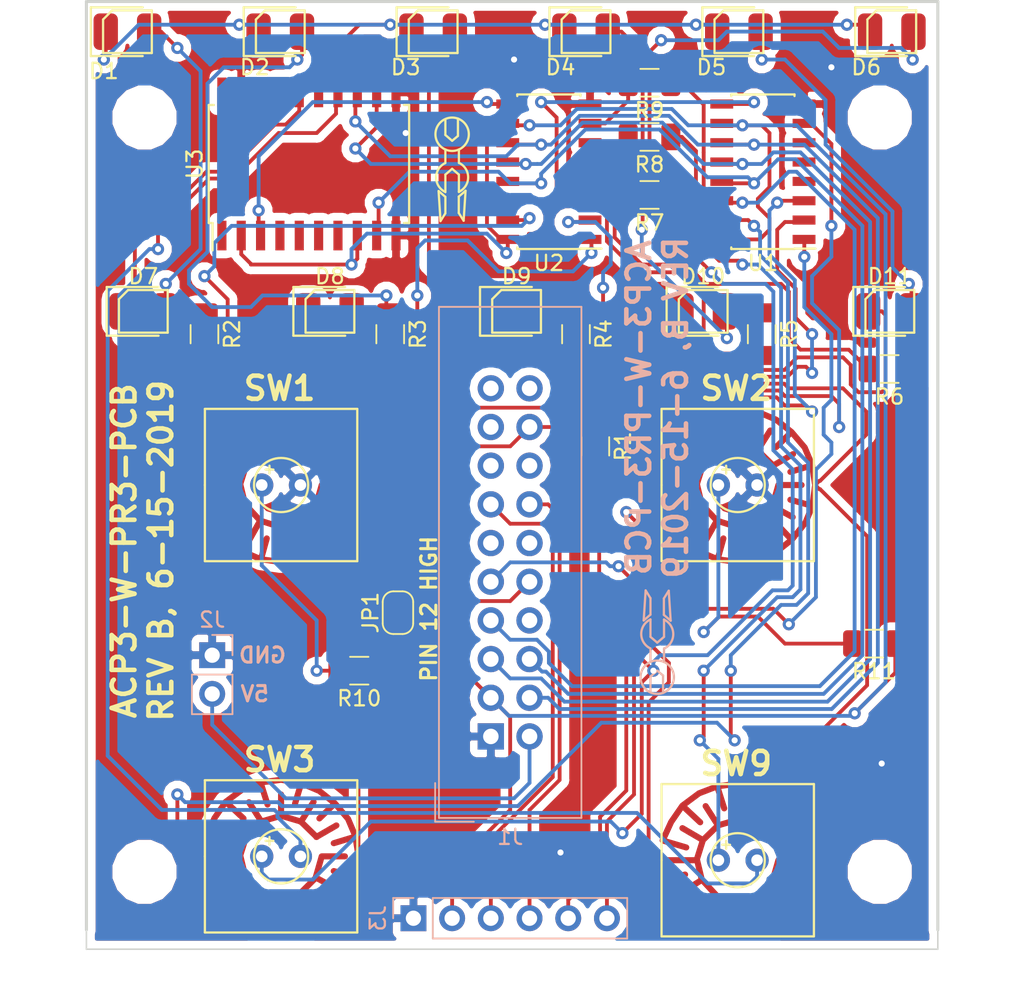
<source format=kicad_pcb>
(kicad_pcb (version 20171130) (host pcbnew "(5.0.0)")

  (general
    (thickness 1.6)
    (drawings 11)
    (tracks 706)
    (zones 0)
    (modules 39)
    (nets 60)
  )

  (page A4)
  (layers
    (0 F.Cu signal)
    (31 B.Cu signal)
    (32 B.Adhes user)
    (33 F.Adhes user)
    (34 B.Paste user)
    (35 F.Paste user)
    (36 B.SilkS user)
    (37 F.SilkS user)
    (38 B.Mask user)
    (39 F.Mask user)
    (40 Dwgs.User user)
    (41 Cmts.User user)
    (42 Eco1.User user)
    (43 Eco2.User user)
    (44 Edge.Cuts user)
    (45 Margin user)
    (46 B.CrtYd user)
    (47 F.CrtYd user)
    (48 B.Fab user)
    (49 F.Fab user)
  )

  (setup
    (last_trace_width 0.25)
    (trace_clearance 0.2)
    (zone_clearance 0.508)
    (zone_45_only no)
    (trace_min 0.2)
    (segment_width 0.2)
    (edge_width 0.1)
    (via_size 0.8)
    (via_drill 0.4)
    (via_min_size 0.4)
    (via_min_drill 0.3)
    (uvia_size 0.3)
    (uvia_drill 0.1)
    (uvias_allowed no)
    (uvia_min_size 0.2)
    (uvia_min_drill 0.1)
    (pcb_text_width 0.3)
    (pcb_text_size 1.5 1.5)
    (mod_edge_width 0.15)
    (mod_text_size 1 1)
    (mod_text_width 0.15)
    (pad_size 1.5 1.5)
    (pad_drill 0.6)
    (pad_to_mask_clearance 0.0508)
    (aux_axis_origin 0 0)
    (visible_elements 7FFFFFFF)
    (pcbplotparams
      (layerselection 0x010fc_ffffffff)
      (usegerberextensions false)
      (usegerberattributes false)
      (usegerberadvancedattributes false)
      (creategerberjobfile false)
      (excludeedgelayer true)
      (linewidth 0.254000)
      (plotframeref false)
      (viasonmask false)
      (mode 1)
      (useauxorigin false)
      (hpglpennumber 1)
      (hpglpenspeed 20)
      (hpglpendiameter 15.000000)
      (psnegative false)
      (psa4output false)
      (plotreference true)
      (plotvalue true)
      (plotinvisibletext false)
      (padsonsilk false)
      (subtractmaskfromsilk false)
      (outputformat 1)
      (mirror false)
      (drillshape 1)
      (scaleselection 1)
      (outputdirectory ""))
  )

  (net 0 "")
  (net 1 D4)
  (net 2 LA)
  (net 3 LB)
  (net 4 LC)
  (net 5 LD)
  (net 6 LE)
  (net 7 LF)
  (net 8 GND)
  (net 9 5V)
  (net 10 VCC)
  (net 11 SRCLK)
  (net 12 RCLK)
  (net 13 OE)
  (net 14 SER)
  (net 15 10)
  (net 16 11)
  (net 17 "Net-(J1-Pad10)")
  (net 18 14)
  (net 19 15)
  (net 20 16)
  (net 21 17)
  (net 22 18)
  (net 23 19)
  (net 24 20)
  (net 25 21)
  (net 26 22)
  (net 27 23)
  (net 28 BH)
  (net 29 "Net-(R2-Pad2)")
  (net 30 "Net-(R3-Pad2)")
  (net 31 "Net-(R4-Pad2)")
  (net 32 "Net-(R5-Pad2)")
  (net 33 "Net-(R6-Pad2)")
  (net 34 "Net-(R7-Pad2)")
  (net 35 "Net-(R8-Pad2)")
  (net 36 LG)
  (net 37 LH)
  (net 38 "Net-(R9-Pad2)")
  (net 39 D6)
  (net 40 BC)
  (net 41 BD)
  (net 42 BA)
  (net 43 BB)
  (net 44 "Net-(U1-Pad9)")
  (net 45 BG)
  (net 46 BF)
  (net 47 BE)
  (net 48 "Net-(U2-Pad9)")
  (net 49 "Net-(U3-Pad1)")
  (net 50 D0)
  (net 51 D1)
  (net 52 D2)
  (net 53 D3)
  (net 54 D5)
  (net 55 D7)
  (net 56 "Net-(U3-Pad18)")
  (net 57 "Net-(U3-Pad20)")
  (net 58 "Net-(R10-Pad2)")
  (net 59 "Net-(R11-Pad2)")

  (net_class Default "This is the default net class."
    (clearance 0.2)
    (trace_width 0.25)
    (via_dia 0.8)
    (via_drill 0.4)
    (uvia_dia 0.3)
    (uvia_drill 0.1)
    (add_net 10)
    (add_net 11)
    (add_net 14)
    (add_net 15)
    (add_net 16)
    (add_net 17)
    (add_net 18)
    (add_net 19)
    (add_net 20)
    (add_net 21)
    (add_net 22)
    (add_net 23)
    (add_net 5V)
    (add_net BA)
    (add_net BB)
    (add_net BC)
    (add_net BD)
    (add_net BE)
    (add_net BF)
    (add_net BG)
    (add_net BH)
    (add_net D0)
    (add_net D1)
    (add_net D2)
    (add_net D3)
    (add_net D4)
    (add_net D5)
    (add_net D6)
    (add_net D7)
    (add_net GND)
    (add_net LA)
    (add_net LB)
    (add_net LC)
    (add_net LD)
    (add_net LE)
    (add_net LF)
    (add_net LG)
    (add_net LH)
    (add_net "Net-(J1-Pad10)")
    (add_net "Net-(R10-Pad2)")
    (add_net "Net-(R11-Pad2)")
    (add_net "Net-(R2-Pad2)")
    (add_net "Net-(R3-Pad2)")
    (add_net "Net-(R4-Pad2)")
    (add_net "Net-(R5-Pad2)")
    (add_net "Net-(R6-Pad2)")
    (add_net "Net-(R7-Pad2)")
    (add_net "Net-(R8-Pad2)")
    (add_net "Net-(R9-Pad2)")
    (add_net "Net-(U1-Pad9)")
    (add_net "Net-(U2-Pad9)")
    (add_net "Net-(U3-Pad1)")
    (add_net "Net-(U3-Pad18)")
    (add_net "Net-(U3-Pad20)")
    (add_net OE)
    (add_net RCLK)
    (add_net SER)
    (add_net SRCLK)
    (add_net VCC)
  )

  (module AOR_custom:AOR_LOGO (layer B.Cu) (tedit 5C26ADAA) (tstamp 5CF5E6EC)
    (at 209.55 76.454 270)
    (fp_text reference G*** (at 0 0 270) (layer B.SilkS) hide
      (effects (font (size 1.524 1.524) (thickness 0.3)) (justify mirror))
    )
    (fp_text value AOR_LOGO (at 0.75 0 270) (layer B.SilkS) hide
      (effects (font (size 1.524 1.524) (thickness 0.3)) (justify mirror))
    )
    (fp_circle (center 2.205821 0) (end 3.285321 -0.1905) (layer B.SilkS) (width 0.15))
    (fp_arc (start -0.622642 0) (end -1.575141 -0.444499) (angle 128.4180553) (layer B.SilkS) (width 0.15))
    (fp_arc (start -0.635 0) (end -1.587499 0.444499) (angle -128.4180553) (layer B.SilkS) (width 0.15))
    (fp_line (start -1.5875 0.4445) (end -0.4445 0.4445) (layer B.SilkS) (width 0.15))
    (fp_line (start -0.4445 0.4445) (end -0.0635 0) (layer B.SilkS) (width 0.15))
    (fp_line (start -0.0635 0) (end -0.4445 -0.4445) (layer B.SilkS) (width 0.15))
    (fp_line (start -0.4445 -0.4445) (end -1.5875 -0.4445) (layer B.SilkS) (width 0.15))
    (fp_line (start 0.3175 0.4445) (end 1.2065 0.4445) (layer B.SilkS) (width 0.15))
    (fp_line (start 0.3175 -0.4445) (end 1.2065 -0.4445) (layer B.SilkS) (width 0.15))
    (fp_line (start 1.778 0) (end 2.159 0.4445) (layer B.SilkS) (width 0.15))
    (fp_line (start 2.159 0.4445) (end 3.175 0.4445) (layer B.SilkS) (width 0.15))
    (fp_line (start 1.778 0) (end 2.0955 -0.381) (layer B.SilkS) (width 0.15))
    (fp_line (start 2.0955 -0.381) (end 3.2385 -0.381) (layer B.SilkS) (width 0.15))
    (fp_line (start -1.905 0.4445) (end -2.9845 0.4445) (layer B.SilkS) (width 0.15))
    (fp_line (start -2.9845 0.4445) (end -3.4925 0.762) (layer B.SilkS) (width 0.15))
    (fp_line (start -3.4925 0.762) (end -1.524 0.889) (layer B.SilkS) (width 0.15))
    (fp_line (start -1.524 0.889) (end -1.905 0.4445) (layer B.SilkS) (width 0.15))
    (fp_line (start -1.505128 -0.88103) (end -1.886128 -0.43653) (layer B.SilkS) (width 0.15))
    (fp_line (start -1.886128 -0.43653) (end -2.965628 -0.43653) (layer B.SilkS) (width 0.15))
    (fp_line (start -3.473628 -0.75403) (end -1.505128 -0.88103) (layer B.SilkS) (width 0.15))
    (fp_line (start -2.965628 -0.43653) (end -3.473628 -0.75403) (layer B.SilkS) (width 0.15))
  )

  (module MountingHole:MountingHole_3.2mm_M3 (layer F.Cu) (tedit 5CF492E4) (tstamp 5CF51C82)
    (at 175.895 41.91)
    (descr "Mounting Hole 3.2mm, no annular, M3")
    (tags "mounting hole 3.2mm no annular m3")
    (attr virtual)
    (fp_text reference "" (at 0 -4.2) (layer F.SilkS)
      (effects (font (size 1 1) (thickness 0.15)))
    )
    (fp_text value MountingHole_3.2mm_M3 (at 0 4.2) (layer F.Fab)
      (effects (font (size 1 1) (thickness 0.15)))
    )
    (fp_text user %R (at 0.3 0) (layer F.Fab)
      (effects (font (size 1 1) (thickness 0.15)))
    )
    (fp_circle (center 0 0) (end 3.2 0) (layer Cmts.User) (width 0.15))
    (fp_circle (center 0 0) (end 3.45 0) (layer F.CrtYd) (width 0.05))
    (pad 1 np_thru_hole circle (at 0 0) (size 3.2 3.2) (drill 3.2) (layers *.Cu *.Mask))
  )

  (module MountingHole:MountingHole_3.2mm_M3 (layer F.Cu) (tedit 5CF492E4) (tstamp 5CF51C74)
    (at 224.155 41.91)
    (descr "Mounting Hole 3.2mm, no annular, M3")
    (tags "mounting hole 3.2mm no annular m3")
    (attr virtual)
    (fp_text reference "" (at 0 -4.2) (layer F.SilkS)
      (effects (font (size 1 1) (thickness 0.15)))
    )
    (fp_text value MountingHole_3.2mm_M3 (at 0 4.2) (layer F.Fab)
      (effects (font (size 1 1) (thickness 0.15)))
    )
    (fp_circle (center 0 0) (end 3.45 0) (layer F.CrtYd) (width 0.05))
    (fp_circle (center 0 0) (end 3.2 0) (layer Cmts.User) (width 0.15))
    (fp_text user %R (at 0.3 0) (layer F.Fab)
      (effects (font (size 1 1) (thickness 0.15)))
    )
    (pad 1 np_thru_hole circle (at 0 0) (size 3.2 3.2) (drill 3.2) (layers *.Cu *.Mask))
  )

  (module MountingHole:MountingHole_3.2mm_M3 (layer F.Cu) (tedit 5CF492E4) (tstamp 5CF51C66)
    (at 224.155 91.44)
    (descr "Mounting Hole 3.2mm, no annular, M3")
    (tags "mounting hole 3.2mm no annular m3")
    (attr virtual)
    (fp_text reference "" (at 0 -4.2) (layer F.SilkS)
      (effects (font (size 1 1) (thickness 0.15)))
    )
    (fp_text value MountingHole_3.2mm_M3 (at 0 4.2) (layer F.Fab)
      (effects (font (size 1 1) (thickness 0.15)))
    )
    (fp_text user %R (at 0.3 0) (layer F.Fab)
      (effects (font (size 1 1) (thickness 0.15)))
    )
    (fp_circle (center 0 0) (end 3.2 0) (layer Cmts.User) (width 0.15))
    (fp_circle (center 0 0) (end 3.45 0) (layer F.CrtYd) (width 0.05))
    (pad 1 np_thru_hole circle (at 0 0) (size 3.2 3.2) (drill 3.2) (layers *.Cu *.Mask))
  )

  (module "AOR_custom:WL-SMTW SMD LED" (layer F.Cu) (tedit 5C2849BC) (tstamp 5CF4B964)
    (at 174.7774 36.2712)
    (path /5CEFBBC1)
    (fp_text reference D1 (at -1.5494 2.5908) (layer F.SilkS)
      (effects (font (size 1 1) (thickness 0.15)))
    )
    (fp_text value LED (at 0.1 2.5) (layer F.Fab)
      (effects (font (size 1 1) (thickness 0.15)))
    )
    (fp_line (start -1.6 1.4) (end 1.6 1.4) (layer F.SilkS) (width 0.15))
    (fp_line (start 1.6 1.4) (end 1.6 -1.4) (layer F.SilkS) (width 0.15))
    (fp_line (start -1.6 -0.8) (end -1 -1.4) (layer F.SilkS) (width 0.15))
    (fp_line (start -1 -1.4) (end 1.6 -1.4) (layer F.SilkS) (width 0.15))
    (fp_line (start -1.6 1.4) (end -1.6 -0.8) (layer F.SilkS) (width 0.15))
    (fp_line (start 1 -1.6) (end -2.4 -1.6) (layer F.SilkS) (width 0.15))
    (fp_line (start -2.4 -1.6) (end -2.4 1.6) (layer F.SilkS) (width 0.15))
    (fp_line (start -2.4 1.6) (end 1 1.6) (layer F.SilkS) (width 0.15))
    (pad 1 smd roundrect (at -1.425 0) (size 1.6 2.4) (layers F.Cu F.Paste F.Mask) (roundrect_rratio 0.25)
      (net 1 D4))
    (pad 2 smd roundrect (at 1.425 0) (size 1.6 2.4) (layers F.Cu F.Paste F.Mask) (roundrect_rratio 0.25)
      (net 2 LA))
  )

  (module "AOR_custom:WL-SMTW SMD LED" (layer F.Cu) (tedit 5C2849BC) (tstamp 5CF49978)
    (at 184.8104 36.2712)
    (path /5CEFBE7A)
    (fp_text reference D2 (at -1.6764 2.3368) (layer F.SilkS)
      (effects (font (size 1 1) (thickness 0.15)))
    )
    (fp_text value LED (at 0.1 2.5) (layer F.Fab)
      (effects (font (size 1 1) (thickness 0.15)))
    )
    (fp_line (start -2.4 1.6) (end 1 1.6) (layer F.SilkS) (width 0.15))
    (fp_line (start -2.4 -1.6) (end -2.4 1.6) (layer F.SilkS) (width 0.15))
    (fp_line (start 1 -1.6) (end -2.4 -1.6) (layer F.SilkS) (width 0.15))
    (fp_line (start -1.6 1.4) (end -1.6 -0.8) (layer F.SilkS) (width 0.15))
    (fp_line (start -1 -1.4) (end 1.6 -1.4) (layer F.SilkS) (width 0.15))
    (fp_line (start -1.6 -0.8) (end -1 -1.4) (layer F.SilkS) (width 0.15))
    (fp_line (start 1.6 1.4) (end 1.6 -1.4) (layer F.SilkS) (width 0.15))
    (fp_line (start -1.6 1.4) (end 1.6 1.4) (layer F.SilkS) (width 0.15))
    (pad 2 smd roundrect (at 1.425 0) (size 1.6 2.4) (layers F.Cu F.Paste F.Mask) (roundrect_rratio 0.25)
      (net 3 LB))
    (pad 1 smd roundrect (at -1.425 0) (size 1.6 2.4) (layers F.Cu F.Paste F.Mask) (roundrect_rratio 0.25)
      (net 1 D4))
  )

  (module "AOR_custom:WL-SMTW SMD LED" (layer F.Cu) (tedit 5C2849BC) (tstamp 5CF49986)
    (at 194.8434 36.2712)
    (path /5CEFC076)
    (fp_text reference D3 (at -1.8034 2.3368) (layer F.SilkS)
      (effects (font (size 1 1) (thickness 0.15)))
    )
    (fp_text value LED (at 0.1 2.5) (layer F.Fab)
      (effects (font (size 1 1) (thickness 0.15)))
    )
    (fp_line (start -1.6 1.4) (end 1.6 1.4) (layer F.SilkS) (width 0.15))
    (fp_line (start 1.6 1.4) (end 1.6 -1.4) (layer F.SilkS) (width 0.15))
    (fp_line (start -1.6 -0.8) (end -1 -1.4) (layer F.SilkS) (width 0.15))
    (fp_line (start -1 -1.4) (end 1.6 -1.4) (layer F.SilkS) (width 0.15))
    (fp_line (start -1.6 1.4) (end -1.6 -0.8) (layer F.SilkS) (width 0.15))
    (fp_line (start 1 -1.6) (end -2.4 -1.6) (layer F.SilkS) (width 0.15))
    (fp_line (start -2.4 -1.6) (end -2.4 1.6) (layer F.SilkS) (width 0.15))
    (fp_line (start -2.4 1.6) (end 1 1.6) (layer F.SilkS) (width 0.15))
    (pad 1 smd roundrect (at -1.425 0) (size 1.6 2.4) (layers F.Cu F.Paste F.Mask) (roundrect_rratio 0.25)
      (net 1 D4))
    (pad 2 smd roundrect (at 1.425 0) (size 1.6 2.4) (layers F.Cu F.Paste F.Mask) (roundrect_rratio 0.25)
      (net 4 LC))
  )

  (module "AOR_custom:WL-SMTW SMD LED" (layer F.Cu) (tedit 5C2849BC) (tstamp 5CF49994)
    (at 204.8764 36.2712)
    (path /5CEFC0CC)
    (fp_text reference D4 (at -1.6764 2.3368) (layer F.SilkS)
      (effects (font (size 1 1) (thickness 0.15)))
    )
    (fp_text value LED (at 0.1 2.5) (layer F.Fab)
      (effects (font (size 1 1) (thickness 0.15)))
    )
    (fp_line (start -2.4 1.6) (end 1 1.6) (layer F.SilkS) (width 0.15))
    (fp_line (start -2.4 -1.6) (end -2.4 1.6) (layer F.SilkS) (width 0.15))
    (fp_line (start 1 -1.6) (end -2.4 -1.6) (layer F.SilkS) (width 0.15))
    (fp_line (start -1.6 1.4) (end -1.6 -0.8) (layer F.SilkS) (width 0.15))
    (fp_line (start -1 -1.4) (end 1.6 -1.4) (layer F.SilkS) (width 0.15))
    (fp_line (start -1.6 -0.8) (end -1 -1.4) (layer F.SilkS) (width 0.15))
    (fp_line (start 1.6 1.4) (end 1.6 -1.4) (layer F.SilkS) (width 0.15))
    (fp_line (start -1.6 1.4) (end 1.6 1.4) (layer F.SilkS) (width 0.15))
    (pad 2 smd roundrect (at 1.425 0) (size 1.6 2.4) (layers F.Cu F.Paste F.Mask) (roundrect_rratio 0.25)
      (net 5 LD))
    (pad 1 smd roundrect (at -1.425 0) (size 1.6 2.4) (layers F.Cu F.Paste F.Mask) (roundrect_rratio 0.25)
      (net 1 D4))
  )

  (module "AOR_custom:WL-SMTW SMD LED" (layer F.Cu) (tedit 5C2849BC) (tstamp 5CF499A2)
    (at 214.9094 36.2712)
    (path /5CEFC126)
    (fp_text reference D5 (at -1.8034 2.3368) (layer F.SilkS)
      (effects (font (size 1 1) (thickness 0.15)))
    )
    (fp_text value LED (at 0.1 2.5) (layer F.Fab)
      (effects (font (size 1 1) (thickness 0.15)))
    )
    (fp_line (start -1.6 1.4) (end 1.6 1.4) (layer F.SilkS) (width 0.15))
    (fp_line (start 1.6 1.4) (end 1.6 -1.4) (layer F.SilkS) (width 0.15))
    (fp_line (start -1.6 -0.8) (end -1 -1.4) (layer F.SilkS) (width 0.15))
    (fp_line (start -1 -1.4) (end 1.6 -1.4) (layer F.SilkS) (width 0.15))
    (fp_line (start -1.6 1.4) (end -1.6 -0.8) (layer F.SilkS) (width 0.15))
    (fp_line (start 1 -1.6) (end -2.4 -1.6) (layer F.SilkS) (width 0.15))
    (fp_line (start -2.4 -1.6) (end -2.4 1.6) (layer F.SilkS) (width 0.15))
    (fp_line (start -2.4 1.6) (end 1 1.6) (layer F.SilkS) (width 0.15))
    (pad 1 smd roundrect (at -1.425 0) (size 1.6 2.4) (layers F.Cu F.Paste F.Mask) (roundrect_rratio 0.25)
      (net 1 D4))
    (pad 2 smd roundrect (at 1.425 0) (size 1.6 2.4) (layers F.Cu F.Paste F.Mask) (roundrect_rratio 0.25)
      (net 6 LE))
  )

  (module "AOR_custom:WL-SMTW SMD LED" (layer F.Cu) (tedit 5C2849BC) (tstamp 5CF499B0)
    (at 224.9424 36.2712)
    (path /5CEFC2D7)
    (fp_text reference D6 (at -1.6764 2.3368) (layer F.SilkS)
      (effects (font (size 1 1) (thickness 0.15)))
    )
    (fp_text value LED (at 0.1 2.5) (layer F.Fab)
      (effects (font (size 1 1) (thickness 0.15)))
    )
    (fp_line (start -2.4 1.6) (end 1 1.6) (layer F.SilkS) (width 0.15))
    (fp_line (start -2.4 -1.6) (end -2.4 1.6) (layer F.SilkS) (width 0.15))
    (fp_line (start 1 -1.6) (end -2.4 -1.6) (layer F.SilkS) (width 0.15))
    (fp_line (start -1.6 1.4) (end -1.6 -0.8) (layer F.SilkS) (width 0.15))
    (fp_line (start -1 -1.4) (end 1.6 -1.4) (layer F.SilkS) (width 0.15))
    (fp_line (start -1.6 -0.8) (end -1 -1.4) (layer F.SilkS) (width 0.15))
    (fp_line (start 1.6 1.4) (end 1.6 -1.4) (layer F.SilkS) (width 0.15))
    (fp_line (start -1.6 1.4) (end 1.6 1.4) (layer F.SilkS) (width 0.15))
    (pad 2 smd roundrect (at 1.425 0) (size 1.6 2.4) (layers F.Cu F.Paste F.Mask) (roundrect_rratio 0.25)
      (net 7 LF))
    (pad 1 smd roundrect (at -1.425 0) (size 1.6 2.4) (layers F.Cu F.Paste F.Mask) (roundrect_rratio 0.25)
      (net 1 D4))
  )

  (module Connector_IDC:IDC-Header_2x10_P2.54mm_Vertical (layer B.Cu) (tedit 59DE0251) (tstamp 5CF4E978)
    (at 198.628 82.55)
    (descr "Through hole straight IDC box header, 2x10, 2.54mm pitch, double rows")
    (tags "Through hole IDC box header THT 2x10 2.54mm double row")
    (path /5CBBCD35)
    (fp_text reference J1 (at 1.27 6.604) (layer B.SilkS)
      (effects (font (size 1 1) (thickness 0.15)) (justify mirror))
    )
    (fp_text value Conn_01x20 (at 1.27 -29.464) (layer B.Fab)
      (effects (font (size 1 1) (thickness 0.15)) (justify mirror))
    )
    (fp_text user %R (at 1.27 -11.43) (layer B.Fab)
      (effects (font (size 1 1) (thickness 0.15)) (justify mirror))
    )
    (fp_line (start 5.695 5.1) (end 5.695 -27.96) (layer B.Fab) (width 0.1))
    (fp_line (start 5.145 4.56) (end 5.145 -27.4) (layer B.Fab) (width 0.1))
    (fp_line (start -3.155 5.1) (end -3.155 -27.96) (layer B.Fab) (width 0.1))
    (fp_line (start -2.605 4.56) (end -2.605 -9.18) (layer B.Fab) (width 0.1))
    (fp_line (start -2.605 -13.68) (end -2.605 -27.4) (layer B.Fab) (width 0.1))
    (fp_line (start -2.605 -9.18) (end -3.155 -9.18) (layer B.Fab) (width 0.1))
    (fp_line (start -2.605 -13.68) (end -3.155 -13.68) (layer B.Fab) (width 0.1))
    (fp_line (start 5.695 5.1) (end -3.155 5.1) (layer B.Fab) (width 0.1))
    (fp_line (start 5.145 4.56) (end -2.605 4.56) (layer B.Fab) (width 0.1))
    (fp_line (start 5.695 -27.96) (end -3.155 -27.96) (layer B.Fab) (width 0.1))
    (fp_line (start 5.145 -27.4) (end -2.605 -27.4) (layer B.Fab) (width 0.1))
    (fp_line (start 5.695 5.1) (end 5.145 4.56) (layer B.Fab) (width 0.1))
    (fp_line (start 5.695 -27.96) (end 5.145 -27.4) (layer B.Fab) (width 0.1))
    (fp_line (start -3.155 5.1) (end -2.605 4.56) (layer B.Fab) (width 0.1))
    (fp_line (start -3.155 -27.96) (end -2.605 -27.4) (layer B.Fab) (width 0.1))
    (fp_line (start 5.95 5.35) (end 5.95 -28.21) (layer B.CrtYd) (width 0.05))
    (fp_line (start 5.95 -28.21) (end -3.41 -28.21) (layer B.CrtYd) (width 0.05))
    (fp_line (start -3.41 -28.21) (end -3.41 5.35) (layer B.CrtYd) (width 0.05))
    (fp_line (start -3.41 5.35) (end 5.95 5.35) (layer B.CrtYd) (width 0.05))
    (fp_line (start 5.945 5.35) (end 5.945 -28.21) (layer B.SilkS) (width 0.12))
    (fp_line (start 5.945 -28.21) (end -3.405 -28.21) (layer B.SilkS) (width 0.12))
    (fp_line (start -3.405 -28.21) (end -3.405 5.35) (layer B.SilkS) (width 0.12))
    (fp_line (start -3.405 5.35) (end 5.945 5.35) (layer B.SilkS) (width 0.12))
    (fp_line (start -3.655 5.6) (end -3.655 3.06) (layer B.SilkS) (width 0.12))
    (fp_line (start -3.655 5.6) (end -1.115 5.6) (layer B.SilkS) (width 0.12))
    (pad 1 thru_hole rect (at 0 0) (size 1.7272 1.7272) (drill 1.016) (layers *.Cu *.Mask)
      (net 8 GND))
    (pad 2 thru_hole oval (at 2.54 0) (size 1.7272 1.7272) (drill 1.016) (layers *.Cu *.Mask)
      (net 9 5V))
    (pad 3 thru_hole oval (at 0 -2.54) (size 1.7272 1.7272) (drill 1.016) (layers *.Cu *.Mask)
      (net 10 VCC))
    (pad 4 thru_hole oval (at 2.54 -2.54) (size 1.7272 1.7272) (drill 1.016) (layers *.Cu *.Mask)
      (net 11 SRCLK))
    (pad 5 thru_hole oval (at 0 -5.08) (size 1.7272 1.7272) (drill 1.016) (layers *.Cu *.Mask)
      (net 12 RCLK))
    (pad 6 thru_hole oval (at 2.54 -5.08) (size 1.7272 1.7272) (drill 1.016) (layers *.Cu *.Mask)
      (net 13 OE))
    (pad 7 thru_hole oval (at 0 -7.62) (size 1.7272 1.7272) (drill 1.016) (layers *.Cu *.Mask)
      (net 14 SER))
    (pad 8 thru_hole oval (at 2.54 -7.62) (size 1.7272 1.7272) (drill 1.016) (layers *.Cu *.Mask)
      (net 15 10))
    (pad 9 thru_hole oval (at 0 -10.16) (size 1.7272 1.7272) (drill 1.016) (layers *.Cu *.Mask)
      (net 16 11))
    (pad 10 thru_hole oval (at 2.54 -10.16) (size 1.7272 1.7272) (drill 1.016) (layers *.Cu *.Mask)
      (net 17 "Net-(J1-Pad10)"))
    (pad 11 thru_hole oval (at 0 -12.7) (size 1.7272 1.7272) (drill 1.016) (layers *.Cu *.Mask)
      (net 18 14))
    (pad 12 thru_hole oval (at 2.54 -12.7) (size 1.7272 1.7272) (drill 1.016) (layers *.Cu *.Mask)
      (net 19 15))
    (pad 13 thru_hole oval (at 0 -15.24) (size 1.7272 1.7272) (drill 1.016) (layers *.Cu *.Mask)
      (net 20 16))
    (pad 14 thru_hole oval (at 2.54 -15.24) (size 1.7272 1.7272) (drill 1.016) (layers *.Cu *.Mask)
      (net 21 17))
    (pad 15 thru_hole oval (at 0 -17.78) (size 1.7272 1.7272) (drill 1.016) (layers *.Cu *.Mask)
      (net 22 18))
    (pad 16 thru_hole oval (at 2.54 -17.78) (size 1.7272 1.7272) (drill 1.016) (layers *.Cu *.Mask)
      (net 23 19))
    (pad 17 thru_hole oval (at 0 -20.32) (size 1.7272 1.7272) (drill 1.016) (layers *.Cu *.Mask)
      (net 24 20))
    (pad 18 thru_hole oval (at 2.54 -20.32) (size 1.7272 1.7272) (drill 1.016) (layers *.Cu *.Mask)
      (net 25 21))
    (pad 19 thru_hole oval (at 0 -22.86) (size 1.7272 1.7272) (drill 1.016) (layers *.Cu *.Mask)
      (net 26 22))
    (pad 20 thru_hole oval (at 2.54 -22.86) (size 1.7272 1.7272) (drill 1.016) (layers *.Cu *.Mask)
      (net 27 23))
    (model ${KISYS3DMOD}/Connector_IDC.3dshapes/IDC-Header_2x10_P2.54mm_Vertical.wrl
      (at (xyz 0 0 0))
      (scale (xyz 1 1 1))
      (rotate (xyz 0 0 0))
    )
  )

  (module Connector_PinHeader_2.54mm:PinHeader_1x02_P2.54mm_Vertical (layer B.Cu) (tedit 59FED5CC) (tstamp 5CF499F8)
    (at 180.34 77.216 180)
    (descr "Through hole straight pin header, 1x02, 2.54mm pitch, single row")
    (tags "Through hole pin header THT 1x02 2.54mm single row")
    (path /5CBBD41A)
    (fp_text reference J2 (at 0 2.33 180) (layer B.SilkS)
      (effects (font (size 1 1) (thickness 0.15)) (justify mirror))
    )
    (fp_text value Conn_01x02 (at 0 -4.87 180) (layer B.Fab)
      (effects (font (size 1 1) (thickness 0.15)) (justify mirror))
    )
    (fp_line (start -0.635 1.27) (end 1.27 1.27) (layer B.Fab) (width 0.1))
    (fp_line (start 1.27 1.27) (end 1.27 -3.81) (layer B.Fab) (width 0.1))
    (fp_line (start 1.27 -3.81) (end -1.27 -3.81) (layer B.Fab) (width 0.1))
    (fp_line (start -1.27 -3.81) (end -1.27 0.635) (layer B.Fab) (width 0.1))
    (fp_line (start -1.27 0.635) (end -0.635 1.27) (layer B.Fab) (width 0.1))
    (fp_line (start -1.33 -3.87) (end 1.33 -3.87) (layer B.SilkS) (width 0.12))
    (fp_line (start -1.33 -1.27) (end -1.33 -3.87) (layer B.SilkS) (width 0.12))
    (fp_line (start 1.33 -1.27) (end 1.33 -3.87) (layer B.SilkS) (width 0.12))
    (fp_line (start -1.33 -1.27) (end 1.33 -1.27) (layer B.SilkS) (width 0.12))
    (fp_line (start -1.33 0) (end -1.33 1.33) (layer B.SilkS) (width 0.12))
    (fp_line (start -1.33 1.33) (end 0 1.33) (layer B.SilkS) (width 0.12))
    (fp_line (start -1.8 1.8) (end -1.8 -4.35) (layer B.CrtYd) (width 0.05))
    (fp_line (start -1.8 -4.35) (end 1.8 -4.35) (layer B.CrtYd) (width 0.05))
    (fp_line (start 1.8 -4.35) (end 1.8 1.8) (layer B.CrtYd) (width 0.05))
    (fp_line (start 1.8 1.8) (end -1.8 1.8) (layer B.CrtYd) (width 0.05))
    (fp_text user %R (at 0 -1.27 90) (layer B.Fab)
      (effects (font (size 1 1) (thickness 0.15)) (justify mirror))
    )
    (pad 1 thru_hole rect (at 0 0 180) (size 1.7 1.7) (drill 1) (layers *.Cu *.Mask)
      (net 8 GND))
    (pad 2 thru_hole oval (at 0 -2.54 180) (size 1.7 1.7) (drill 1) (layers *.Cu *.Mask)
      (net 9 5V))
    (model ${KISYS3DMOD}/Connector_PinHeader_2.54mm.3dshapes/PinHeader_1x02_P2.54mm_Vertical.wrl
      (at (xyz 0 0 0))
      (scale (xyz 1 1 1))
      (rotate (xyz 0 0 0))
    )
  )

  (module Connector_PinHeader_2.54mm:PinHeader_1x06_P2.54mm_Vertical (layer B.Cu) (tedit 59FED5CC) (tstamp 5CF49A12)
    (at 193.548 94.488 270)
    (descr "Through hole straight pin header, 1x06, 2.54mm pitch, single row")
    (tags "Through hole pin header THT 1x06 2.54mm single row")
    (path /5CF0BC64)
    (fp_text reference J3 (at 0 2.33 270) (layer B.SilkS)
      (effects (font (size 1 1) (thickness 0.15)) (justify mirror))
    )
    (fp_text value Conn_01x06 (at 0 -15.03 270) (layer B.Fab)
      (effects (font (size 1 1) (thickness 0.15)) (justify mirror))
    )
    (fp_line (start -0.635 1.27) (end 1.27 1.27) (layer B.Fab) (width 0.1))
    (fp_line (start 1.27 1.27) (end 1.27 -13.97) (layer B.Fab) (width 0.1))
    (fp_line (start 1.27 -13.97) (end -1.27 -13.97) (layer B.Fab) (width 0.1))
    (fp_line (start -1.27 -13.97) (end -1.27 0.635) (layer B.Fab) (width 0.1))
    (fp_line (start -1.27 0.635) (end -0.635 1.27) (layer B.Fab) (width 0.1))
    (fp_line (start -1.33 -14.03) (end 1.33 -14.03) (layer B.SilkS) (width 0.12))
    (fp_line (start -1.33 -1.27) (end -1.33 -14.03) (layer B.SilkS) (width 0.12))
    (fp_line (start 1.33 -1.27) (end 1.33 -14.03) (layer B.SilkS) (width 0.12))
    (fp_line (start -1.33 -1.27) (end 1.33 -1.27) (layer B.SilkS) (width 0.12))
    (fp_line (start -1.33 0) (end -1.33 1.33) (layer B.SilkS) (width 0.12))
    (fp_line (start -1.33 1.33) (end 0 1.33) (layer B.SilkS) (width 0.12))
    (fp_line (start -1.8 1.8) (end -1.8 -14.5) (layer B.CrtYd) (width 0.05))
    (fp_line (start -1.8 -14.5) (end 1.8 -14.5) (layer B.CrtYd) (width 0.05))
    (fp_line (start 1.8 -14.5) (end 1.8 1.8) (layer B.CrtYd) (width 0.05))
    (fp_line (start 1.8 1.8) (end -1.8 1.8) (layer B.CrtYd) (width 0.05))
    (fp_text user %R (at 0 -6.35 180) (layer B.Fab)
      (effects (font (size 1 1) (thickness 0.15)) (justify mirror))
    )
    (pad 1 thru_hole rect (at 0 0 270) (size 1.7 1.7) (drill 1) (layers *.Cu *.Mask)
      (net 8 GND))
    (pad 2 thru_hole oval (at 0 -2.54 270) (size 1.7 1.7) (drill 1) (layers *.Cu *.Mask)
      (net 10 VCC))
    (pad 3 thru_hole oval (at 0 -5.08 270) (size 1.7 1.7) (drill 1) (layers *.Cu *.Mask)
      (net 20 16))
    (pad 4 thru_hole oval (at 0 -7.62 270) (size 1.7 1.7) (drill 1) (layers *.Cu *.Mask)
      (net 21 17))
    (pad 5 thru_hole oval (at 0 -10.16 270) (size 1.7 1.7) (drill 1) (layers *.Cu *.Mask)
      (net 28 BH))
    (pad 6 thru_hole oval (at 0 -12.7 270) (size 1.7 1.7) (drill 1) (layers *.Cu *.Mask)
      (net 16 11))
    (model ${KISYS3DMOD}/Connector_PinHeader_2.54mm.3dshapes/PinHeader_1x06_P2.54mm_Vertical.wrl
      (at (xyz 0 0 0))
      (scale (xyz 1 1 1))
      (rotate (xyz 0 0 0))
    )
  )

  (module Jumper:SolderJumper-2_P1.3mm_Open_RoundedPad1.0x1.5mm (layer F.Cu) (tedit 5B391E66) (tstamp 5CF49A24)
    (at 192.532 74.422 90)
    (descr "SMD Solder Jumper, 1x1.5mm, rounded Pads, 0.3mm gap, open")
    (tags "solder jumper open")
    (path /5CEF8BCC)
    (attr virtual)
    (fp_text reference JP1 (at 0 -1.8 90) (layer F.SilkS)
      (effects (font (size 1 1) (thickness 0.15)))
    )
    (fp_text value SolderJumper_2_Open (at 0 1.9 90) (layer F.Fab)
      (effects (font (size 1 1) (thickness 0.15)))
    )
    (fp_arc (start 0.7 -0.3) (end 1.4 -0.3) (angle -90) (layer F.SilkS) (width 0.12))
    (fp_arc (start 0.7 0.3) (end 0.7 1) (angle -90) (layer F.SilkS) (width 0.12))
    (fp_arc (start -0.7 0.3) (end -1.4 0.3) (angle -90) (layer F.SilkS) (width 0.12))
    (fp_arc (start -0.7 -0.3) (end -0.7 -1) (angle -90) (layer F.SilkS) (width 0.12))
    (fp_line (start -1.4 0.3) (end -1.4 -0.3) (layer F.SilkS) (width 0.12))
    (fp_line (start 0.7 1) (end -0.7 1) (layer F.SilkS) (width 0.12))
    (fp_line (start 1.4 -0.3) (end 1.4 0.3) (layer F.SilkS) (width 0.12))
    (fp_line (start -0.7 -1) (end 0.7 -1) (layer F.SilkS) (width 0.12))
    (fp_line (start -1.65 -1.25) (end 1.65 -1.25) (layer F.CrtYd) (width 0.05))
    (fp_line (start -1.65 -1.25) (end -1.65 1.25) (layer F.CrtYd) (width 0.05))
    (fp_line (start 1.65 1.25) (end 1.65 -1.25) (layer F.CrtYd) (width 0.05))
    (fp_line (start 1.65 1.25) (end -1.65 1.25) (layer F.CrtYd) (width 0.05))
    (pad 1 smd custom (at -0.65 0 90) (size 1 0.5) (layers F.Cu F.Mask)
      (net 10 VCC) (zone_connect 0)
      (options (clearance outline) (anchor rect))
      (primitives
        (gr_circle (center 0 0.25) (end 0.5 0.25) (width 0))
        (gr_circle (center 0 -0.25) (end 0.5 -0.25) (width 0))
        (gr_poly (pts
           (xy 0 -0.75) (xy 0.5 -0.75) (xy 0.5 0.75) (xy 0 0.75)) (width 0))
      ))
    (pad 2 smd custom (at 0.65 0 90) (size 1 0.5) (layers F.Cu F.Mask)
      (net 17 "Net-(J1-Pad10)") (zone_connect 0)
      (options (clearance outline) (anchor rect))
      (primitives
        (gr_circle (center 0 0.25) (end 0.5 0.25) (width 0))
        (gr_circle (center 0 -0.25) (end 0.5 -0.25) (width 0))
        (gr_poly (pts
           (xy 0 -0.75) (xy -0.5 -0.75) (xy -0.5 0.75) (xy 0 0.75)) (width 0))
      ))
  )

  (module Resistor_SMD:R_1206_3216Metric (layer F.Cu) (tedit 5B301BBD) (tstamp 5CF49A35)
    (at 205.486 63.5 270)
    (descr "Resistor SMD 1206 (3216 Metric), square (rectangular) end terminal, IPC_7351 nominal, (Body size source: http://www.tortai-tech.com/upload/download/2011102023233369053.pdf), generated with kicad-footprint-generator")
    (tags resistor)
    (path /5CEF4644)
    (attr smd)
    (fp_text reference R1 (at 0 -1.82 270) (layer F.SilkS)
      (effects (font (size 1 1) (thickness 0.15)))
    )
    (fp_text value R_US (at 0 1.82 270) (layer F.Fab)
      (effects (font (size 1 1) (thickness 0.15)))
    )
    (fp_line (start -1.6 0.8) (end -1.6 -0.8) (layer F.Fab) (width 0.1))
    (fp_line (start -1.6 -0.8) (end 1.6 -0.8) (layer F.Fab) (width 0.1))
    (fp_line (start 1.6 -0.8) (end 1.6 0.8) (layer F.Fab) (width 0.1))
    (fp_line (start 1.6 0.8) (end -1.6 0.8) (layer F.Fab) (width 0.1))
    (fp_line (start -0.602064 -0.91) (end 0.602064 -0.91) (layer F.SilkS) (width 0.12))
    (fp_line (start -0.602064 0.91) (end 0.602064 0.91) (layer F.SilkS) (width 0.12))
    (fp_line (start -2.28 1.12) (end -2.28 -1.12) (layer F.CrtYd) (width 0.05))
    (fp_line (start -2.28 -1.12) (end 2.28 -1.12) (layer F.CrtYd) (width 0.05))
    (fp_line (start 2.28 -1.12) (end 2.28 1.12) (layer F.CrtYd) (width 0.05))
    (fp_line (start 2.28 1.12) (end -2.28 1.12) (layer F.CrtYd) (width 0.05))
    (fp_text user %R (at 0 0 270) (layer F.Fab)
      (effects (font (size 0.8 0.8) (thickness 0.12)))
    )
    (pad 1 smd roundrect (at -1.4 0 270) (size 1.25 1.75) (layers F.Cu F.Paste F.Mask) (roundrect_rratio 0.2)
      (net 25 21))
    (pad 2 smd roundrect (at 1.4 0 270) (size 1.25 1.75) (layers F.Cu F.Paste F.Mask) (roundrect_rratio 0.2)
      (net 8 GND))
    (model ${KISYS3DMOD}/Resistor_SMD.3dshapes/R_1206_3216Metric.wrl
      (at (xyz 0 0 0))
      (scale (xyz 1 1 1))
      (rotate (xyz 0 0 0))
    )
  )

  (module Resistor_SMD:R_1206_3216Metric (layer F.Cu) (tedit 5B301BBD) (tstamp 5CF49A46)
    (at 179.832 56.134 270)
    (descr "Resistor SMD 1206 (3216 Metric), square (rectangular) end terminal, IPC_7351 nominal, (Body size source: http://www.tortai-tech.com/upload/download/2011102023233369053.pdf), generated with kicad-footprint-generator")
    (tags resistor)
    (path /5C4E3393)
    (attr smd)
    (fp_text reference R2 (at 0 -1.82 270) (layer F.SilkS)
      (effects (font (size 1 1) (thickness 0.15)))
    )
    (fp_text value 100 (at 0 1.82 270) (layer F.Fab)
      (effects (font (size 1 1) (thickness 0.15)))
    )
    (fp_text user %R (at 0 0 270) (layer F.Fab)
      (effects (font (size 0.8 0.8) (thickness 0.12)))
    )
    (fp_line (start 2.28 1.12) (end -2.28 1.12) (layer F.CrtYd) (width 0.05))
    (fp_line (start 2.28 -1.12) (end 2.28 1.12) (layer F.CrtYd) (width 0.05))
    (fp_line (start -2.28 -1.12) (end 2.28 -1.12) (layer F.CrtYd) (width 0.05))
    (fp_line (start -2.28 1.12) (end -2.28 -1.12) (layer F.CrtYd) (width 0.05))
    (fp_line (start -0.602064 0.91) (end 0.602064 0.91) (layer F.SilkS) (width 0.12))
    (fp_line (start -0.602064 -0.91) (end 0.602064 -0.91) (layer F.SilkS) (width 0.12))
    (fp_line (start 1.6 0.8) (end -1.6 0.8) (layer F.Fab) (width 0.1))
    (fp_line (start 1.6 -0.8) (end 1.6 0.8) (layer F.Fab) (width 0.1))
    (fp_line (start -1.6 -0.8) (end 1.6 -0.8) (layer F.Fab) (width 0.1))
    (fp_line (start -1.6 0.8) (end -1.6 -0.8) (layer F.Fab) (width 0.1))
    (pad 2 smd roundrect (at 1.4 0 270) (size 1.25 1.75) (layers F.Cu F.Paste F.Mask) (roundrect_rratio 0.2)
      (net 29 "Net-(R2-Pad2)"))
    (pad 1 smd roundrect (at -1.4 0 270) (size 1.25 1.75) (layers F.Cu F.Paste F.Mask) (roundrect_rratio 0.2)
      (net 2 LA))
    (model ${KISYS3DMOD}/Resistor_SMD.3dshapes/R_1206_3216Metric.wrl
      (at (xyz 0 0 0))
      (scale (xyz 1 1 1))
      (rotate (xyz 0 0 0))
    )
  )

  (module Resistor_SMD:R_1206_3216Metric (layer F.Cu) (tedit 5B301BBD) (tstamp 5CF49A57)
    (at 192.024 56.134 270)
    (descr "Resistor SMD 1206 (3216 Metric), square (rectangular) end terminal, IPC_7351 nominal, (Body size source: http://www.tortai-tech.com/upload/download/2011102023233369053.pdf), generated with kicad-footprint-generator")
    (tags resistor)
    (path /5C4E3640)
    (attr smd)
    (fp_text reference R3 (at 0 -1.82 270) (layer F.SilkS)
      (effects (font (size 1 1) (thickness 0.15)))
    )
    (fp_text value 100 (at 0 1.82 270) (layer F.Fab)
      (effects (font (size 1 1) (thickness 0.15)))
    )
    (fp_line (start -1.6 0.8) (end -1.6 -0.8) (layer F.Fab) (width 0.1))
    (fp_line (start -1.6 -0.8) (end 1.6 -0.8) (layer F.Fab) (width 0.1))
    (fp_line (start 1.6 -0.8) (end 1.6 0.8) (layer F.Fab) (width 0.1))
    (fp_line (start 1.6 0.8) (end -1.6 0.8) (layer F.Fab) (width 0.1))
    (fp_line (start -0.602064 -0.91) (end 0.602064 -0.91) (layer F.SilkS) (width 0.12))
    (fp_line (start -0.602064 0.91) (end 0.602064 0.91) (layer F.SilkS) (width 0.12))
    (fp_line (start -2.28 1.12) (end -2.28 -1.12) (layer F.CrtYd) (width 0.05))
    (fp_line (start -2.28 -1.12) (end 2.28 -1.12) (layer F.CrtYd) (width 0.05))
    (fp_line (start 2.28 -1.12) (end 2.28 1.12) (layer F.CrtYd) (width 0.05))
    (fp_line (start 2.28 1.12) (end -2.28 1.12) (layer F.CrtYd) (width 0.05))
    (fp_text user %R (at 0 0 270) (layer F.Fab)
      (effects (font (size 0.8 0.8) (thickness 0.12)))
    )
    (pad 1 smd roundrect (at -1.4 0 270) (size 1.25 1.75) (layers F.Cu F.Paste F.Mask) (roundrect_rratio 0.2)
      (net 3 LB))
    (pad 2 smd roundrect (at 1.4 0 270) (size 1.25 1.75) (layers F.Cu F.Paste F.Mask) (roundrect_rratio 0.2)
      (net 30 "Net-(R3-Pad2)"))
    (model ${KISYS3DMOD}/Resistor_SMD.3dshapes/R_1206_3216Metric.wrl
      (at (xyz 0 0 0))
      (scale (xyz 1 1 1))
      (rotate (xyz 0 0 0))
    )
  )

  (module Resistor_SMD:R_1206_3216Metric (layer F.Cu) (tedit 5B301BBD) (tstamp 5CF49A68)
    (at 204.216 56.134 270)
    (descr "Resistor SMD 1206 (3216 Metric), square (rectangular) end terminal, IPC_7351 nominal, (Body size source: http://www.tortai-tech.com/upload/download/2011102023233369053.pdf), generated with kicad-footprint-generator")
    (tags resistor)
    (path /5C4E367A)
    (attr smd)
    (fp_text reference R4 (at 0 -1.82 270) (layer F.SilkS)
      (effects (font (size 1 1) (thickness 0.15)))
    )
    (fp_text value 100 (at 0 1.82 270) (layer F.Fab)
      (effects (font (size 1 1) (thickness 0.15)))
    )
    (fp_text user %R (at 0 0 270) (layer F.Fab)
      (effects (font (size 0.8 0.8) (thickness 0.12)))
    )
    (fp_line (start 2.28 1.12) (end -2.28 1.12) (layer F.CrtYd) (width 0.05))
    (fp_line (start 2.28 -1.12) (end 2.28 1.12) (layer F.CrtYd) (width 0.05))
    (fp_line (start -2.28 -1.12) (end 2.28 -1.12) (layer F.CrtYd) (width 0.05))
    (fp_line (start -2.28 1.12) (end -2.28 -1.12) (layer F.CrtYd) (width 0.05))
    (fp_line (start -0.602064 0.91) (end 0.602064 0.91) (layer F.SilkS) (width 0.12))
    (fp_line (start -0.602064 -0.91) (end 0.602064 -0.91) (layer F.SilkS) (width 0.12))
    (fp_line (start 1.6 0.8) (end -1.6 0.8) (layer F.Fab) (width 0.1))
    (fp_line (start 1.6 -0.8) (end 1.6 0.8) (layer F.Fab) (width 0.1))
    (fp_line (start -1.6 -0.8) (end 1.6 -0.8) (layer F.Fab) (width 0.1))
    (fp_line (start -1.6 0.8) (end -1.6 -0.8) (layer F.Fab) (width 0.1))
    (pad 2 smd roundrect (at 1.4 0 270) (size 1.25 1.75) (layers F.Cu F.Paste F.Mask) (roundrect_rratio 0.2)
      (net 31 "Net-(R4-Pad2)"))
    (pad 1 smd roundrect (at -1.4 0 270) (size 1.25 1.75) (layers F.Cu F.Paste F.Mask) (roundrect_rratio 0.2)
      (net 4 LC))
    (model ${KISYS3DMOD}/Resistor_SMD.3dshapes/R_1206_3216Metric.wrl
      (at (xyz 0 0 0))
      (scale (xyz 1 1 1))
      (rotate (xyz 0 0 0))
    )
  )

  (module Resistor_SMD:R_1206_3216Metric (layer F.Cu) (tedit 5B301BBD) (tstamp 5CF49A79)
    (at 216.408 56.134 270)
    (descr "Resistor SMD 1206 (3216 Metric), square (rectangular) end terminal, IPC_7351 nominal, (Body size source: http://www.tortai-tech.com/upload/download/2011102023233369053.pdf), generated with kicad-footprint-generator")
    (tags resistor)
    (path /5C4E36B6)
    (attr smd)
    (fp_text reference R5 (at 0 -1.82 270) (layer F.SilkS)
      (effects (font (size 1 1) (thickness 0.15)))
    )
    (fp_text value 100 (at 0 1.82 270) (layer F.Fab)
      (effects (font (size 1 1) (thickness 0.15)))
    )
    (fp_line (start -1.6 0.8) (end -1.6 -0.8) (layer F.Fab) (width 0.1))
    (fp_line (start -1.6 -0.8) (end 1.6 -0.8) (layer F.Fab) (width 0.1))
    (fp_line (start 1.6 -0.8) (end 1.6 0.8) (layer F.Fab) (width 0.1))
    (fp_line (start 1.6 0.8) (end -1.6 0.8) (layer F.Fab) (width 0.1))
    (fp_line (start -0.602064 -0.91) (end 0.602064 -0.91) (layer F.SilkS) (width 0.12))
    (fp_line (start -0.602064 0.91) (end 0.602064 0.91) (layer F.SilkS) (width 0.12))
    (fp_line (start -2.28 1.12) (end -2.28 -1.12) (layer F.CrtYd) (width 0.05))
    (fp_line (start -2.28 -1.12) (end 2.28 -1.12) (layer F.CrtYd) (width 0.05))
    (fp_line (start 2.28 -1.12) (end 2.28 1.12) (layer F.CrtYd) (width 0.05))
    (fp_line (start 2.28 1.12) (end -2.28 1.12) (layer F.CrtYd) (width 0.05))
    (fp_text user %R (at 0 0 270) (layer F.Fab)
      (effects (font (size 0.8 0.8) (thickness 0.12)))
    )
    (pad 1 smd roundrect (at -1.4 0 270) (size 1.25 1.75) (layers F.Cu F.Paste F.Mask) (roundrect_rratio 0.2)
      (net 5 LD))
    (pad 2 smd roundrect (at 1.4 0 270) (size 1.25 1.75) (layers F.Cu F.Paste F.Mask) (roundrect_rratio 0.2)
      (net 32 "Net-(R5-Pad2)"))
    (model ${KISYS3DMOD}/Resistor_SMD.3dshapes/R_1206_3216Metric.wrl
      (at (xyz 0 0 0))
      (scale (xyz 1 1 1))
      (rotate (xyz 0 0 0))
    )
  )

  (module Resistor_SMD:R_1206_3216Metric (layer F.Cu) (tedit 5B301BBD) (tstamp 5CF49A8A)
    (at 224.79 58.42 180)
    (descr "Resistor SMD 1206 (3216 Metric), square (rectangular) end terminal, IPC_7351 nominal, (Body size source: http://www.tortai-tech.com/upload/download/2011102023233369053.pdf), generated with kicad-footprint-generator")
    (tags resistor)
    (path /5C4E36F8)
    (attr smd)
    (fp_text reference R6 (at 0 -1.82 180) (layer F.SilkS)
      (effects (font (size 1 1) (thickness 0.15)))
    )
    (fp_text value 100 (at 0 1.82 180) (layer F.Fab)
      (effects (font (size 1 1) (thickness 0.15)))
    )
    (fp_text user %R (at 0 0 180) (layer F.Fab)
      (effects (font (size 0.8 0.8) (thickness 0.12)))
    )
    (fp_line (start 2.28 1.12) (end -2.28 1.12) (layer F.CrtYd) (width 0.05))
    (fp_line (start 2.28 -1.12) (end 2.28 1.12) (layer F.CrtYd) (width 0.05))
    (fp_line (start -2.28 -1.12) (end 2.28 -1.12) (layer F.CrtYd) (width 0.05))
    (fp_line (start -2.28 1.12) (end -2.28 -1.12) (layer F.CrtYd) (width 0.05))
    (fp_line (start -0.602064 0.91) (end 0.602064 0.91) (layer F.SilkS) (width 0.12))
    (fp_line (start -0.602064 -0.91) (end 0.602064 -0.91) (layer F.SilkS) (width 0.12))
    (fp_line (start 1.6 0.8) (end -1.6 0.8) (layer F.Fab) (width 0.1))
    (fp_line (start 1.6 -0.8) (end 1.6 0.8) (layer F.Fab) (width 0.1))
    (fp_line (start -1.6 -0.8) (end 1.6 -0.8) (layer F.Fab) (width 0.1))
    (fp_line (start -1.6 0.8) (end -1.6 -0.8) (layer F.Fab) (width 0.1))
    (pad 2 smd roundrect (at 1.4 0 180) (size 1.25 1.75) (layers F.Cu F.Paste F.Mask) (roundrect_rratio 0.2)
      (net 33 "Net-(R6-Pad2)"))
    (pad 1 smd roundrect (at -1.4 0 180) (size 1.25 1.75) (layers F.Cu F.Paste F.Mask) (roundrect_rratio 0.2)
      (net 6 LE))
    (model ${KISYS3DMOD}/Resistor_SMD.3dshapes/R_1206_3216Metric.wrl
      (at (xyz 0 0 0))
      (scale (xyz 1 1 1))
      (rotate (xyz 0 0 0))
    )
  )

  (module Resistor_SMD:R_1206_3216Metric (layer F.Cu) (tedit 5B301BBD) (tstamp 5CF49A9B)
    (at 209.042 46.99 180)
    (descr "Resistor SMD 1206 (3216 Metric), square (rectangular) end terminal, IPC_7351 nominal, (Body size source: http://www.tortai-tech.com/upload/download/2011102023233369053.pdf), generated with kicad-footprint-generator")
    (tags resistor)
    (path /5C4E3738)
    (attr smd)
    (fp_text reference R7 (at 0 -1.82 180) (layer F.SilkS)
      (effects (font (size 1 1) (thickness 0.15)))
    )
    (fp_text value 100 (at 0 1.82 180) (layer F.Fab)
      (effects (font (size 1 1) (thickness 0.15)))
    )
    (fp_line (start -1.6 0.8) (end -1.6 -0.8) (layer F.Fab) (width 0.1))
    (fp_line (start -1.6 -0.8) (end 1.6 -0.8) (layer F.Fab) (width 0.1))
    (fp_line (start 1.6 -0.8) (end 1.6 0.8) (layer F.Fab) (width 0.1))
    (fp_line (start 1.6 0.8) (end -1.6 0.8) (layer F.Fab) (width 0.1))
    (fp_line (start -0.602064 -0.91) (end 0.602064 -0.91) (layer F.SilkS) (width 0.12))
    (fp_line (start -0.602064 0.91) (end 0.602064 0.91) (layer F.SilkS) (width 0.12))
    (fp_line (start -2.28 1.12) (end -2.28 -1.12) (layer F.CrtYd) (width 0.05))
    (fp_line (start -2.28 -1.12) (end 2.28 -1.12) (layer F.CrtYd) (width 0.05))
    (fp_line (start 2.28 -1.12) (end 2.28 1.12) (layer F.CrtYd) (width 0.05))
    (fp_line (start 2.28 1.12) (end -2.28 1.12) (layer F.CrtYd) (width 0.05))
    (fp_text user %R (at 0 0 180) (layer F.Fab)
      (effects (font (size 0.8 0.8) (thickness 0.12)))
    )
    (pad 1 smd roundrect (at -1.4 0 180) (size 1.25 1.75) (layers F.Cu F.Paste F.Mask) (roundrect_rratio 0.2)
      (net 7 LF))
    (pad 2 smd roundrect (at 1.4 0 180) (size 1.25 1.75) (layers F.Cu F.Paste F.Mask) (roundrect_rratio 0.2)
      (net 34 "Net-(R7-Pad2)"))
    (model ${KISYS3DMOD}/Resistor_SMD.3dshapes/R_1206_3216Metric.wrl
      (at (xyz 0 0 0))
      (scale (xyz 1 1 1))
      (rotate (xyz 0 0 0))
    )
  )

  (module Resistor_SMD:R_1206_3216Metric (layer F.Cu) (tedit 5B301BBD) (tstamp 5CF49AAC)
    (at 209.042 43.18 180)
    (descr "Resistor SMD 1206 (3216 Metric), square (rectangular) end terminal, IPC_7351 nominal, (Body size source: http://www.tortai-tech.com/upload/download/2011102023233369053.pdf), generated with kicad-footprint-generator")
    (tags resistor)
    (path /5C4E377A)
    (attr smd)
    (fp_text reference R8 (at 0 -1.82 180) (layer F.SilkS)
      (effects (font (size 1 1) (thickness 0.15)))
    )
    (fp_text value 100 (at 0 1.82 180) (layer F.Fab)
      (effects (font (size 1 1) (thickness 0.15)))
    )
    (fp_text user %R (at 0 0 180) (layer F.Fab)
      (effects (font (size 0.8 0.8) (thickness 0.12)))
    )
    (fp_line (start 2.28 1.12) (end -2.28 1.12) (layer F.CrtYd) (width 0.05))
    (fp_line (start 2.28 -1.12) (end 2.28 1.12) (layer F.CrtYd) (width 0.05))
    (fp_line (start -2.28 -1.12) (end 2.28 -1.12) (layer F.CrtYd) (width 0.05))
    (fp_line (start -2.28 1.12) (end -2.28 -1.12) (layer F.CrtYd) (width 0.05))
    (fp_line (start -0.602064 0.91) (end 0.602064 0.91) (layer F.SilkS) (width 0.12))
    (fp_line (start -0.602064 -0.91) (end 0.602064 -0.91) (layer F.SilkS) (width 0.12))
    (fp_line (start 1.6 0.8) (end -1.6 0.8) (layer F.Fab) (width 0.1))
    (fp_line (start 1.6 -0.8) (end 1.6 0.8) (layer F.Fab) (width 0.1))
    (fp_line (start -1.6 -0.8) (end 1.6 -0.8) (layer F.Fab) (width 0.1))
    (fp_line (start -1.6 0.8) (end -1.6 -0.8) (layer F.Fab) (width 0.1))
    (pad 2 smd roundrect (at 1.4 0 180) (size 1.25 1.75) (layers F.Cu F.Paste F.Mask) (roundrect_rratio 0.2)
      (net 35 "Net-(R8-Pad2)"))
    (pad 1 smd roundrect (at -1.4 0 180) (size 1.25 1.75) (layers F.Cu F.Paste F.Mask) (roundrect_rratio 0.2)
      (net 36 LG))
    (model ${KISYS3DMOD}/Resistor_SMD.3dshapes/R_1206_3216Metric.wrl
      (at (xyz 0 0 0))
      (scale (xyz 1 1 1))
      (rotate (xyz 0 0 0))
    )
  )

  (module Resistor_SMD:R_1206_3216Metric (layer F.Cu) (tedit 5B301BBD) (tstamp 5CF49ABD)
    (at 209.042 39.624 180)
    (descr "Resistor SMD 1206 (3216 Metric), square (rectangular) end terminal, IPC_7351 nominal, (Body size source: http://www.tortai-tech.com/upload/download/2011102023233369053.pdf), generated with kicad-footprint-generator")
    (tags resistor)
    (path /5C4E37BE)
    (attr smd)
    (fp_text reference R9 (at 0 -1.82 180) (layer F.SilkS)
      (effects (font (size 1 1) (thickness 0.15)))
    )
    (fp_text value 100 (at 0 1.82 180) (layer F.Fab)
      (effects (font (size 1 1) (thickness 0.15)))
    )
    (fp_line (start -1.6 0.8) (end -1.6 -0.8) (layer F.Fab) (width 0.1))
    (fp_line (start -1.6 -0.8) (end 1.6 -0.8) (layer F.Fab) (width 0.1))
    (fp_line (start 1.6 -0.8) (end 1.6 0.8) (layer F.Fab) (width 0.1))
    (fp_line (start 1.6 0.8) (end -1.6 0.8) (layer F.Fab) (width 0.1))
    (fp_line (start -0.602064 -0.91) (end 0.602064 -0.91) (layer F.SilkS) (width 0.12))
    (fp_line (start -0.602064 0.91) (end 0.602064 0.91) (layer F.SilkS) (width 0.12))
    (fp_line (start -2.28 1.12) (end -2.28 -1.12) (layer F.CrtYd) (width 0.05))
    (fp_line (start -2.28 -1.12) (end 2.28 -1.12) (layer F.CrtYd) (width 0.05))
    (fp_line (start 2.28 -1.12) (end 2.28 1.12) (layer F.CrtYd) (width 0.05))
    (fp_line (start 2.28 1.12) (end -2.28 1.12) (layer F.CrtYd) (width 0.05))
    (fp_text user %R (at 0 0 180) (layer F.Fab)
      (effects (font (size 0.8 0.8) (thickness 0.12)))
    )
    (pad 1 smd roundrect (at -1.4 0 180) (size 1.25 1.75) (layers F.Cu F.Paste F.Mask) (roundrect_rratio 0.2)
      (net 37 LH))
    (pad 2 smd roundrect (at 1.4 0 180) (size 1.25 1.75) (layers F.Cu F.Paste F.Mask) (roundrect_rratio 0.2)
      (net 38 "Net-(R9-Pad2)"))
    (model ${KISYS3DMOD}/Resistor_SMD.3dshapes/R_1206_3216Metric.wrl
      (at (xyz 0 0 0))
      (scale (xyz 1 1 1))
      (rotate (xyz 0 0 0))
    )
  )

  (module AOR_custom:Adafruit_10mm_elast_w_LED (layer F.Cu) (tedit 5C282F1B) (tstamp 5CF49ACD)
    (at 184.8612 66.04)
    (path /5CF05B51)
    (fp_text reference SW1 (at -0.1 -6.35) (layer F.SilkS)
      (effects (font (size 1.524 1.524) (thickness 0.3)))
    )
    (fp_text value SW_Push_LED (at 0 7.62) (layer F.SilkS) hide
      (effects (font (size 1.524 1.524) (thickness 0.3)))
    )
    (fp_circle (center 0 0) (end 1.778 0) (layer F.SilkS) (width 0.15))
    (fp_line (start -1.016 -1.016) (end -0.508 -1.016) (layer F.SilkS) (width 0.15))
    (fp_line (start -0.762 -1.27) (end -0.762 -0.762) (layer F.SilkS) (width 0.15))
    (fp_line (start -5 5) (end -5 0) (layer F.SilkS) (width 0.15))
    (fp_line (start 5 5) (end -5 5) (layer F.SilkS) (width 0.15))
    (fp_line (start 5 -5) (end 5 5) (layer F.SilkS) (width 0.15))
    (fp_line (start -5 -5) (end 5 -5) (layer F.SilkS) (width 0.15))
    (fp_line (start -5 0) (end -5 -5) (layer F.SilkS) (width 0.15))
    (pad 2 smd custom (at 5.08 0) (size 0.4 0.4) (layers F.Cu F.Mask)
      (net 25 21) (zone_connect 0)
      (options (clearance outline) (anchor rect))
      (primitives
        (gr_line (start -7.5438 -2.4892) (end -8.6868 -3.556) (width 0.4))
        (gr_line (start -5.969 -3.4036) (end -6.4262 -4.8514) (width 0.4))
        (gr_line (start -4.1656 -3.4544) (end -3.7592 -4.8006) (width 0.4))
        (gr_line (start -1.6256 0.9652) (end -0.1778 1.3716) (width 0.4))
        (gr_line (start -4.1656 3.4544) (end -3.7338 4.8514) (width 0.4))
        (gr_line (start -8.4582 -0.8382) (end -10.0076 -1.2954) (width 0.4))
        (gr_line (start -2.6162 2.4638) (end -1.5494 3.5814) (width 0.4))
        (gr_line (start -1.6256 -0.8636) (end -0.2032 -1.2954) (width 0.4))
        (gr_line (start -2.5654 -2.4892) (end -1.5494 -3.4798) (width 0.4))
        (gr_line (start 0 0) (end -0.1778 1.3716) (width 0.4))
        (gr_line (start -0.2032 -1.3208) (end 0 0) (width 0.4))
        (gr_line (start -0.1778 1.3716) (end -0.635 2.4638) (width 0.4))
        (gr_line (start -0.635 2.4638) (end -1.524 3.5814) (width 0.4))
        (gr_line (start -1.524 3.5814) (end -2.4892 4.3434) (width 0.4))
        (gr_line (start -3.7338 4.8514) (end -5.08 5.0546) (width 0.4))
        (gr_line (start -2.4892 4.3434) (end -3.7338 4.8514) (width 0.4))
        (gr_line (start -5.08 5.0546) (end -6.4008 4.8768) (width 0.4))
        (gr_line (start -7.62 -4.3942) (end -6.4262 -4.8514) (width 0.4))
        (gr_line (start -6.4262 -4.8514) (end -5.08 -5.0292) (width 0.4))
        (gr_line (start -5.08 -5.0292) (end -3.7592 -4.8006) (width 0.4))
        (gr_line (start -3.7592 -4.8006) (end -2.5654 -4.2926) (width 0.4))
        (gr_line (start -1.5494 -3.4798) (end -0.6858 -2.4638) (width 0.4))
        (gr_line (start -2.5654 -4.2926) (end -1.5494 -3.4798) (width 0.4))
        (gr_line (start -0.6858 -2.4638) (end -0.2032 -1.3208) (width 0.4))
        (gr_line (start -6.4008 4.8768) (end -7.5946 4.3688) (width 0.4))
        (gr_line (start -7.5946 4.3688) (end -8.6868 3.556) (width 0.4))
        (gr_line (start -8.6868 3.556) (end -9.4996 2.54) (width 0.4))
        (gr_line (start -9.4996 2.54) (end -10.033 1.3462) (width 0.4))
        (gr_line (start -10.0076 -1.2954) (end -9.4488 -2.5146) (width 0.4))
        (gr_line (start -9.4488 -2.5146) (end -8.7122 -3.5814) (width 0.4))
        (gr_line (start -7.62 2.5146) (end -8.6868 3.556) (width 0.4))
        (gr_line (start -6.0198 3.5052) (end -6.4008 4.8768) (width 0.4))
        (gr_line (start -8.5344 0.9398) (end -10.033 1.3462) (width 0.4))
        (gr_line (start -8.7122 -3.5814) (end -7.62 -4.3942) (width 0.4))
      ))
    (pad 4 thru_hole circle (at -1.27 0) (size 1.524 1.524) (drill 0.762) (layers *.Cu *.Mask)
      (net 58 "Net-(R10-Pad2)"))
    (pad 3 thru_hole circle (at 1.27 0) (size 1.524 1.524) (drill 0.762) (layers *.Cu *.Mask)
      (net 8 GND))
    (pad 1 smd custom (at -5.08 0) (size 0.4 0.4) (layers F.Cu F.Mask)
      (net 40 BC) (zone_connect 0)
      (options (clearance outline) (anchor rect))
      (primitives
        (gr_line (start 5.08 2.794) (end 5.08 4.191) (width 0.4))
        (gr_line (start 2.413 0) (end 2.7178 1.27) (width 0.4))
        (gr_line (start 2.7178 1.27) (end 3.7084 2.3368) (width 0.4))
        (gr_line (start 7.4168 -1.27) (end 6.3754 -2.286) (width 0.4))
        (gr_line (start 2.9972 3.6068) (end 3.7084 2.3368) (width 0.4))
        (gr_line (start 7.2136 -3.5814) (end 6.3754 -2.2606) (width 0.4))
        (gr_line (start 7.1882 3.6068) (end 6.4008 2.3622) (width 0.4))
        (gr_line (start 2.413 0) (end 0 0) (width 0.4))
        (gr_line (start 7.747 0) (end 9.271 0) (width 0.4))
        (gr_line (start 8.6868 2.1082) (end 7.366 1.397) (width 0.4))
        (gr_line (start 8.7122 -2.032) (end 7.3914 -1.27) (width 0.4))
        (gr_line (start 2.9718 -3.556) (end 3.7846 -2.286) (width 0.4))
        (gr_line (start 1.4478 -2.1082) (end 2.794 -1.3208) (width 0.4))
        (gr_line (start 3.7084 2.3368) (end 5.0546 2.7686) (width 0.4))
        (gr_line (start 5.0546 2.7686) (end 6.4008 2.3622) (width 0.4))
        (gr_line (start 7.3406 1.4224) (end 7.747 0) (width 0.4))
        (gr_line (start 6.3754 -2.286) (end 5.08 -2.667) (width 0.4))
        (gr_line (start 5.08 -2.667) (end 3.7846 -2.286) (width 0.4))
        (gr_line (start 5.08 -2.667) (end 5.08 -4.064) (width 0.4))
        (gr_line (start 1.4478 2.0828) (end 2.7178 1.2954) (width 0.4))
        (gr_line (start 6.4008 2.3622) (end 7.3406 1.4224) (width 0.4))
        (gr_line (start 3.7846 -2.286) (end 2.794 -1.3208) (width 0.4))
        (gr_line (start 2.794 -1.3208) (end 2.3876 -0.0254) (width 0.4))
      ))
  )

  (module AOR_custom:Adafruit_10mm_elast_w_LED (layer F.Cu) (tedit 5C282F1B) (tstamp 5CF49ADD)
    (at 214.8332 66.04)
    (path /5CF06707)
    (fp_text reference SW2 (at -0.1 -6.35) (layer F.SilkS)
      (effects (font (size 1.524 1.524) (thickness 0.3)))
    )
    (fp_text value SW_Push_LED (at 0 7.62) (layer F.SilkS) hide
      (effects (font (size 1.524 1.524) (thickness 0.3)))
    )
    (fp_line (start -5 0) (end -5 -5) (layer F.SilkS) (width 0.15))
    (fp_line (start -5 -5) (end 5 -5) (layer F.SilkS) (width 0.15))
    (fp_line (start 5 -5) (end 5 5) (layer F.SilkS) (width 0.15))
    (fp_line (start 5 5) (end -5 5) (layer F.SilkS) (width 0.15))
    (fp_line (start -5 5) (end -5 0) (layer F.SilkS) (width 0.15))
    (fp_line (start -0.762 -1.27) (end -0.762 -0.762) (layer F.SilkS) (width 0.15))
    (fp_line (start -1.016 -1.016) (end -0.508 -1.016) (layer F.SilkS) (width 0.15))
    (fp_circle (center 0 0) (end 1.778 0) (layer F.SilkS) (width 0.15))
    (pad 1 smd custom (at -5.08 0) (size 0.4 0.4) (layers F.Cu F.Mask)
      (net 41 BD) (zone_connect 0)
      (options (clearance outline) (anchor rect))
      (primitives
        (gr_line (start 5.08 2.794) (end 5.08 4.191) (width 0.4))
        (gr_line (start 2.413 0) (end 2.7178 1.27) (width 0.4))
        (gr_line (start 2.7178 1.27) (end 3.7084 2.3368) (width 0.4))
        (gr_line (start 7.4168 -1.27) (end 6.3754 -2.286) (width 0.4))
        (gr_line (start 2.9972 3.6068) (end 3.7084 2.3368) (width 0.4))
        (gr_line (start 7.2136 -3.5814) (end 6.3754 -2.2606) (width 0.4))
        (gr_line (start 7.1882 3.6068) (end 6.4008 2.3622) (width 0.4))
        (gr_line (start 2.413 0) (end 0 0) (width 0.4))
        (gr_line (start 7.747 0) (end 9.271 0) (width 0.4))
        (gr_line (start 8.6868 2.1082) (end 7.366 1.397) (width 0.4))
        (gr_line (start 8.7122 -2.032) (end 7.3914 -1.27) (width 0.4))
        (gr_line (start 2.9718 -3.556) (end 3.7846 -2.286) (width 0.4))
        (gr_line (start 1.4478 -2.1082) (end 2.794 -1.3208) (width 0.4))
        (gr_line (start 3.7084 2.3368) (end 5.0546 2.7686) (width 0.4))
        (gr_line (start 5.0546 2.7686) (end 6.4008 2.3622) (width 0.4))
        (gr_line (start 7.3406 1.4224) (end 7.747 0) (width 0.4))
        (gr_line (start 6.3754 -2.286) (end 5.08 -2.667) (width 0.4))
        (gr_line (start 5.08 -2.667) (end 3.7846 -2.286) (width 0.4))
        (gr_line (start 5.08 -2.667) (end 5.08 -4.064) (width 0.4))
        (gr_line (start 1.4478 2.0828) (end 2.7178 1.2954) (width 0.4))
        (gr_line (start 6.4008 2.3622) (end 7.3406 1.4224) (width 0.4))
        (gr_line (start 3.7846 -2.286) (end 2.794 -1.3208) (width 0.4))
        (gr_line (start 2.794 -1.3208) (end 2.3876 -0.0254) (width 0.4))
      ))
    (pad 3 thru_hole circle (at 1.27 0) (size 1.524 1.524) (drill 0.762) (layers *.Cu *.Mask)
      (net 8 GND))
    (pad 4 thru_hole circle (at -1.27 0) (size 1.524 1.524) (drill 0.762) (layers *.Cu *.Mask)
      (net 59 "Net-(R11-Pad2)"))
    (pad 2 smd custom (at 5.08 0) (size 0.4 0.4) (layers F.Cu F.Mask)
      (net 25 21) (zone_connect 0)
      (options (clearance outline) (anchor rect))
      (primitives
        (gr_line (start -7.5438 -2.4892) (end -8.6868 -3.556) (width 0.4))
        (gr_line (start -5.969 -3.4036) (end -6.4262 -4.8514) (width 0.4))
        (gr_line (start -4.1656 -3.4544) (end -3.7592 -4.8006) (width 0.4))
        (gr_line (start -1.6256 0.9652) (end -0.1778 1.3716) (width 0.4))
        (gr_line (start -4.1656 3.4544) (end -3.7338 4.8514) (width 0.4))
        (gr_line (start -8.4582 -0.8382) (end -10.0076 -1.2954) (width 0.4))
        (gr_line (start -2.6162 2.4638) (end -1.5494 3.5814) (width 0.4))
        (gr_line (start -1.6256 -0.8636) (end -0.2032 -1.2954) (width 0.4))
        (gr_line (start -2.5654 -2.4892) (end -1.5494 -3.4798) (width 0.4))
        (gr_line (start 0 0) (end -0.1778 1.3716) (width 0.4))
        (gr_line (start -0.2032 -1.3208) (end 0 0) (width 0.4))
        (gr_line (start -0.1778 1.3716) (end -0.635 2.4638) (width 0.4))
        (gr_line (start -0.635 2.4638) (end -1.524 3.5814) (width 0.4))
        (gr_line (start -1.524 3.5814) (end -2.4892 4.3434) (width 0.4))
        (gr_line (start -3.7338 4.8514) (end -5.08 5.0546) (width 0.4))
        (gr_line (start -2.4892 4.3434) (end -3.7338 4.8514) (width 0.4))
        (gr_line (start -5.08 5.0546) (end -6.4008 4.8768) (width 0.4))
        (gr_line (start -7.62 -4.3942) (end -6.4262 -4.8514) (width 0.4))
        (gr_line (start -6.4262 -4.8514) (end -5.08 -5.0292) (width 0.4))
        (gr_line (start -5.08 -5.0292) (end -3.7592 -4.8006) (width 0.4))
        (gr_line (start -3.7592 -4.8006) (end -2.5654 -4.2926) (width 0.4))
        (gr_line (start -1.5494 -3.4798) (end -0.6858 -2.4638) (width 0.4))
        (gr_line (start -2.5654 -4.2926) (end -1.5494 -3.4798) (width 0.4))
        (gr_line (start -0.6858 -2.4638) (end -0.2032 -1.3208) (width 0.4))
        (gr_line (start -6.4008 4.8768) (end -7.5946 4.3688) (width 0.4))
        (gr_line (start -7.5946 4.3688) (end -8.6868 3.556) (width 0.4))
        (gr_line (start -8.6868 3.556) (end -9.4996 2.54) (width 0.4))
        (gr_line (start -9.4996 2.54) (end -10.033 1.3462) (width 0.4))
        (gr_line (start -10.0076 -1.2954) (end -9.4488 -2.5146) (width 0.4))
        (gr_line (start -9.4488 -2.5146) (end -8.7122 -3.5814) (width 0.4))
        (gr_line (start -7.62 2.5146) (end -8.6868 3.556) (width 0.4))
        (gr_line (start -6.0198 3.5052) (end -6.4008 4.8768) (width 0.4))
        (gr_line (start -8.5344 0.9398) (end -10.033 1.3462) (width 0.4))
        (gr_line (start -8.7122 -3.5814) (end -7.62 -4.3942) (width 0.4))
      ))
  )

  (module AOR_custom:Adafruit_10mm_elast_w_LED (layer F.Cu) (tedit 5C282F1B) (tstamp 5CF49AED)
    (at 184.8612 90.424)
    (path /5CEF5071)
    (fp_text reference SW3 (at -0.1 -6.35) (layer F.SilkS)
      (effects (font (size 1.524 1.524) (thickness 0.3)))
    )
    (fp_text value SW_Push_LED (at 0 7.62) (layer F.SilkS) hide
      (effects (font (size 1.524 1.524) (thickness 0.3)))
    )
    (fp_circle (center 0 0) (end 1.778 0) (layer F.SilkS) (width 0.15))
    (fp_line (start -1.016 -1.016) (end -0.508 -1.016) (layer F.SilkS) (width 0.15))
    (fp_line (start -0.762 -1.27) (end -0.762 -0.762) (layer F.SilkS) (width 0.15))
    (fp_line (start -5 5) (end -5 0) (layer F.SilkS) (width 0.15))
    (fp_line (start 5 5) (end -5 5) (layer F.SilkS) (width 0.15))
    (fp_line (start 5 -5) (end 5 5) (layer F.SilkS) (width 0.15))
    (fp_line (start -5 -5) (end 5 -5) (layer F.SilkS) (width 0.15))
    (fp_line (start -5 0) (end -5 -5) (layer F.SilkS) (width 0.15))
    (pad 2 smd custom (at 5.08 0) (size 0.4 0.4) (layers F.Cu F.Mask)
      (net 25 21) (zone_connect 0)
      (options (clearance outline) (anchor rect))
      (primitives
        (gr_line (start -7.5438 -2.4892) (end -8.6868 -3.556) (width 0.4))
        (gr_line (start -5.969 -3.4036) (end -6.4262 -4.8514) (width 0.4))
        (gr_line (start -4.1656 -3.4544) (end -3.7592 -4.8006) (width 0.4))
        (gr_line (start -1.6256 0.9652) (end -0.1778 1.3716) (width 0.4))
        (gr_line (start -4.1656 3.4544) (end -3.7338 4.8514) (width 0.4))
        (gr_line (start -8.4582 -0.8382) (end -10.0076 -1.2954) (width 0.4))
        (gr_line (start -2.6162 2.4638) (end -1.5494 3.5814) (width 0.4))
        (gr_line (start -1.6256 -0.8636) (end -0.2032 -1.2954) (width 0.4))
        (gr_line (start -2.5654 -2.4892) (end -1.5494 -3.4798) (width 0.4))
        (gr_line (start 0 0) (end -0.1778 1.3716) (width 0.4))
        (gr_line (start -0.2032 -1.3208) (end 0 0) (width 0.4))
        (gr_line (start -0.1778 1.3716) (end -0.635 2.4638) (width 0.4))
        (gr_line (start -0.635 2.4638) (end -1.524 3.5814) (width 0.4))
        (gr_line (start -1.524 3.5814) (end -2.4892 4.3434) (width 0.4))
        (gr_line (start -3.7338 4.8514) (end -5.08 5.0546) (width 0.4))
        (gr_line (start -2.4892 4.3434) (end -3.7338 4.8514) (width 0.4))
        (gr_line (start -5.08 5.0546) (end -6.4008 4.8768) (width 0.4))
        (gr_line (start -7.62 -4.3942) (end -6.4262 -4.8514) (width 0.4))
        (gr_line (start -6.4262 -4.8514) (end -5.08 -5.0292) (width 0.4))
        (gr_line (start -5.08 -5.0292) (end -3.7592 -4.8006) (width 0.4))
        (gr_line (start -3.7592 -4.8006) (end -2.5654 -4.2926) (width 0.4))
        (gr_line (start -1.5494 -3.4798) (end -0.6858 -2.4638) (width 0.4))
        (gr_line (start -2.5654 -4.2926) (end -1.5494 -3.4798) (width 0.4))
        (gr_line (start -0.6858 -2.4638) (end -0.2032 -1.3208) (width 0.4))
        (gr_line (start -6.4008 4.8768) (end -7.5946 4.3688) (width 0.4))
        (gr_line (start -7.5946 4.3688) (end -8.6868 3.556) (width 0.4))
        (gr_line (start -8.6868 3.556) (end -9.4996 2.54) (width 0.4))
        (gr_line (start -9.4996 2.54) (end -10.033 1.3462) (width 0.4))
        (gr_line (start -10.0076 -1.2954) (end -9.4488 -2.5146) (width 0.4))
        (gr_line (start -9.4488 -2.5146) (end -8.7122 -3.5814) (width 0.4))
        (gr_line (start -7.62 2.5146) (end -8.6868 3.556) (width 0.4))
        (gr_line (start -6.0198 3.5052) (end -6.4008 4.8768) (width 0.4))
        (gr_line (start -8.5344 0.9398) (end -10.033 1.3462) (width 0.4))
        (gr_line (start -8.7122 -3.5814) (end -7.62 -4.3942) (width 0.4))
      ))
    (pad 4 thru_hole circle (at -1.27 0) (size 1.524 1.524) (drill 0.762) (layers *.Cu *.Mask)
      (net 36 LG))
    (pad 3 thru_hole circle (at 1.27 0) (size 1.524 1.524) (drill 0.762) (layers *.Cu *.Mask)
      (net 1 D4))
    (pad 1 smd custom (at -5.08 0) (size 0.4 0.4) (layers F.Cu F.Mask)
      (net 42 BA) (zone_connect 0)
      (options (clearance outline) (anchor rect))
      (primitives
        (gr_line (start 5.08 2.794) (end 5.08 4.191) (width 0.4))
        (gr_line (start 2.413 0) (end 2.7178 1.27) (width 0.4))
        (gr_line (start 2.7178 1.27) (end 3.7084 2.3368) (width 0.4))
        (gr_line (start 7.4168 -1.27) (end 6.3754 -2.286) (width 0.4))
        (gr_line (start 2.9972 3.6068) (end 3.7084 2.3368) (width 0.4))
        (gr_line (start 7.2136 -3.5814) (end 6.3754 -2.2606) (width 0.4))
        (gr_line (start 7.1882 3.6068) (end 6.4008 2.3622) (width 0.4))
        (gr_line (start 2.413 0) (end 0 0) (width 0.4))
        (gr_line (start 7.747 0) (end 9.271 0) (width 0.4))
        (gr_line (start 8.6868 2.1082) (end 7.366 1.397) (width 0.4))
        (gr_line (start 8.7122 -2.032) (end 7.3914 -1.27) (width 0.4))
        (gr_line (start 2.9718 -3.556) (end 3.7846 -2.286) (width 0.4))
        (gr_line (start 1.4478 -2.1082) (end 2.794 -1.3208) (width 0.4))
        (gr_line (start 3.7084 2.3368) (end 5.0546 2.7686) (width 0.4))
        (gr_line (start 5.0546 2.7686) (end 6.4008 2.3622) (width 0.4))
        (gr_line (start 7.3406 1.4224) (end 7.747 0) (width 0.4))
        (gr_line (start 6.3754 -2.286) (end 5.08 -2.667) (width 0.4))
        (gr_line (start 5.08 -2.667) (end 3.7846 -2.286) (width 0.4))
        (gr_line (start 5.08 -2.667) (end 5.08 -4.064) (width 0.4))
        (gr_line (start 1.4478 2.0828) (end 2.7178 1.2954) (width 0.4))
        (gr_line (start 6.4008 2.3622) (end 7.3406 1.4224) (width 0.4))
        (gr_line (start 3.7846 -2.286) (end 2.794 -1.3208) (width 0.4))
        (gr_line (start 2.794 -1.3208) (end 2.3876 -0.0254) (width 0.4))
      ))
  )

  (module AOR_custom:Adafruit_10mm_elast_w_LED (layer F.Cu) (tedit 5C282F1B) (tstamp 5CF49AFD)
    (at 214.8332 90.678)
    (path /5CEF793F)
    (fp_text reference SW9 (at -0.1 -6.35) (layer F.SilkS)
      (effects (font (size 1.524 1.524) (thickness 0.3)))
    )
    (fp_text value SW_Push_LED (at 0 7.62) (layer F.SilkS) hide
      (effects (font (size 1.524 1.524) (thickness 0.3)))
    )
    (fp_line (start -5 0) (end -5 -5) (layer F.SilkS) (width 0.15))
    (fp_line (start -5 -5) (end 5 -5) (layer F.SilkS) (width 0.15))
    (fp_line (start 5 -5) (end 5 5) (layer F.SilkS) (width 0.15))
    (fp_line (start 5 5) (end -5 5) (layer F.SilkS) (width 0.15))
    (fp_line (start -5 5) (end -5 0) (layer F.SilkS) (width 0.15))
    (fp_line (start -0.762 -1.27) (end -0.762 -0.762) (layer F.SilkS) (width 0.15))
    (fp_line (start -1.016 -1.016) (end -0.508 -1.016) (layer F.SilkS) (width 0.15))
    (fp_circle (center 0 0) (end 1.778 0) (layer F.SilkS) (width 0.15))
    (pad 1 smd custom (at -5.08 0) (size 0.4 0.4) (layers F.Cu F.Mask)
      (net 43 BB) (zone_connect 0)
      (options (clearance outline) (anchor rect))
      (primitives
        (gr_line (start 5.08 2.794) (end 5.08 4.191) (width 0.4))
        (gr_line (start 2.413 0) (end 2.7178 1.27) (width 0.4))
        (gr_line (start 2.7178 1.27) (end 3.7084 2.3368) (width 0.4))
        (gr_line (start 7.4168 -1.27) (end 6.3754 -2.286) (width 0.4))
        (gr_line (start 2.9972 3.6068) (end 3.7084 2.3368) (width 0.4))
        (gr_line (start 7.2136 -3.5814) (end 6.3754 -2.2606) (width 0.4))
        (gr_line (start 7.1882 3.6068) (end 6.4008 2.3622) (width 0.4))
        (gr_line (start 2.413 0) (end 0 0) (width 0.4))
        (gr_line (start 7.747 0) (end 9.271 0) (width 0.4))
        (gr_line (start 8.6868 2.1082) (end 7.366 1.397) (width 0.4))
        (gr_line (start 8.7122 -2.032) (end 7.3914 -1.27) (width 0.4))
        (gr_line (start 2.9718 -3.556) (end 3.7846 -2.286) (width 0.4))
        (gr_line (start 1.4478 -2.1082) (end 2.794 -1.3208) (width 0.4))
        (gr_line (start 3.7084 2.3368) (end 5.0546 2.7686) (width 0.4))
        (gr_line (start 5.0546 2.7686) (end 6.4008 2.3622) (width 0.4))
        (gr_line (start 7.3406 1.4224) (end 7.747 0) (width 0.4))
        (gr_line (start 6.3754 -2.286) (end 5.08 -2.667) (width 0.4))
        (gr_line (start 5.08 -2.667) (end 3.7846 -2.286) (width 0.4))
        (gr_line (start 5.08 -2.667) (end 5.08 -4.064) (width 0.4))
        (gr_line (start 1.4478 2.0828) (end 2.7178 1.2954) (width 0.4))
        (gr_line (start 6.4008 2.3622) (end 7.3406 1.4224) (width 0.4))
        (gr_line (start 3.7846 -2.286) (end 2.794 -1.3208) (width 0.4))
        (gr_line (start 2.794 -1.3208) (end 2.3876 -0.0254) (width 0.4))
      ))
    (pad 3 thru_hole circle (at 1.27 0) (size 1.524 1.524) (drill 0.762) (layers *.Cu *.Mask)
      (net 1 D4))
    (pad 4 thru_hole circle (at -1.27 0) (size 1.524 1.524) (drill 0.762) (layers *.Cu *.Mask)
      (net 37 LH))
    (pad 2 smd custom (at 5.08 0) (size 0.4 0.4) (layers F.Cu F.Mask)
      (net 25 21) (zone_connect 0)
      (options (clearance outline) (anchor rect))
      (primitives
        (gr_line (start -7.5438 -2.4892) (end -8.6868 -3.556) (width 0.4))
        (gr_line (start -5.969 -3.4036) (end -6.4262 -4.8514) (width 0.4))
        (gr_line (start -4.1656 -3.4544) (end -3.7592 -4.8006) (width 0.4))
        (gr_line (start -1.6256 0.9652) (end -0.1778 1.3716) (width 0.4))
        (gr_line (start -4.1656 3.4544) (end -3.7338 4.8514) (width 0.4))
        (gr_line (start -8.4582 -0.8382) (end -10.0076 -1.2954) (width 0.4))
        (gr_line (start -2.6162 2.4638) (end -1.5494 3.5814) (width 0.4))
        (gr_line (start -1.6256 -0.8636) (end -0.2032 -1.2954) (width 0.4))
        (gr_line (start -2.5654 -2.4892) (end -1.5494 -3.4798) (width 0.4))
        (gr_line (start 0 0) (end -0.1778 1.3716) (width 0.4))
        (gr_line (start -0.2032 -1.3208) (end 0 0) (width 0.4))
        (gr_line (start -0.1778 1.3716) (end -0.635 2.4638) (width 0.4))
        (gr_line (start -0.635 2.4638) (end -1.524 3.5814) (width 0.4))
        (gr_line (start -1.524 3.5814) (end -2.4892 4.3434) (width 0.4))
        (gr_line (start -3.7338 4.8514) (end -5.08 5.0546) (width 0.4))
        (gr_line (start -2.4892 4.3434) (end -3.7338 4.8514) (width 0.4))
        (gr_line (start -5.08 5.0546) (end -6.4008 4.8768) (width 0.4))
        (gr_line (start -7.62 -4.3942) (end -6.4262 -4.8514) (width 0.4))
        (gr_line (start -6.4262 -4.8514) (end -5.08 -5.0292) (width 0.4))
        (gr_line (start -5.08 -5.0292) (end -3.7592 -4.8006) (width 0.4))
        (gr_line (start -3.7592 -4.8006) (end -2.5654 -4.2926) (width 0.4))
        (gr_line (start -1.5494 -3.4798) (end -0.6858 -2.4638) (width 0.4))
        (gr_line (start -2.5654 -4.2926) (end -1.5494 -3.4798) (width 0.4))
        (gr_line (start -0.6858 -2.4638) (end -0.2032 -1.3208) (width 0.4))
        (gr_line (start -6.4008 4.8768) (end -7.5946 4.3688) (width 0.4))
        (gr_line (start -7.5946 4.3688) (end -8.6868 3.556) (width 0.4))
        (gr_line (start -8.6868 3.556) (end -9.4996 2.54) (width 0.4))
        (gr_line (start -9.4996 2.54) (end -10.033 1.3462) (width 0.4))
        (gr_line (start -10.0076 -1.2954) (end -9.4488 -2.5146) (width 0.4))
        (gr_line (start -9.4488 -2.5146) (end -8.7122 -3.5814) (width 0.4))
        (gr_line (start -7.62 2.5146) (end -8.6868 3.556) (width 0.4))
        (gr_line (start -6.0198 3.5052) (end -6.4008 4.8768) (width 0.4))
        (gr_line (start -8.5344 0.9398) (end -10.033 1.3462) (width 0.4))
        (gr_line (start -8.7122 -3.5814) (end -7.62 -4.3942) (width 0.4))
      ))
  )

  (module Package_SO:SOIC-16_3.9x9.9mm_P1.27mm (layer F.Cu) (tedit 5A02F2D3) (tstamp 5CF4E81B)
    (at 216.4842 45.466 180)
    (descr "16-Lead Plastic Small Outline (SL) - Narrow, 3.90 mm Body [SOIC] (see Microchip Packaging Specification 00000049BS.pdf)")
    (tags "SOIC 1.27")
    (path /5C4DFE0A)
    (attr smd)
    (fp_text reference U1 (at 0 -6 180) (layer F.SilkS)
      (effects (font (size 1 1) (thickness 0.15)))
    )
    (fp_text value 74HC595 (at 0 6 180) (layer F.Fab)
      (effects (font (size 1 1) (thickness 0.15)))
    )
    (fp_line (start -2.075 -5.05) (end -3.45 -5.05) (layer F.SilkS) (width 0.15))
    (fp_line (start -2.075 5.075) (end 2.075 5.075) (layer F.SilkS) (width 0.15))
    (fp_line (start -2.075 -5.075) (end 2.075 -5.075) (layer F.SilkS) (width 0.15))
    (fp_line (start -2.075 5.075) (end -2.075 4.97) (layer F.SilkS) (width 0.15))
    (fp_line (start 2.075 5.075) (end 2.075 4.97) (layer F.SilkS) (width 0.15))
    (fp_line (start 2.075 -5.075) (end 2.075 -4.97) (layer F.SilkS) (width 0.15))
    (fp_line (start -2.075 -5.075) (end -2.075 -5.05) (layer F.SilkS) (width 0.15))
    (fp_line (start -3.7 5.25) (end 3.7 5.25) (layer F.CrtYd) (width 0.05))
    (fp_line (start -3.7 -5.25) (end 3.7 -5.25) (layer F.CrtYd) (width 0.05))
    (fp_line (start 3.7 -5.25) (end 3.7 5.25) (layer F.CrtYd) (width 0.05))
    (fp_line (start -3.7 -5.25) (end -3.7 5.25) (layer F.CrtYd) (width 0.05))
    (fp_line (start -1.95 -3.95) (end -0.95 -4.95) (layer F.Fab) (width 0.15))
    (fp_line (start -1.95 4.95) (end -1.95 -3.95) (layer F.Fab) (width 0.15))
    (fp_line (start 1.95 4.95) (end -1.95 4.95) (layer F.Fab) (width 0.15))
    (fp_line (start 1.95 -4.95) (end 1.95 4.95) (layer F.Fab) (width 0.15))
    (fp_line (start -0.95 -4.95) (end 1.95 -4.95) (layer F.Fab) (width 0.15))
    (fp_text user %R (at 0 0 180) (layer F.Fab)
      (effects (font (size 0.9 0.9) (thickness 0.135)))
    )
    (pad 16 smd rect (at 2.7 -4.445 180) (size 1.5 0.6) (layers F.Cu F.Paste F.Mask)
      (net 10 VCC))
    (pad 15 smd rect (at 2.7 -3.175 180) (size 1.5 0.6) (layers F.Cu F.Paste F.Mask)
      (net 42 BA))
    (pad 14 smd rect (at 2.7 -1.905 180) (size 1.5 0.6) (layers F.Cu F.Paste F.Mask)
      (net 14 SER))
    (pad 13 smd rect (at 2.7 -0.635 180) (size 1.5 0.6) (layers F.Cu F.Paste F.Mask)
      (net 13 OE))
    (pad 12 smd rect (at 2.7 0.635 180) (size 1.5 0.6) (layers F.Cu F.Paste F.Mask)
      (net 12 RCLK))
    (pad 11 smd rect (at 2.7 1.905 180) (size 1.5 0.6) (layers F.Cu F.Paste F.Mask)
      (net 11 SRCLK))
    (pad 10 smd rect (at 2.7 3.175 180) (size 1.5 0.6) (layers F.Cu F.Paste F.Mask)
      (net 10 VCC))
    (pad 9 smd rect (at 2.7 4.445 180) (size 1.5 0.6) (layers F.Cu F.Paste F.Mask)
      (net 44 "Net-(U1-Pad9)"))
    (pad 8 smd rect (at -2.7 4.445 180) (size 1.5 0.6) (layers F.Cu F.Paste F.Mask)
      (net 8 GND))
    (pad 7 smd rect (at -2.7 3.175 180) (size 1.5 0.6) (layers F.Cu F.Paste F.Mask)
      (net 28 BH))
    (pad 6 smd rect (at -2.7 1.905 180) (size 1.5 0.6) (layers F.Cu F.Paste F.Mask)
      (net 45 BG))
    (pad 5 smd rect (at -2.7 0.635 180) (size 1.5 0.6) (layers F.Cu F.Paste F.Mask)
      (net 46 BF))
    (pad 4 smd rect (at -2.7 -0.635 180) (size 1.5 0.6) (layers F.Cu F.Paste F.Mask)
      (net 47 BE))
    (pad 3 smd rect (at -2.7 -1.905 180) (size 1.5 0.6) (layers F.Cu F.Paste F.Mask)
      (net 41 BD))
    (pad 2 smd rect (at -2.7 -3.175 180) (size 1.5 0.6) (layers F.Cu F.Paste F.Mask)
      (net 40 BC))
    (pad 1 smd rect (at -2.7 -4.445 180) (size 1.5 0.6) (layers F.Cu F.Paste F.Mask)
      (net 43 BB))
    (model ${KISYS3DMOD}/Package_SO.3dshapes/SOIC-16_3.9x9.9mm_P1.27mm.wrl
      (at (xyz 0 0 0))
      (scale (xyz 1 1 1))
      (rotate (xyz 0 0 0))
    )
  )

  (module Package_SO:SOIC-16_3.9x9.9mm_P1.27mm (layer F.Cu) (tedit 5A02F2D3) (tstamp 5CF4E8FF)
    (at 202.438 45.466 180)
    (descr "16-Lead Plastic Small Outline (SL) - Narrow, 3.90 mm Body [SOIC] (see Microchip Packaging Specification 00000049BS.pdf)")
    (tags "SOIC 1.27")
    (path /5C4DFE7A)
    (attr smd)
    (fp_text reference U2 (at 0 -6 180) (layer F.SilkS)
      (effects (font (size 1 1) (thickness 0.15)))
    )
    (fp_text value 74HC595 (at 0 6 180) (layer F.Fab)
      (effects (font (size 1 1) (thickness 0.15)))
    )
    (fp_text user %R (at 0 0 180) (layer F.Fab)
      (effects (font (size 0.9 0.9) (thickness 0.135)))
    )
    (fp_line (start -0.95 -4.95) (end 1.95 -4.95) (layer F.Fab) (width 0.15))
    (fp_line (start 1.95 -4.95) (end 1.95 4.95) (layer F.Fab) (width 0.15))
    (fp_line (start 1.95 4.95) (end -1.95 4.95) (layer F.Fab) (width 0.15))
    (fp_line (start -1.95 4.95) (end -1.95 -3.95) (layer F.Fab) (width 0.15))
    (fp_line (start -1.95 -3.95) (end -0.95 -4.95) (layer F.Fab) (width 0.15))
    (fp_line (start -3.7 -5.25) (end -3.7 5.25) (layer F.CrtYd) (width 0.05))
    (fp_line (start 3.7 -5.25) (end 3.7 5.25) (layer F.CrtYd) (width 0.05))
    (fp_line (start -3.7 -5.25) (end 3.7 -5.25) (layer F.CrtYd) (width 0.05))
    (fp_line (start -3.7 5.25) (end 3.7 5.25) (layer F.CrtYd) (width 0.05))
    (fp_line (start -2.075 -5.075) (end -2.075 -5.05) (layer F.SilkS) (width 0.15))
    (fp_line (start 2.075 -5.075) (end 2.075 -4.97) (layer F.SilkS) (width 0.15))
    (fp_line (start 2.075 5.075) (end 2.075 4.97) (layer F.SilkS) (width 0.15))
    (fp_line (start -2.075 5.075) (end -2.075 4.97) (layer F.SilkS) (width 0.15))
    (fp_line (start -2.075 -5.075) (end 2.075 -5.075) (layer F.SilkS) (width 0.15))
    (fp_line (start -2.075 5.075) (end 2.075 5.075) (layer F.SilkS) (width 0.15))
    (fp_line (start -2.075 -5.05) (end -3.45 -5.05) (layer F.SilkS) (width 0.15))
    (pad 1 smd rect (at -2.7 -4.445 180) (size 1.5 0.6) (layers F.Cu F.Paste F.Mask)
      (net 30 "Net-(R3-Pad2)"))
    (pad 2 smd rect (at -2.7 -3.175 180) (size 1.5 0.6) (layers F.Cu F.Paste F.Mask)
      (net 31 "Net-(R4-Pad2)"))
    (pad 3 smd rect (at -2.7 -1.905 180) (size 1.5 0.6) (layers F.Cu F.Paste F.Mask)
      (net 32 "Net-(R5-Pad2)"))
    (pad 4 smd rect (at -2.7 -0.635 180) (size 1.5 0.6) (layers F.Cu F.Paste F.Mask)
      (net 33 "Net-(R6-Pad2)"))
    (pad 5 smd rect (at -2.7 0.635 180) (size 1.5 0.6) (layers F.Cu F.Paste F.Mask)
      (net 34 "Net-(R7-Pad2)"))
    (pad 6 smd rect (at -2.7 1.905 180) (size 1.5 0.6) (layers F.Cu F.Paste F.Mask)
      (net 35 "Net-(R8-Pad2)"))
    (pad 7 smd rect (at -2.7 3.175 180) (size 1.5 0.6) (layers F.Cu F.Paste F.Mask)
      (net 38 "Net-(R9-Pad2)"))
    (pad 8 smd rect (at -2.7 4.445 180) (size 1.5 0.6) (layers F.Cu F.Paste F.Mask)
      (net 8 GND))
    (pad 9 smd rect (at 2.7 4.445 180) (size 1.5 0.6) (layers F.Cu F.Paste F.Mask)
      (net 48 "Net-(U2-Pad9)"))
    (pad 10 smd rect (at 2.7 3.175 180) (size 1.5 0.6) (layers F.Cu F.Paste F.Mask)
      (net 10 VCC))
    (pad 11 smd rect (at 2.7 1.905 180) (size 1.5 0.6) (layers F.Cu F.Paste F.Mask)
      (net 11 SRCLK))
    (pad 12 smd rect (at 2.7 0.635 180) (size 1.5 0.6) (layers F.Cu F.Paste F.Mask)
      (net 12 RCLK))
    (pad 13 smd rect (at 2.7 -0.635 180) (size 1.5 0.6) (layers F.Cu F.Paste F.Mask)
      (net 13 OE))
    (pad 14 smd rect (at 2.7 -1.905 180) (size 1.5 0.6) (layers F.Cu F.Paste F.Mask)
      (net 44 "Net-(U1-Pad9)"))
    (pad 15 smd rect (at 2.7 -3.175 180) (size 1.5 0.6) (layers F.Cu F.Paste F.Mask)
      (net 29 "Net-(R2-Pad2)"))
    (pad 16 smd rect (at 2.7 -4.445 180) (size 1.5 0.6) (layers F.Cu F.Paste F.Mask)
      (net 10 VCC))
    (model ${KISYS3DMOD}/Package_SO.3dshapes/SOIC-16_3.9x9.9mm_P1.27mm.wrl
      (at (xyz 0 0 0))
      (scale (xyz 1 1 1))
      (rotate (xyz 0 0 0))
    )
  )

  (module Package_SO:SOIC-20W_7.5x12.8mm_P1.27mm (layer F.Cu) (tedit 5A02F2D3) (tstamp 5CF4E88B)
    (at 186.69 44.958 90)
    (descr "20-Lead Plastic Small Outline (SO) - Wide, 7.50 mm Body [SOIC] (see Microchip Packaging Specification 00000049BS.pdf)")
    (tags "SOIC 1.27")
    (path /5C4DFF07)
    (attr smd)
    (fp_text reference U3 (at 0 -7.5 90) (layer F.SilkS)
      (effects (font (size 1 1) (thickness 0.15)))
    )
    (fp_text value TPIC6595 (at 0 7.5 90) (layer F.Fab)
      (effects (font (size 1 1) (thickness 0.15)))
    )
    (fp_text user %R (at 0 0 90) (layer F.Fab)
      (effects (font (size 1 1) (thickness 0.15)))
    )
    (fp_line (start -2.75 -6.4) (end 3.75 -6.4) (layer F.Fab) (width 0.15))
    (fp_line (start 3.75 -6.4) (end 3.75 6.4) (layer F.Fab) (width 0.15))
    (fp_line (start 3.75 6.4) (end -3.75 6.4) (layer F.Fab) (width 0.15))
    (fp_line (start -3.75 6.4) (end -3.75 -5.4) (layer F.Fab) (width 0.15))
    (fp_line (start -3.75 -5.4) (end -2.75 -6.4) (layer F.Fab) (width 0.15))
    (fp_line (start -5.95 -6.75) (end -5.95 6.75) (layer F.CrtYd) (width 0.05))
    (fp_line (start 5.95 -6.75) (end 5.95 6.75) (layer F.CrtYd) (width 0.05))
    (fp_line (start -5.95 -6.75) (end 5.95 -6.75) (layer F.CrtYd) (width 0.05))
    (fp_line (start -5.95 6.75) (end 5.95 6.75) (layer F.CrtYd) (width 0.05))
    (fp_line (start -3.875 -6.575) (end -3.875 -6.325) (layer F.SilkS) (width 0.15))
    (fp_line (start 3.875 -6.575) (end 3.875 -6.24) (layer F.SilkS) (width 0.15))
    (fp_line (start 3.875 6.575) (end 3.875 6.24) (layer F.SilkS) (width 0.15))
    (fp_line (start -3.875 6.575) (end -3.875 6.24) (layer F.SilkS) (width 0.15))
    (fp_line (start -3.875 -6.575) (end 3.875 -6.575) (layer F.SilkS) (width 0.15))
    (fp_line (start -3.875 6.575) (end 3.875 6.575) (layer F.SilkS) (width 0.15))
    (fp_line (start -3.875 -6.325) (end -5.675 -6.325) (layer F.SilkS) (width 0.15))
    (pad 1 smd rect (at -4.7 -5.715 90) (size 1.95 0.6) (layers F.Cu F.Paste F.Mask)
      (net 49 "Net-(U3-Pad1)"))
    (pad 2 smd rect (at -4.7 -4.445 90) (size 1.95 0.6) (layers F.Cu F.Paste F.Mask)
      (net 10 VCC))
    (pad 3 smd rect (at -4.7 -3.175 90) (size 1.95 0.6) (layers F.Cu F.Paste F.Mask)
      (net 48 "Net-(U2-Pad9)"))
    (pad 4 smd rect (at -4.7 -1.905 90) (size 1.95 0.6) (layers F.Cu F.Paste F.Mask)
      (net 50 D0))
    (pad 5 smd rect (at -4.7 -0.635 90) (size 1.95 0.6) (layers F.Cu F.Paste F.Mask)
      (net 51 D1))
    (pad 6 smd rect (at -4.7 0.635 90) (size 1.95 0.6) (layers F.Cu F.Paste F.Mask)
      (net 52 D2))
    (pad 7 smd rect (at -4.7 1.905 90) (size 1.95 0.6) (layers F.Cu F.Paste F.Mask)
      (net 53 D3))
    (pad 8 smd rect (at -4.7 3.175 90) (size 1.95 0.6) (layers F.Cu F.Paste F.Mask)
      (net 10 VCC))
    (pad 9 smd rect (at -4.7 4.445 90) (size 1.95 0.6) (layers F.Cu F.Paste F.Mask)
      (net 13 OE))
    (pad 10 smd rect (at -4.7 5.715 90) (size 1.95 0.6) (layers F.Cu F.Paste F.Mask)
      (net 8 GND))
    (pad 11 smd rect (at 4.7 5.715 90) (size 1.95 0.6) (layers F.Cu F.Paste F.Mask)
      (net 8 GND))
    (pad 12 smd rect (at 4.7 4.445 90) (size 1.95 0.6) (layers F.Cu F.Paste F.Mask)
      (net 12 RCLK))
    (pad 13 smd rect (at 4.7 3.175 90) (size 1.95 0.6) (layers F.Cu F.Paste F.Mask)
      (net 11 SRCLK))
    (pad 14 smd rect (at 4.7 1.905 90) (size 1.95 0.6) (layers F.Cu F.Paste F.Mask)
      (net 1 D4))
    (pad 15 smd rect (at 4.7 0.635 90) (size 1.95 0.6) (layers F.Cu F.Paste F.Mask)
      (net 54 D5))
    (pad 16 smd rect (at 4.7 -0.635 90) (size 1.95 0.6) (layers F.Cu F.Paste F.Mask)
      (net 39 D6))
    (pad 17 smd rect (at 4.7 -1.905 90) (size 1.95 0.6) (layers F.Cu F.Paste F.Mask)
      (net 55 D7))
    (pad 18 smd rect (at 4.7 -3.175 90) (size 1.95 0.6) (layers F.Cu F.Paste F.Mask)
      (net 56 "Net-(U3-Pad18)"))
    (pad 19 smd rect (at 4.7 -4.445 90) (size 1.95 0.6) (layers F.Cu F.Paste F.Mask)
      (net 8 GND))
    (pad 20 smd rect (at 4.7 -5.715 90) (size 1.95 0.6) (layers F.Cu F.Paste F.Mask)
      (net 57 "Net-(U3-Pad20)"))
    (model ${KISYS3DMOD}/Package_SO.3dshapes/SOIC-20W_7.5x12.8mm_P1.27mm.wrl
      (at (xyz 0 0 0))
      (scale (xyz 1 1 1))
      (rotate (xyz 0 0 0))
    )
  )

  (module "AOR_custom:WL-SMTW SMD LED" (layer F.Cu) (tedit 5C2849BC) (tstamp 5CF4AA36)
    (at 175.8188 54.6354)
    (path /5CF49B41)
    (fp_text reference D7 (at 0 -2.3) (layer F.SilkS)
      (effects (font (size 1 1) (thickness 0.15)))
    )
    (fp_text value LED (at 0.1 2.5) (layer F.Fab)
      (effects (font (size 1 1) (thickness 0.15)))
    )
    (fp_line (start -2.4 1.6) (end 1 1.6) (layer F.SilkS) (width 0.15))
    (fp_line (start -2.4 -1.6) (end -2.4 1.6) (layer F.SilkS) (width 0.15))
    (fp_line (start 1 -1.6) (end -2.4 -1.6) (layer F.SilkS) (width 0.15))
    (fp_line (start -1.6 1.4) (end -1.6 -0.8) (layer F.SilkS) (width 0.15))
    (fp_line (start -1 -1.4) (end 1.6 -1.4) (layer F.SilkS) (width 0.15))
    (fp_line (start -1.6 -0.8) (end -1 -1.4) (layer F.SilkS) (width 0.15))
    (fp_line (start 1.6 1.4) (end 1.6 -1.4) (layer F.SilkS) (width 0.15))
    (fp_line (start -1.6 1.4) (end 1.6 1.4) (layer F.SilkS) (width 0.15))
    (pad 2 smd roundrect (at 1.425 0) (size 1.6 2.4) (layers F.Cu F.Paste F.Mask) (roundrect_rratio 0.25)
      (net 2 LA))
    (pad 1 smd roundrect (at -1.425 0) (size 1.6 2.4) (layers F.Cu F.Paste F.Mask) (roundrect_rratio 0.25)
      (net 39 D6))
  )

  (module "AOR_custom:WL-SMTW SMD LED" (layer F.Cu) (tedit 5C2849BC) (tstamp 5CF4AA44)
    (at 188.06795 54.6354)
    (path /5CF49B48)
    (fp_text reference D8 (at 0 -2.3) (layer F.SilkS)
      (effects (font (size 1 1) (thickness 0.15)))
    )
    (fp_text value LED (at 0.1 2.5) (layer F.Fab)
      (effects (font (size 1 1) (thickness 0.15)))
    )
    (fp_line (start -1.6 1.4) (end 1.6 1.4) (layer F.SilkS) (width 0.15))
    (fp_line (start 1.6 1.4) (end 1.6 -1.4) (layer F.SilkS) (width 0.15))
    (fp_line (start -1.6 -0.8) (end -1 -1.4) (layer F.SilkS) (width 0.15))
    (fp_line (start -1 -1.4) (end 1.6 -1.4) (layer F.SilkS) (width 0.15))
    (fp_line (start -1.6 1.4) (end -1.6 -0.8) (layer F.SilkS) (width 0.15))
    (fp_line (start 1 -1.6) (end -2.4 -1.6) (layer F.SilkS) (width 0.15))
    (fp_line (start -2.4 -1.6) (end -2.4 1.6) (layer F.SilkS) (width 0.15))
    (fp_line (start -2.4 1.6) (end 1 1.6) (layer F.SilkS) (width 0.15))
    (pad 1 smd roundrect (at -1.425 0) (size 1.6 2.4) (layers F.Cu F.Paste F.Mask) (roundrect_rratio 0.25)
      (net 39 D6))
    (pad 2 smd roundrect (at 1.425 0) (size 1.6 2.4) (layers F.Cu F.Paste F.Mask) (roundrect_rratio 0.25)
      (net 3 LB))
  )

  (module "AOR_custom:WL-SMTW SMD LED" (layer F.Cu) (tedit 5C2849BC) (tstamp 5CF4AA52)
    (at 200.3171 54.6354)
    (path /5CF49B4F)
    (fp_text reference D9 (at 0 -2.3) (layer F.SilkS)
      (effects (font (size 1 1) (thickness 0.15)))
    )
    (fp_text value LED (at 0.1 2.5) (layer F.Fab)
      (effects (font (size 1 1) (thickness 0.15)))
    )
    (fp_line (start -1.6 1.4) (end 1.6 1.4) (layer F.SilkS) (width 0.15))
    (fp_line (start 1.6 1.4) (end 1.6 -1.4) (layer F.SilkS) (width 0.15))
    (fp_line (start -1.6 -0.8) (end -1 -1.4) (layer F.SilkS) (width 0.15))
    (fp_line (start -1 -1.4) (end 1.6 -1.4) (layer F.SilkS) (width 0.15))
    (fp_line (start -1.6 1.4) (end -1.6 -0.8) (layer F.SilkS) (width 0.15))
    (fp_line (start 1 -1.6) (end -2.4 -1.6) (layer F.SilkS) (width 0.15))
    (fp_line (start -2.4 -1.6) (end -2.4 1.6) (layer F.SilkS) (width 0.15))
    (fp_line (start -2.4 1.6) (end 1 1.6) (layer F.SilkS) (width 0.15))
    (pad 1 smd roundrect (at -1.425 0) (size 1.6 2.4) (layers F.Cu F.Paste F.Mask) (roundrect_rratio 0.25)
      (net 39 D6))
    (pad 2 smd roundrect (at 1.425 0) (size 1.6 2.4) (layers F.Cu F.Paste F.Mask) (roundrect_rratio 0.25)
      (net 4 LC))
  )

  (module "AOR_custom:WL-SMTW SMD LED" (layer F.Cu) (tedit 5C2849BC) (tstamp 5CF4AA60)
    (at 212.56625 54.6354)
    (path /5CF49B56)
    (fp_text reference D10 (at 0 -2.3) (layer F.SilkS)
      (effects (font (size 1 1) (thickness 0.15)))
    )
    (fp_text value LED (at 0.1 2.5) (layer F.Fab)
      (effects (font (size 1 1) (thickness 0.15)))
    )
    (fp_line (start -2.4 1.6) (end 1 1.6) (layer F.SilkS) (width 0.15))
    (fp_line (start -2.4 -1.6) (end -2.4 1.6) (layer F.SilkS) (width 0.15))
    (fp_line (start 1 -1.6) (end -2.4 -1.6) (layer F.SilkS) (width 0.15))
    (fp_line (start -1.6 1.4) (end -1.6 -0.8) (layer F.SilkS) (width 0.15))
    (fp_line (start -1 -1.4) (end 1.6 -1.4) (layer F.SilkS) (width 0.15))
    (fp_line (start -1.6 -0.8) (end -1 -1.4) (layer F.SilkS) (width 0.15))
    (fp_line (start 1.6 1.4) (end 1.6 -1.4) (layer F.SilkS) (width 0.15))
    (fp_line (start -1.6 1.4) (end 1.6 1.4) (layer F.SilkS) (width 0.15))
    (pad 2 smd roundrect (at 1.425 0) (size 1.6 2.4) (layers F.Cu F.Paste F.Mask) (roundrect_rratio 0.25)
      (net 5 LD))
    (pad 1 smd roundrect (at -1.425 0) (size 1.6 2.4) (layers F.Cu F.Paste F.Mask) (roundrect_rratio 0.25)
      (net 39 D6))
  )

  (module "AOR_custom:WL-SMTW SMD LED" (layer F.Cu) (tedit 5C2849BC) (tstamp 5CF4AA6E)
    (at 224.8154 54.6354)
    (path /5CF49B5D)
    (fp_text reference D11 (at 0 -2.3) (layer F.SilkS)
      (effects (font (size 1 1) (thickness 0.15)))
    )
    (fp_text value LED (at 0.1 2.5) (layer F.Fab)
      (effects (font (size 1 1) (thickness 0.15)))
    )
    (fp_line (start -1.6 1.4) (end 1.6 1.4) (layer F.SilkS) (width 0.15))
    (fp_line (start 1.6 1.4) (end 1.6 -1.4) (layer F.SilkS) (width 0.15))
    (fp_line (start -1.6 -0.8) (end -1 -1.4) (layer F.SilkS) (width 0.15))
    (fp_line (start -1 -1.4) (end 1.6 -1.4) (layer F.SilkS) (width 0.15))
    (fp_line (start -1.6 1.4) (end -1.6 -0.8) (layer F.SilkS) (width 0.15))
    (fp_line (start 1 -1.6) (end -2.4 -1.6) (layer F.SilkS) (width 0.15))
    (fp_line (start -2.4 -1.6) (end -2.4 1.6) (layer F.SilkS) (width 0.15))
    (fp_line (start -2.4 1.6) (end 1 1.6) (layer F.SilkS) (width 0.15))
    (pad 1 smd roundrect (at -1.425 0) (size 1.6 2.4) (layers F.Cu F.Paste F.Mask) (roundrect_rratio 0.25)
      (net 39 D6))
    (pad 2 smd roundrect (at 1.425 0) (size 1.6 2.4) (layers F.Cu F.Paste F.Mask) (roundrect_rratio 0.25)
      (net 6 LE))
  )

  (module MountingHole:MountingHole_3.2mm_M3 (layer F.Cu) (tedit 5CF492E4) (tstamp 5CF51C54)
    (at 175.895 91.44)
    (descr "Mounting Hole 3.2mm, no annular, M3")
    (tags "mounting hole 3.2mm no annular m3")
    (attr virtual)
    (fp_text reference "" (at 0 -4.2) (layer F.SilkS)
      (effects (font (size 1 1) (thickness 0.15)))
    )
    (fp_text value MountingHole_3.2mm_M3 (at 0 4.2) (layer F.Fab)
      (effects (font (size 1 1) (thickness 0.15)))
    )
    (fp_circle (center 0 0) (end 3.45 0) (layer F.CrtYd) (width 0.05))
    (fp_circle (center 0 0) (end 3.2 0) (layer Cmts.User) (width 0.15))
    (fp_text user %R (at 0.3 0) (layer F.Fab)
      (effects (font (size 1 1) (thickness 0.15)))
    )
    (pad 1 np_thru_hole circle (at 0 0) (size 3.2 3.2) (drill 3.2) (layers *.Cu *.Mask))
  )

  (module Resistor_SMD:R_1206_3216Metric (layer F.Cu) (tedit 5B301BBD) (tstamp 5CF5D62D)
    (at 189.992 78.232 180)
    (descr "Resistor SMD 1206 (3216 Metric), square (rectangular) end terminal, IPC_7351 nominal, (Body size source: http://www.tortai-tech.com/upload/download/2011102023233369053.pdf), generated with kicad-footprint-generator")
    (tags resistor)
    (path /5CF5DBDF)
    (attr smd)
    (fp_text reference R10 (at 0 -1.82 180) (layer F.SilkS)
      (effects (font (size 1 1) (thickness 0.15)))
    )
    (fp_text value R_US (at 0 1.82 180) (layer F.Fab)
      (effects (font (size 1 1) (thickness 0.15)))
    )
    (fp_text user %R (at 0 0 180) (layer F.Fab)
      (effects (font (size 0.8 0.8) (thickness 0.12)))
    )
    (fp_line (start 2.28 1.12) (end -2.28 1.12) (layer F.CrtYd) (width 0.05))
    (fp_line (start 2.28 -1.12) (end 2.28 1.12) (layer F.CrtYd) (width 0.05))
    (fp_line (start -2.28 -1.12) (end 2.28 -1.12) (layer F.CrtYd) (width 0.05))
    (fp_line (start -2.28 1.12) (end -2.28 -1.12) (layer F.CrtYd) (width 0.05))
    (fp_line (start -0.602064 0.91) (end 0.602064 0.91) (layer F.SilkS) (width 0.12))
    (fp_line (start -0.602064 -0.91) (end 0.602064 -0.91) (layer F.SilkS) (width 0.12))
    (fp_line (start 1.6 0.8) (end -1.6 0.8) (layer F.Fab) (width 0.1))
    (fp_line (start 1.6 -0.8) (end 1.6 0.8) (layer F.Fab) (width 0.1))
    (fp_line (start -1.6 -0.8) (end 1.6 -0.8) (layer F.Fab) (width 0.1))
    (fp_line (start -1.6 0.8) (end -1.6 -0.8) (layer F.Fab) (width 0.1))
    (pad 2 smd roundrect (at 1.4 0 180) (size 1.25 1.75) (layers F.Cu F.Paste F.Mask) (roundrect_rratio 0.2)
      (net 58 "Net-(R10-Pad2)"))
    (pad 1 smd roundrect (at -1.4 0 180) (size 1.25 1.75) (layers F.Cu F.Paste F.Mask) (roundrect_rratio 0.2)
      (net 10 VCC))
    (model ${KISYS3DMOD}/Resistor_SMD.3dshapes/R_1206_3216Metric.wrl
      (at (xyz 0 0 0))
      (scale (xyz 1 1 1))
      (rotate (xyz 0 0 0))
    )
  )

  (module Resistor_SMD:R_1206_3216Metric (layer F.Cu) (tedit 5B301BBD) (tstamp 5CF5D63E)
    (at 223.774 76.454 180)
    (descr "Resistor SMD 1206 (3216 Metric), square (rectangular) end terminal, IPC_7351 nominal, (Body size source: http://www.tortai-tech.com/upload/download/2011102023233369053.pdf), generated with kicad-footprint-generator")
    (tags resistor)
    (path /5CF5E199)
    (attr smd)
    (fp_text reference R11 (at 0 -1.82 180) (layer F.SilkS)
      (effects (font (size 1 1) (thickness 0.15)))
    )
    (fp_text value R_US (at 0 1.82 180) (layer F.Fab)
      (effects (font (size 1 1) (thickness 0.15)))
    )
    (fp_line (start -1.6 0.8) (end -1.6 -0.8) (layer F.Fab) (width 0.1))
    (fp_line (start -1.6 -0.8) (end 1.6 -0.8) (layer F.Fab) (width 0.1))
    (fp_line (start 1.6 -0.8) (end 1.6 0.8) (layer F.Fab) (width 0.1))
    (fp_line (start 1.6 0.8) (end -1.6 0.8) (layer F.Fab) (width 0.1))
    (fp_line (start -0.602064 -0.91) (end 0.602064 -0.91) (layer F.SilkS) (width 0.12))
    (fp_line (start -0.602064 0.91) (end 0.602064 0.91) (layer F.SilkS) (width 0.12))
    (fp_line (start -2.28 1.12) (end -2.28 -1.12) (layer F.CrtYd) (width 0.05))
    (fp_line (start -2.28 -1.12) (end 2.28 -1.12) (layer F.CrtYd) (width 0.05))
    (fp_line (start 2.28 -1.12) (end 2.28 1.12) (layer F.CrtYd) (width 0.05))
    (fp_line (start 2.28 1.12) (end -2.28 1.12) (layer F.CrtYd) (width 0.05))
    (fp_text user %R (at 0 0 180) (layer F.Fab)
      (effects (font (size 0.8 0.8) (thickness 0.12)))
    )
    (pad 1 smd roundrect (at -1.4 0 180) (size 1.25 1.75) (layers F.Cu F.Paste F.Mask) (roundrect_rratio 0.2)
      (net 10 VCC))
    (pad 2 smd roundrect (at 1.4 0 180) (size 1.25 1.75) (layers F.Cu F.Paste F.Mask) (roundrect_rratio 0.2)
      (net 59 "Net-(R11-Pad2)"))
    (model ${KISYS3DMOD}/Resistor_SMD.3dshapes/R_1206_3216Metric.wrl
      (at (xyz 0 0 0))
      (scale (xyz 1 1 1))
      (rotate (xyz 0 0 0))
    )
  )

  (module AOR_custom:AOR_LOGO (layer F.Cu) (tedit 5C26ADAA) (tstamp 5CF5E6CE)
    (at 196.088 45.212 90)
    (fp_text reference G*** (at 0 0 90) (layer F.SilkS) hide
      (effects (font (size 1.524 1.524) (thickness 0.3)))
    )
    (fp_text value AOR_LOGO (at 0.75 0 90) (layer F.SilkS) hide
      (effects (font (size 1.524 1.524) (thickness 0.3)))
    )
    (fp_line (start -2.965628 0.43653) (end -3.473628 0.75403) (layer F.SilkS) (width 0.15))
    (fp_line (start -3.473628 0.75403) (end -1.505128 0.88103) (layer F.SilkS) (width 0.15))
    (fp_line (start -1.886128 0.43653) (end -2.965628 0.43653) (layer F.SilkS) (width 0.15))
    (fp_line (start -1.505128 0.88103) (end -1.886128 0.43653) (layer F.SilkS) (width 0.15))
    (fp_line (start -1.524 -0.889) (end -1.905 -0.4445) (layer F.SilkS) (width 0.15))
    (fp_line (start -3.4925 -0.762) (end -1.524 -0.889) (layer F.SilkS) (width 0.15))
    (fp_line (start -2.9845 -0.4445) (end -3.4925 -0.762) (layer F.SilkS) (width 0.15))
    (fp_line (start -1.905 -0.4445) (end -2.9845 -0.4445) (layer F.SilkS) (width 0.15))
    (fp_line (start 2.0955 0.381) (end 3.2385 0.381) (layer F.SilkS) (width 0.15))
    (fp_line (start 1.778 0) (end 2.0955 0.381) (layer F.SilkS) (width 0.15))
    (fp_line (start 2.159 -0.4445) (end 3.175 -0.4445) (layer F.SilkS) (width 0.15))
    (fp_line (start 1.778 0) (end 2.159 -0.4445) (layer F.SilkS) (width 0.15))
    (fp_line (start 0.3175 0.4445) (end 1.2065 0.4445) (layer F.SilkS) (width 0.15))
    (fp_line (start 0.3175 -0.4445) (end 1.2065 -0.4445) (layer F.SilkS) (width 0.15))
    (fp_line (start -0.4445 0.4445) (end -1.5875 0.4445) (layer F.SilkS) (width 0.15))
    (fp_line (start -0.0635 0) (end -0.4445 0.4445) (layer F.SilkS) (width 0.15))
    (fp_line (start -0.4445 -0.4445) (end -0.0635 0) (layer F.SilkS) (width 0.15))
    (fp_line (start -1.5875 -0.4445) (end -0.4445 -0.4445) (layer F.SilkS) (width 0.15))
    (fp_arc (start -0.635 0) (end -1.587499 -0.444499) (angle 128.4180553) (layer F.SilkS) (width 0.15))
    (fp_arc (start -0.622642 0) (end -1.575141 0.444499) (angle -128.4180553) (layer F.SilkS) (width 0.15))
    (fp_circle (center 2.205821 0) (end 3.285321 0.1905) (layer F.SilkS) (width 0.15))
  )

  (gr_line (start 227.965 96.52) (end 227.965 95.25) (layer Edge.Cuts) (width 0.1))
  (gr_line (start 172.085 96.52) (end 227.965 96.52) (layer Edge.Cuts) (width 0.1))
  (gr_line (start 172.085 95.25) (end 172.085 96.52) (layer Edge.Cuts) (width 0.1))
  (gr_text 5V (at 183.134 79.756) (layer B.SilkS)
    (effects (font (size 1 1) (thickness 0.2)) (justify mirror))
  )
  (gr_text GND (at 183.642 77.216) (layer B.SilkS)
    (effects (font (size 1 1) (thickness 0.2)) (justify mirror))
  )
  (gr_text "ACP3-W-PR3-PCB\nREV B, 6-15-2019" (at 209.55 60.96 90) (layer B.SilkS) (tstamp 5CF5E6D0)
    (effects (font (size 1.5 1.5) (thickness 0.3)) (justify mirror))
  )
  (gr_text "ACP3-W-PR3-PCB\nREV B, 6-15-2019" (at 175.768 70.358 90) (layer F.SilkS)
    (effects (font (size 1.5 1.5) (thickness 0.3)))
  )
  (gr_text "PIN 12 HIGH" (at 194.564 74.168 90) (layer F.SilkS)
    (effects (font (size 1 1) (thickness 0.2)))
  )
  (gr_line (start 227.965 34.29) (end 227.965 95.25) (layer Edge.Cuts) (width 0.2))
  (gr_line (start 172.085 34.29) (end 227.965 34.29) (layer Edge.Cuts) (width 0.2))
  (gr_line (start 172.085 34.29) (end 172.085 95.25) (layer Edge.Cuts) (width 0.2))

  (via (at 173.228 38.1) (size 0.8) (drill 0.4) (layers F.Cu B.Cu) (net 1))
  (segment (start 173.3524 36.2712) (end 173.3524 37.9756) (width 0.25) (layer F.Cu) (net 1))
  (segment (start 173.3524 37.9756) (end 173.228 38.1) (width 0.25) (layer F.Cu) (net 1))
  (via (at 182.118 35.814) (size 0.8) (drill 0.4) (layers F.Cu B.Cu) (net 1))
  (segment (start 173.228 38.1) (end 175.514 35.814) (width 0.25) (layer B.Cu) (net 1))
  (segment (start 175.514 35.814) (end 182.118 35.814) (width 0.25) (layer B.Cu) (net 1))
  (segment (start 182.9282 35.814) (end 183.3854 36.2712) (width 0.25) (layer F.Cu) (net 1))
  (segment (start 182.118 35.814) (end 182.9282 35.814) (width 0.25) (layer F.Cu) (net 1))
  (via (at 192.024 35.814) (size 0.8) (drill 0.4) (layers F.Cu B.Cu) (net 1))
  (segment (start 182.118 35.814) (end 192.024 35.814) (width 0.25) (layer B.Cu) (net 1))
  (segment (start 192.9612 35.814) (end 193.4184 36.2712) (width 0.25) (layer F.Cu) (net 1))
  (segment (start 192.024 35.814) (end 192.9612 35.814) (width 0.25) (layer F.Cu) (net 1))
  (via (at 202.184 35.814) (size 0.8) (drill 0.4) (layers F.Cu B.Cu) (net 1))
  (segment (start 192.024 35.814) (end 202.184 35.814) (width 0.25) (layer B.Cu) (net 1))
  (segment (start 202.9942 35.814) (end 203.4514 36.2712) (width 0.25) (layer F.Cu) (net 1))
  (segment (start 202.184 35.814) (end 202.9942 35.814) (width 0.25) (layer F.Cu) (net 1))
  (via (at 212.09 35.814) (size 0.8) (drill 0.4) (layers F.Cu B.Cu) (net 1))
  (segment (start 202.184 35.814) (end 212.09 35.814) (width 0.25) (layer B.Cu) (net 1))
  (segment (start 213.0272 35.814) (end 213.4844 36.2712) (width 0.25) (layer F.Cu) (net 1))
  (segment (start 212.09 35.814) (end 213.0272 35.814) (width 0.25) (layer F.Cu) (net 1))
  (via (at 221.996 35.814) (size 0.8) (drill 0.4) (layers F.Cu B.Cu) (net 1))
  (segment (start 212.09 35.814) (end 221.996 35.814) (width 0.25) (layer B.Cu) (net 1))
  (segment (start 223.0602 35.814) (end 223.5174 36.2712) (width 0.25) (layer F.Cu) (net 1))
  (segment (start 221.996 35.814) (end 223.0602 35.814) (width 0.25) (layer F.Cu) (net 1))
  (segment (start 188.595 39.583) (end 188.722 39.456) (width 0.25) (layer F.Cu) (net 1))
  (segment (start 188.595 40.258) (end 188.595 39.583) (width 0.25) (layer F.Cu) (net 1))
  (segment (start 188.722 39.456) (end 188.722 37.084) (width 0.25) (layer F.Cu) (net 1))
  (segment (start 188.722 37.084) (end 189.992 35.814) (width 0.25) (layer F.Cu) (net 1))
  (segment (start 189.992 35.814) (end 192.024 35.814) (width 0.25) (layer F.Cu) (net 1))
  (segment (start 188.595 40.933) (end 188.468 41.06) (width 0.25) (layer F.Cu) (net 1))
  (segment (start 188.595 40.258) (end 188.595 40.933) (width 0.25) (layer F.Cu) (net 1))
  (segment (start 188.468 41.06) (end 188.468 41.656) (width 0.25) (layer F.Cu) (net 1))
  (segment (start 187.198 42.926) (end 184.69841 42.926) (width 0.25) (layer F.Cu) (net 1))
  (segment (start 188.468 41.656) (end 187.198 42.926) (width 0.25) (layer F.Cu) (net 1))
  (segment (start 184.69841 42.926) (end 181.7084 45.91601) (width 0.25) (layer F.Cu) (net 1))
  (segment (start 181.7084 45.91601) (end 180.14681 45.91601) (width 0.25) (layer F.Cu) (net 1))
  (via (at 176.784 50.546) (size 0.8) (drill 0.4) (layers F.Cu B.Cu) (net 1))
  (segment (start 180.14681 45.91601) (end 176.784 49.27882) (width 0.25) (layer F.Cu) (net 1))
  (segment (start 176.784 49.27882) (end 176.784 50.546) (width 0.25) (layer F.Cu) (net 1))
  (segment (start 176.218315 50.546) (end 176.784 50.546) (width 0.25) (layer B.Cu) (net 1))
  (segment (start 173.482 53.282315) (end 176.218315 50.546) (width 0.25) (layer B.Cu) (net 1))
  (segment (start 173.482 83.82) (end 173.482 53.282315) (width 0.25) (layer B.Cu) (net 1))
  (segment (start 184.4294 87.376) (end 177.038 87.376) (width 0.25) (layer B.Cu) (net 1))
  (segment (start 216.1032 91.75563) (end 215.65683 92.202) (width 0.25) (layer B.Cu) (net 1))
  (segment (start 216.1032 90.678) (end 216.1032 91.75563) (width 0.25) (layer B.Cu) (net 1))
  (segment (start 215.65683 92.202) (end 212.852 92.202) (width 0.25) (layer B.Cu) (net 1))
  (segment (start 177.038 87.376) (end 173.482 83.82) (width 0.25) (layer B.Cu) (net 1))
  (segment (start 212.852 92.202) (end 208.22201 87.57201) (width 0.25) (layer B.Cu) (net 1))
  (segment (start 208.22201 87.57201) (end 184.62541 87.57201) (width 0.25) (layer B.Cu) (net 1))
  (segment (start 184.62541 87.57201) (end 184.4294 87.376) (width 0.25) (layer B.Cu) (net 1))
  (segment (start 184.62541 87.84058) (end 184.62541 87.57201) (width 0.25) (layer B.Cu) (net 1))
  (segment (start 186.1312 89.34637) (end 184.62541 87.84058) (width 0.25) (layer B.Cu) (net 1))
  (segment (start 186.1312 90.424) (end 186.1312 89.34637) (width 0.25) (layer B.Cu) (net 1))
  (segment (start 179.7334 54.6354) (end 179.832 54.734) (width 0.25) (layer F.Cu) (net 2))
  (segment (start 177.2438 54.6354) (end 179.7334 54.6354) (width 0.25) (layer F.Cu) (net 2))
  (via (at 178.054 37.338) (size 0.8) (drill 0.4) (layers F.Cu B.Cu) (net 2))
  (segment (start 176.2024 36.2712) (end 176.9872 36.2712) (width 0.25) (layer F.Cu) (net 2))
  (segment (start 176.9872 36.2712) (end 178.054 37.338) (width 0.25) (layer F.Cu) (net 2))
  (segment (start 178.054 37.338) (end 179.578 38.862) (width 0.25) (layer B.Cu) (net 2))
  (via (at 177.292 52.832) (size 0.8) (drill 0.4) (layers F.Cu B.Cu) (net 2))
  (segment (start 179.578 38.862) (end 179.578 50.546) (width 0.25) (layer B.Cu) (net 2))
  (segment (start 179.578 50.546) (end 177.292 52.832) (width 0.25) (layer B.Cu) (net 2))
  (segment (start 177.292 54.5872) (end 177.2438 54.6354) (width 0.25) (layer F.Cu) (net 2))
  (segment (start 177.292 52.832) (end 177.292 54.5872) (width 0.25) (layer F.Cu) (net 2))
  (segment (start 191.9254 54.6354) (end 192.024 54.734) (width 0.25) (layer F.Cu) (net 3))
  (segment (start 189.49295 54.6354) (end 191.9254 54.6354) (width 0.25) (layer F.Cu) (net 3))
  (via (at 185.928 38.1) (size 0.8) (drill 0.4) (layers F.Cu B.Cu) (net 3))
  (segment (start 186.2354 36.2712) (end 186.2354 37.7926) (width 0.25) (layer F.Cu) (net 3))
  (segment (start 186.2354 37.7926) (end 185.928 38.1) (width 0.25) (layer F.Cu) (net 3))
  (via (at 191.77 53.594) (size 0.8) (drill 0.4) (layers F.Cu B.Cu) (net 3))
  (segment (start 191.77 54.48) (end 192.024 54.734) (width 0.25) (layer F.Cu) (net 3))
  (segment (start 191.77 53.594) (end 191.77 54.48) (width 0.25) (layer F.Cu) (net 3))
  (segment (start 181.102 38.608) (end 185.42 38.608) (width 0.25) (layer B.Cu) (net 3))
  (segment (start 180.02801 39.68199) (end 181.102 38.608) (width 0.25) (layer B.Cu) (net 3))
  (segment (start 180.02801 50.7324) (end 180.02801 39.68199) (width 0.25) (layer B.Cu) (net 3))
  (segment (start 191.77 53.594) (end 183.642 53.594) (width 0.25) (layer B.Cu) (net 3))
  (segment (start 183.642 53.594) (end 182.88 54.356) (width 0.25) (layer B.Cu) (net 3))
  (segment (start 185.42 38.608) (end 185.928 38.1) (width 0.25) (layer B.Cu) (net 3))
  (segment (start 182.88 54.356) (end 180.34 54.356) (width 0.25) (layer B.Cu) (net 3))
  (segment (start 180.34 54.356) (end 178.816 52.832) (width 0.25) (layer B.Cu) (net 3))
  (segment (start 178.816 52.832) (end 178.816 51.94441) (width 0.25) (layer B.Cu) (net 3))
  (segment (start 178.816 51.94441) (end 180.02801 50.7324) (width 0.25) (layer B.Cu) (net 3))
  (segment (start 204.1174 54.6354) (end 204.216 54.734) (width 0.25) (layer F.Cu) (net 4))
  (segment (start 201.7421 54.6354) (end 204.1174 54.6354) (width 0.25) (layer F.Cu) (net 4))
  (segment (start 196.2684 37.6656) (end 194.564 39.37) (width 0.25) (layer F.Cu) (net 4))
  (segment (start 196.2684 36.2712) (end 196.2684 37.6656) (width 0.25) (layer F.Cu) (net 4))
  (segment (start 201.7421 54.6354) (end 200.1927 53.086) (width 0.25) (layer F.Cu) (net 4))
  (segment (start 196.088 53.086) (end 194.564 51.562) (width 0.25) (layer F.Cu) (net 4))
  (segment (start 200.1927 53.086) (end 196.088 53.086) (width 0.25) (layer F.Cu) (net 4))
  (segment (start 194.564 39.37) (end 194.564 51.562) (width 0.25) (layer F.Cu) (net 4))
  (segment (start 216.3094 54.6354) (end 216.408 54.734) (width 0.25) (layer F.Cu) (net 5))
  (segment (start 213.99125 54.6354) (end 216.3094 54.6354) (width 0.25) (layer F.Cu) (net 5))
  (segment (start 208.59201 37.66181) (end 208.59201 46.12682) (width 0.25) (layer F.Cu) (net 5))
  (segment (start 206.3014 36.2712) (end 207.2014 36.2712) (width 0.25) (layer F.Cu) (net 5))
  (segment (start 207.2014 36.2712) (end 208.59201 37.66181) (width 0.25) (layer F.Cu) (net 5))
  (via (at 208.534 49.276) (size 0.8) (drill 0.4) (layers F.Cu B.Cu) (net 5))
  (segment (start 208.59201 46.12682) (end 208.59201 49.21799) (width 0.25) (layer F.Cu) (net 5))
  (segment (start 208.59201 49.21799) (end 208.534 49.276) (width 0.25) (layer F.Cu) (net 5))
  (via (at 214.122 56.388) (size 0.8) (drill 0.4) (layers F.Cu B.Cu) (net 5))
  (segment (start 214.122 54.76615) (end 213.99125 54.6354) (width 0.25) (layer F.Cu) (net 5))
  (segment (start 214.122 56.388) (end 214.122 54.76615) (width 0.25) (layer F.Cu) (net 5))
  (segment (start 208.534 50.8) (end 214.122 56.388) (width 0.25) (layer B.Cu) (net 5))
  (segment (start 208.534 49.276) (end 208.534 50.8) (width 0.25) (layer B.Cu) (net 5))
  (segment (start 226.19 54.6858) (end 226.2404 54.6354) (width 0.25) (layer F.Cu) (net 6))
  (segment (start 226.19 58.42) (end 226.19 54.6858) (width 0.25) (layer F.Cu) (net 6))
  (via (at 226.06 52.832) (size 0.8) (drill 0.4) (layers F.Cu B.Cu) (net 6))
  (segment (start 226.2404 54.6354) (end 226.2404 53.0124) (width 0.25) (layer F.Cu) (net 6))
  (segment (start 226.2404 53.0124) (end 226.06 52.832) (width 0.25) (layer F.Cu) (net 6))
  (segment (start 226.06 52.832) (end 224.98601 51.75801) (width 0.25) (layer B.Cu) (net 6))
  (segment (start 224.98601 51.75801) (end 224.986009 48.073599) (width 0.25) (layer B.Cu) (net 6))
  (via (at 216.408 38.1) (size 0.8) (drill 0.4) (layers F.Cu B.Cu) (net 6))
  (segment (start 216.408 36.3448) (end 216.3344 36.2712) (width 0.25) (layer F.Cu) (net 6))
  (segment (start 216.408 38.1) (end 216.408 36.3448) (width 0.25) (layer F.Cu) (net 6))
  (segment (start 220.60041 43.688) (end 220.60041 40.76841) (width 0.25) (layer B.Cu) (net 6))
  (segment (start 224.986009 48.073599) (end 220.60041 43.688) (width 0.25) (layer B.Cu) (net 6))
  (segment (start 217.932 38.1) (end 216.408 38.1) (width 0.25) (layer B.Cu) (net 6))
  (segment (start 220.60041 40.76841) (end 217.932 38.1) (width 0.25) (layer B.Cu) (net 6))
  (segment (start 210.442 46.99) (end 209.04202 45.59002) (width 0.25) (layer F.Cu) (net 7))
  (segment (start 209.04202 45.59002) (end 209.04202 38.608) (width 0.25) (layer F.Cu) (net 7))
  (via (at 209.804 36.83) (size 0.8) (drill 0.4) (layers F.Cu B.Cu) (net 7))
  (segment (start 209.04202 38.608) (end 209.04202 37.59198) (width 0.25) (layer F.Cu) (net 7))
  (segment (start 209.04202 37.59198) (end 209.804 36.83) (width 0.25) (layer F.Cu) (net 7))
  (segment (start 209.804 36.83) (end 213.55601 36.83) (width 0.25) (layer B.Cu) (net 7))
  (segment (start 213.55601 36.83) (end 214.122 36.26401) (width 0.25) (layer B.Cu) (net 7))
  (segment (start 214.122 36.26401) (end 220.41401 36.26401) (width 0.25) (layer B.Cu) (net 7))
  (segment (start 220.41401 36.26401) (end 221.488 37.338) (width 0.25) (layer B.Cu) (net 7))
  (via (at 226.314 38.1) (size 0.8) (drill 0.4) (layers F.Cu B.Cu) (net 7))
  (segment (start 221.488 37.338) (end 225.552 37.338) (width 0.25) (layer B.Cu) (net 7))
  (segment (start 225.552 37.338) (end 226.314 38.1) (width 0.25) (layer B.Cu) (net 7))
  (segment (start 226.314 36.3246) (end 226.3674 36.2712) (width 0.25) (layer F.Cu) (net 7))
  (segment (start 226.314 38.1) (end 226.314 36.3246) (width 0.25) (layer F.Cu) (net 7))
  (via (at 220.98 38.608) (size 0.8) (drill 0.4) (layers F.Cu B.Cu) (net 8))
  (via (at 200.152 38.1) (size 0.8) (drill 0.4) (layers F.Cu B.Cu) (net 8))
  (via (at 193.04 42.926) (size 0.8) (drill 0.4) (layers F.Cu B.Cu) (net 8))
  (via (at 224.282 84.328) (size 0.8) (drill 0.4) (layers F.Cu B.Cu) (net 8))
  (via (at 203.2 90.17) (size 0.8) (drill 0.4) (layers F.Cu B.Cu) (net 8))
  (segment (start 180.34 81.788) (end 180.34 79.756) (width 0.25) (layer B.Cu) (net 9))
  (segment (start 185.166 86.614) (end 180.34 81.788) (width 0.25) (layer B.Cu) (net 9))
  (segment (start 200.152 86.614) (end 185.166 86.614) (width 0.25) (layer B.Cu) (net 9))
  (segment (start 201.168 82.55) (end 201.168 85.598) (width 0.25) (layer B.Cu) (net 9))
  (segment (start 201.168 85.598) (end 200.152 86.614) (width 0.25) (layer B.Cu) (net 9))
  (via (at 215.138 42.418) (size 0.8) (drill 0.4) (layers F.Cu B.Cu) (net 10))
  (segment (start 213.9112 42.418) (end 213.7842 42.291) (width 0.25) (layer F.Cu) (net 10))
  (segment (start 215.138 42.418) (end 213.9112 42.418) (width 0.25) (layer F.Cu) (net 10))
  (segment (start 199.816601 81.198601) (end 198.628 80.01) (width 0.25) (layer B.Cu) (net 10))
  (segment (start 221.315399 81.198601) (end 199.816601 81.198601) (width 0.25) (layer B.Cu) (net 10))
  (segment (start 224.536 48.26) (end 224.536 77.978) (width 0.25) (layer B.Cu) (net 10))
  (segment (start 218.694 42.418) (end 224.536 48.26) (width 0.25) (layer B.Cu) (net 10))
  (segment (start 215.138 42.418) (end 218.694 42.418) (width 0.25) (layer B.Cu) (net 10))
  (via (at 201.168 42.418) (size 0.8) (drill 0.4) (layers F.Cu B.Cu) (net 10))
  (segment (start 199.865 42.418) (end 199.738 42.291) (width 0.25) (layer F.Cu) (net 10))
  (segment (start 201.168 42.418) (end 199.865 42.418) (width 0.25) (layer F.Cu) (net 10))
  (segment (start 189.865 51.181) (end 189.865 49.658) (width 0.25) (layer F.Cu) (net 10))
  (segment (start 189.484 51.562) (end 189.865 51.181) (width 0.25) (layer F.Cu) (net 10))
  (segment (start 182.88 51.518) (end 182.88 51.562) (width 0.25) (layer F.Cu) (net 10))
  (segment (start 182.245 50.883) (end 182.88 51.518) (width 0.25) (layer F.Cu) (net 10))
  (segment (start 182.245 49.658) (end 182.245 50.883) (width 0.25) (layer F.Cu) (net 10))
  (segment (start 203.2 42.418) (end 201.168 42.418) (width 0.25) (layer B.Cu) (net 10))
  (segment (start 204.27399 41.34401) (end 203.2 42.418) (width 0.25) (layer B.Cu) (net 10))
  (segment (start 210.50801 41.34401) (end 204.27399 41.34401) (width 0.25) (layer B.Cu) (net 10))
  (segment (start 211.582 42.418) (end 210.50801 41.34401) (width 0.25) (layer B.Cu) (net 10))
  (segment (start 215.138 42.418) (end 211.582 42.418) (width 0.25) (layer B.Cu) (net 10))
  (via (at 199.644 50.8) (size 0.8) (drill 0.4) (layers F.Cu B.Cu) (net 10))
  (segment (start 199.738 49.911) (end 199.738 50.706) (width 0.25) (layer F.Cu) (net 10))
  (segment (start 199.738 50.706) (end 199.644 50.8) (width 0.25) (layer F.Cu) (net 10))
  (via (at 189.484 51.562) (size 0.8) (drill 0.4) (layers F.Cu B.Cu) (net 10))
  (segment (start 182.88 51.562) (end 189.484 51.562) (width 0.25) (layer F.Cu) (net 10))
  (segment (start 199.288 49.911) (end 199.738 49.911) (width 0.25) (layer F.Cu) (net 10))
  (segment (start 198.374 48.997) (end 199.288 49.911) (width 0.25) (layer F.Cu) (net 10))
  (segment (start 198.374 42.655) (end 198.374 48.997) (width 0.25) (layer F.Cu) (net 10))
  (segment (start 198.738 42.291) (end 198.374 42.655) (width 0.25) (layer F.Cu) (net 10))
  (segment (start 199.738 42.291) (end 198.738 42.291) (width 0.25) (layer F.Cu) (net 10))
  (segment (start 189.484 50.546) (end 189.484 51.562) (width 0.25) (layer B.Cu) (net 10))
  (segment (start 190.5 49.53) (end 189.484 50.546) (width 0.25) (layer B.Cu) (net 10))
  (segment (start 199.644 50.8) (end 198.374 49.53) (width 0.25) (layer B.Cu) (net 10))
  (segment (start 198.374 49.53) (end 190.5 49.53) (width 0.25) (layer B.Cu) (net 10))
  (segment (start 216.916 42.926) (end 216.408 42.418) (width 0.25) (layer F.Cu) (net 10))
  (segment (start 216.916 46.482) (end 216.916 42.926) (width 0.25) (layer F.Cu) (net 10))
  (segment (start 216.408 42.418) (end 215.138 42.418) (width 0.25) (layer F.Cu) (net 10))
  (segment (start 213.7842 49.911) (end 216.281 49.911) (width 0.25) (layer F.Cu) (net 10))
  (segment (start 216.916 49.276) (end 216.916 48.514) (width 0.25) (layer F.Cu) (net 10))
  (segment (start 216.916 48.514) (end 216.154 47.752) (width 0.25) (layer F.Cu) (net 10))
  (segment (start 216.154 47.752) (end 216.154 47.244) (width 0.25) (layer F.Cu) (net 10))
  (segment (start 216.281 49.911) (end 216.916 49.276) (width 0.25) (layer F.Cu) (net 10))
  (segment (start 216.154 47.244) (end 216.916 46.482) (width 0.25) (layer F.Cu) (net 10))
  (segment (start 196.088 91.186) (end 196.088 93.218) (width 0.25) (layer F.Cu) (net 10))
  (segment (start 199.898 87.376) (end 196.088 91.186) (width 0.25) (layer F.Cu) (net 10))
  (segment (start 198.628 80.01) (end 199.898 81.28) (width 0.25) (layer F.Cu) (net 10))
  (segment (start 199.898 81.28) (end 199.898 87.376) (width 0.25) (layer F.Cu) (net 10))
  (segment (start 193.69 75.072) (end 192.532 75.072) (width 0.25) (layer F.Cu) (net 10))
  (segment (start 198.628 80.01) (end 193.69 75.072) (width 0.25) (layer F.Cu) (net 10))
  (via (at 222.508653 81.030653) (size 0.8) (drill 0.4) (layers F.Cu B.Cu) (net 10))
  (segment (start 221.315399 81.198601) (end 222.340705 81.198601) (width 0.25) (layer B.Cu) (net 10))
  (segment (start 222.340705 81.198601) (end 222.508653 81.030653) (width 0.25) (layer B.Cu) (net 10))
  (segment (start 225.174 78.365306) (end 225.174 76.454) (width 0.25) (layer F.Cu) (net 10))
  (segment (start 222.508653 81.030653) (end 225.174 78.365306) (width 0.25) (layer F.Cu) (net 10))
  (segment (start 224.536 79.003306) (end 222.508653 81.030653) (width 0.25) (layer B.Cu) (net 10))
  (segment (start 224.536 77.978) (end 224.536 79.003306) (width 0.25) (layer B.Cu) (net 10))
  (segment (start 192.532 77.092) (end 191.392 78.232) (width 0.25) (layer F.Cu) (net 10))
  (segment (start 192.532 75.072) (end 192.532 77.092) (width 0.25) (layer F.Cu) (net 10))
  (segment (start 196.088 93.218) (end 196.088 94.488) (width 0.25) (layer F.Cu) (net 10))
  (via (at 215.9 43.688) (size 0.8) (drill 0.4) (layers F.Cu B.Cu) (net 11))
  (segment (start 213.9112 43.688) (end 213.7842 43.561) (width 0.25) (layer F.Cu) (net 11))
  (segment (start 215.9 43.688) (end 213.9112 43.688) (width 0.25) (layer F.Cu) (net 11))
  (segment (start 219.202 43.688) (end 215.9 43.688) (width 0.25) (layer B.Cu) (net 11))
  (segment (start 201.168 80.01) (end 202.389314 80.01) (width 0.25) (layer B.Cu) (net 11))
  (segment (start 202.389314 80.01) (end 203.127905 80.748591) (width 0.25) (layer B.Cu) (net 11))
  (segment (start 203.127905 80.748591) (end 221.003409 80.748591) (width 0.25) (layer B.Cu) (net 11))
  (segment (start 221.003409 80.748591) (end 224.028 77.724) (width 0.25) (layer B.Cu) (net 11))
  (segment (start 224.028 77.724) (end 224.028 48.514) (width 0.25) (layer B.Cu) (net 11))
  (segment (start 224.028 48.514) (end 219.202 43.688) (width 0.25) (layer B.Cu) (net 11))
  (via (at 201.93 43.688) (size 0.8) (drill 0.4) (layers F.Cu B.Cu) (net 11))
  (segment (start 199.865 43.688) (end 199.738 43.561) (width 0.25) (layer F.Cu) (net 11))
  (segment (start 201.93 43.688) (end 199.865 43.688) (width 0.25) (layer F.Cu) (net 11))
  (via (at 189.738 42.164) (size 0.8) (drill 0.4) (layers F.Cu B.Cu) (net 11))
  (segment (start 189.738 40.385) (end 189.865 40.258) (width 0.25) (layer F.Cu) (net 11))
  (segment (start 189.738 42.164) (end 189.738 40.385) (width 0.25) (layer F.Cu) (net 11))
  (segment (start 215.334315 43.688) (end 215.9 43.688) (width 0.25) (layer B.Cu) (net 11))
  (segment (start 212.21559 43.688) (end 215.334315 43.688) (width 0.25) (layer B.Cu) (net 11))
  (segment (start 210.32161 41.79402) (end 212.21559 43.688) (width 0.25) (layer B.Cu) (net 11))
  (segment (start 204.46039 41.79402) (end 210.32161 41.79402) (width 0.25) (layer B.Cu) (net 11))
  (segment (start 202.56641 43.688) (end 204.46039 41.79402) (width 0.25) (layer B.Cu) (net 11))
  (segment (start 201.93 43.688) (end 202.56641 43.688) (width 0.25) (layer B.Cu) (net 11))
  (segment (start 200.406 43.688) (end 201.93 43.688) (width 0.25) (layer B.Cu) (net 11))
  (segment (start 199.644 44.45) (end 200.406 43.688) (width 0.25) (layer B.Cu) (net 11))
  (segment (start 192.024 44.45) (end 199.644 44.45) (width 0.25) (layer B.Cu) (net 11))
  (segment (start 189.738 42.164) (end 192.024 44.45) (width 0.25) (layer B.Cu) (net 11))
  (via (at 215.138 44.958) (size 0.8) (drill 0.4) (layers F.Cu B.Cu) (net 12))
  (segment (start 213.9112 44.958) (end 213.7842 44.831) (width 0.25) (layer F.Cu) (net 12))
  (segment (start 215.138 44.958) (end 213.9112 44.958) (width 0.25) (layer F.Cu) (net 12))
  (via (at 200.914 44.958) (size 0.8) (drill 0.4) (layers F.Cu B.Cu) (net 12))
  (segment (start 199.865 44.958) (end 199.738 44.831) (width 0.25) (layer F.Cu) (net 12))
  (segment (start 200.914 44.958) (end 199.865 44.958) (width 0.25) (layer F.Cu) (net 12))
  (via (at 189.738 43.942) (size 0.8) (drill 0.4) (layers F.Cu B.Cu) (net 12))
  (segment (start 200.914 44.958) (end 190.754 44.958) (width 0.25) (layer B.Cu) (net 12))
  (segment (start 190.754 44.958) (end 189.738 43.942) (width 0.25) (layer B.Cu) (net 12))
  (segment (start 191.135 42.545) (end 191.135 40.258) (width 0.25) (layer F.Cu) (net 12))
  (segment (start 189.738 43.942) (end 191.135 42.545) (width 0.25) (layer F.Cu) (net 12))
  (segment (start 201.676 44.958) (end 200.914 44.958) (width 0.25) (layer B.Cu) (net 12))
  (segment (start 201.93282 44.958) (end 201.676 44.958) (width 0.25) (layer B.Cu) (net 12))
  (segment (start 204.64679 42.24403) (end 201.93282 44.958) (width 0.25) (layer B.Cu) (net 12))
  (segment (start 209.88403 42.24403) (end 204.64679 42.24403) (width 0.25) (layer B.Cu) (net 12))
  (segment (start 212.598 44.958) (end 209.88403 42.24403) (width 0.25) (layer B.Cu) (net 12))
  (segment (start 215.138 44.958) (end 212.598 44.958) (width 0.25) (layer B.Cu) (net 12))
  (segment (start 199.898 78.74) (end 198.628 77.47) (width 0.25) (layer B.Cu) (net 12))
  (segment (start 203.454 80.264) (end 201.93 78.74) (width 0.25) (layer B.Cu) (net 12))
  (segment (start 220.726 80.264) (end 203.454 80.264) (width 0.25) (layer B.Cu) (net 12))
  (segment (start 215.138 44.958) (end 216.408 44.958) (width 0.25) (layer B.Cu) (net 12))
  (segment (start 216.408 44.958) (end 217.17 44.196) (width 0.25) (layer B.Cu) (net 12))
  (segment (start 201.93 78.74) (end 199.898 78.74) (width 0.25) (layer B.Cu) (net 12))
  (segment (start 218.948 44.196) (end 223.52 48.768) (width 0.25) (layer B.Cu) (net 12))
  (segment (start 223.52 48.768) (end 223.52 77.47) (width 0.25) (layer B.Cu) (net 12))
  (segment (start 217.17 44.196) (end 218.948 44.196) (width 0.25) (layer B.Cu) (net 12))
  (segment (start 223.52 77.47) (end 220.726 80.264) (width 0.25) (layer B.Cu) (net 12))
  (via (at 215.9 46.228) (size 0.8) (drill 0.4) (layers F.Cu B.Cu) (net 13))
  (segment (start 213.9112 46.228) (end 213.7842 46.101) (width 0.25) (layer F.Cu) (net 13))
  (segment (start 215.9 46.228) (end 213.9112 46.228) (width 0.25) (layer F.Cu) (net 13))
  (via (at 201.93 46.228) (size 0.8) (drill 0.4) (layers F.Cu B.Cu) (net 13))
  (segment (start 199.865 46.228) (end 199.738 46.101) (width 0.25) (layer F.Cu) (net 13))
  (segment (start 201.93 46.228) (end 199.865 46.228) (width 0.25) (layer F.Cu) (net 13))
  (segment (start 201.93 46.228) (end 201.364315 46.228) (width 0.25) (layer B.Cu) (net 13))
  (segment (start 201.364315 46.228) (end 199.898 46.228) (width 0.25) (layer B.Cu) (net 13))
  (segment (start 199.898 46.228) (end 199.136 45.466) (width 0.25) (layer B.Cu) (net 13))
  (via (at 191.262 47.498) (size 0.8) (drill 0.4) (layers F.Cu B.Cu) (net 13))
  (segment (start 199.136 45.466) (end 193.294 45.466) (width 0.25) (layer B.Cu) (net 13))
  (segment (start 193.294 45.466) (end 191.262 47.498) (width 0.25) (layer B.Cu) (net 13))
  (segment (start 191.262 49.531) (end 191.135 49.658) (width 0.25) (layer F.Cu) (net 13))
  (segment (start 191.262 47.498) (end 191.262 49.531) (width 0.25) (layer F.Cu) (net 13))
  (segment (start 201.93 45.59723) (end 202.119221 45.408009) (width 0.25) (layer B.Cu) (net 13))
  (segment (start 201.93 46.228) (end 201.93 45.59723) (width 0.25) (layer B.Cu) (net 13))
  (segment (start 202.119221 45.408009) (end 204.83319 42.69404) (width 0.25) (layer B.Cu) (net 13))
  (segment (start 204.83319 42.69404) (end 209.69763 42.69404) (width 0.25) (layer B.Cu) (net 13))
  (segment (start 212.831591 45.828001) (end 211.45359 44.45) (width 0.25) (layer B.Cu) (net 13))
  (segment (start 215.500001 45.828001) (end 212.831591 45.828001) (width 0.25) (layer B.Cu) (net 13))
  (segment (start 215.9 46.228) (end 215.500001 45.828001) (width 0.25) (layer B.Cu) (net 13))
  (segment (start 209.69763 42.69404) (end 211.45359 44.45) (width 0.25) (layer B.Cu) (net 13))
  (segment (start 211.45359 44.45) (end 211.582 44.57841) (width 0.25) (layer B.Cu) (net 13))
  (segment (start 201.98799 78.28999) (end 201.168 77.47) (width 0.25) (layer B.Cu) (net 13))
  (segment (start 203.708 79.756) (end 202.24199 78.28999) (width 0.25) (layer B.Cu) (net 13))
  (segment (start 215.9 46.228) (end 217.48199 44.64601) (width 0.25) (layer B.Cu) (net 13))
  (segment (start 217.48199 44.64601) (end 218.63601 44.64601) (width 0.25) (layer B.Cu) (net 13))
  (segment (start 202.24199 78.28999) (end 201.98799 78.28999) (width 0.25) (layer B.Cu) (net 13))
  (segment (start 218.63601 44.64601) (end 223.012 49.022) (width 0.25) (layer B.Cu) (net 13))
  (segment (start 223.012 49.022) (end 223.012 77.216) (width 0.25) (layer B.Cu) (net 13))
  (segment (start 223.012 77.216) (end 220.472 79.756) (width 0.25) (layer B.Cu) (net 13))
  (segment (start 220.472 79.756) (end 203.708 79.756) (width 0.25) (layer B.Cu) (net 13))
  (via (at 215.138 47.498) (size 0.8) (drill 0.4) (layers F.Cu B.Cu) (net 14))
  (segment (start 213.9112 47.498) (end 213.7842 47.371) (width 0.25) (layer F.Cu) (net 14))
  (segment (start 215.138 47.498) (end 213.9112 47.498) (width 0.25) (layer F.Cu) (net 14))
  (segment (start 199.898 76.2) (end 198.628 74.93) (width 0.25) (layer B.Cu) (net 14))
  (segment (start 202.438 77.724) (end 202.438 76.98087) (width 0.25) (layer B.Cu) (net 14))
  (segment (start 201.65713 76.2) (end 199.898 76.2) (width 0.25) (layer B.Cu) (net 14))
  (segment (start 203.962 79.248) (end 202.438 77.724) (width 0.25) (layer B.Cu) (net 14))
  (segment (start 220.218 79.248) (end 203.962 79.248) (width 0.25) (layer B.Cu) (net 14))
  (segment (start 215.138 47.498) (end 216.154 47.498) (width 0.25) (layer B.Cu) (net 14))
  (segment (start 202.438 76.98087) (end 201.65713 76.2) (width 0.25) (layer B.Cu) (net 14))
  (segment (start 218.186 45.466) (end 218.694 45.466) (width 0.25) (layer B.Cu) (net 14))
  (segment (start 216.154 47.498) (end 218.186 45.466) (width 0.25) (layer B.Cu) (net 14))
  (segment (start 218.694 45.466) (end 222.504 49.276) (width 0.25) (layer B.Cu) (net 14))
  (segment (start 222.504 49.276) (end 222.504 76.962) (width 0.25) (layer B.Cu) (net 14))
  (segment (start 222.504 76.962) (end 220.218 79.248) (width 0.25) (layer B.Cu) (net 14))
  (segment (start 206.248 93.218) (end 206.248 88.138) (width 0.25) (layer F.Cu) (net 16))
  (segment (start 206.248 88.138) (end 208.026 86.36) (width 0.25) (layer F.Cu) (net 16))
  (via (at 207.01 71.374) (size 0.8) (drill 0.4) (layers F.Cu B.Cu) (net 16))
  (segment (start 208.026 86.36) (end 208.026 72.39) (width 0.25) (layer F.Cu) (net 16))
  (segment (start 208.026 72.39) (end 207.01 71.374) (width 0.25) (layer F.Cu) (net 16))
  (segment (start 206.444315 71.374) (end 206.190315 71.12) (width 0.25) (layer B.Cu) (net 16))
  (segment (start 207.01 71.374) (end 206.444315 71.374) (width 0.25) (layer B.Cu) (net 16))
  (segment (start 199.898 71.12) (end 198.628 72.39) (width 0.25) (layer B.Cu) (net 16))
  (segment (start 206.190315 71.12) (end 199.898 71.12) (width 0.25) (layer B.Cu) (net 16))
  (segment (start 206.248 93.218) (end 206.248 94.488) (width 0.25) (layer F.Cu) (net 16))
  (segment (start 193.379592 73.772) (end 192.532 73.772) (width 0.25) (layer F.Cu) (net 17))
  (segment (start 193.491592 73.66) (end 193.379592 73.772) (width 0.25) (layer F.Cu) (net 17))
  (segment (start 199.898 73.66) (end 193.491592 73.66) (width 0.25) (layer F.Cu) (net 17))
  (segment (start 201.168 72.39) (end 199.898 73.66) (width 0.25) (layer F.Cu) (net 17))
  (segment (start 198.628 93.218) (end 198.628 89.28241) (width 0.25) (layer F.Cu) (net 20))
  (segment (start 198.628 89.28241) (end 202.692 85.21841) (width 0.25) (layer F.Cu) (net 20))
  (segment (start 202.692 85.21841) (end 202.692 69.088) (width 0.25) (layer F.Cu) (net 20))
  (segment (start 202.692 69.088) (end 202.184 68.58) (width 0.25) (layer F.Cu) (net 20))
  (segment (start 199.898 68.58) (end 198.628 67.31) (width 0.25) (layer F.Cu) (net 20))
  (segment (start 202.184 68.58) (end 199.898 68.58) (width 0.25) (layer F.Cu) (net 20))
  (segment (start 198.628 93.218) (end 198.628 94.488) (width 0.25) (layer F.Cu) (net 20))
  (segment (start 201.168 93.218) (end 201.168 87.37882) (width 0.25) (layer F.Cu) (net 21))
  (segment (start 201.168 87.37882) (end 203.14201 85.40481) (width 0.25) (layer F.Cu) (net 21))
  (segment (start 202.389314 67.31) (end 201.168 67.31) (width 0.25) (layer F.Cu) (net 21))
  (segment (start 203.142009 68.062695) (end 202.389314 67.31) (width 0.25) (layer F.Cu) (net 21))
  (segment (start 203.14201 85.40481) (end 203.142009 68.062695) (width 0.25) (layer F.Cu) (net 21))
  (segment (start 201.168 93.218) (end 201.168 94.488) (width 0.25) (layer F.Cu) (net 21))
  (segment (start 205.356 62.23) (end 205.486 62.1) (width 0.25) (layer F.Cu) (net 25))
  (segment (start 201.168 62.23) (end 205.356 62.23) (width 0.25) (layer F.Cu) (net 25))
  (segment (start 199.898 63.5) (end 201.168 62.23) (width 0.25) (layer F.Cu) (net 25))
  (segment (start 195.326 63.5) (end 199.898 63.5) (width 0.25) (layer F.Cu) (net 25))
  (segment (start 189.9412 66.04) (end 192.786 66.04) (width 0.25) (layer F.Cu) (net 25))
  (segment (start 192.786 66.04) (end 195.326 63.5) (width 0.25) (layer F.Cu) (net 25))
  (segment (start 189.9412 66.04) (end 189.9412 90.424) (width 0.25) (layer F.Cu) (net 25))
  (segment (start 213.99359 58.928) (end 207.71401 58.928) (width 0.25) (layer F.Cu) (net 25))
  (segment (start 205.486 61.15601) (end 205.486 62.1) (width 0.25) (layer F.Cu) (net 25))
  (segment (start 214.44962 59.38403) (end 213.99359 58.928) (width 0.25) (layer F.Cu) (net 25))
  (segment (start 217.88003 59.38403) (end 214.44962 59.38403) (width 0.25) (layer F.Cu) (net 25))
  (segment (start 221.742 59.69) (end 218.186 59.69) (width 0.25) (layer F.Cu) (net 25))
  (segment (start 223.266 61.214) (end 221.742 59.69) (width 0.25) (layer F.Cu) (net 25))
  (segment (start 218.186 59.69) (end 217.88003 59.38403) (width 0.25) (layer F.Cu) (net 25))
  (segment (start 207.71401 58.928) (end 205.486 61.15601) (width 0.25) (layer F.Cu) (net 25))
  (segment (start 220.23471 65.76929) (end 223.266 62.738) (width 0.25) (layer F.Cu) (net 25))
  (segment (start 220.18391 65.76929) (end 220.23471 65.76929) (width 0.25) (layer F.Cu) (net 25))
  (segment (start 219.9132 66.04) (end 220.18391 65.76929) (width 0.25) (layer F.Cu) (net 25))
  (segment (start 223.266 62.738) (end 223.266 61.214) (width 0.25) (layer F.Cu) (net 25))
  (segment (start 219.9132 82.6008) (end 219.9132 90.678) (width 0.25) (layer F.Cu) (net 25))
  (segment (start 223.32401 79.18999) (end 219.9132 82.6008) (width 0.25) (layer F.Cu) (net 25))
  (segment (start 223.32401 69.40001) (end 223.32401 79.18999) (width 0.25) (layer F.Cu) (net 25))
  (segment (start 220.23471 66.31071) (end 223.32401 69.40001) (width 0.25) (layer F.Cu) (net 25))
  (segment (start 219.9132 66.04) (end 220.18391 66.31071) (width 0.25) (layer F.Cu) (net 25))
  (segment (start 220.18391 66.31071) (end 220.23471 66.31071) (width 0.25) (layer F.Cu) (net 25))
  (via (at 221.488 62.23) (size 0.8) (drill 0.4) (layers F.Cu B.Cu) (net 28))
  (via (at 220.98 49.022) (size 0.8) (drill 0.4) (layers F.Cu B.Cu) (net 28))
  (segment (start 219.6342 42.291) (end 219.1842 42.291) (width 0.25) (layer F.Cu) (net 28))
  (segment (start 220.98 43.6368) (end 219.6342 42.291) (width 0.25) (layer F.Cu) (net 28))
  (segment (start 220.98 49.022) (end 220.98 43.6368) (width 0.25) (layer F.Cu) (net 28))
  (segment (start 220.98 51.054) (end 220.98 49.022) (width 0.25) (layer B.Cu) (net 28))
  (segment (start 219.71 52.324) (end 220.98 51.054) (width 0.25) (layer B.Cu) (net 28))
  (segment (start 219.71 54.102) (end 219.71 52.324) (width 0.25) (layer B.Cu) (net 28))
  (segment (start 221.488 55.88) (end 219.71 54.102) (width 0.25) (layer B.Cu) (net 28))
  (segment (start 221.488 62.23) (end 221.488 55.88) (width 0.25) (layer B.Cu) (net 28))
  (via (at 201.168 48.514) (size 0.8) (drill 0.4) (layers F.Cu B.Cu) (net 29))
  (segment (start 199.738 48.641) (end 201.041 48.641) (width 0.25) (layer F.Cu) (net 29))
  (segment (start 201.041 48.641) (end 201.168 48.514) (width 0.25) (layer F.Cu) (net 29))
  (segment (start 201.168 48.514) (end 200.66 49.022) (width 0.25) (layer B.Cu) (net 29))
  (segment (start 200.66 49.022) (end 186.182 49.022) (width 0.25) (layer B.Cu) (net 29))
  (segment (start 181.61 49.022) (end 180.47802 50.15398) (width 0.25) (layer B.Cu) (net 29))
  (segment (start 186.182 49.022) (end 181.61 49.022) (width 0.25) (layer B.Cu) (net 29))
  (via (at 179.832 52.324) (size 0.8) (drill 0.4) (layers F.Cu B.Cu) (net 29))
  (segment (start 180.47802 50.15398) (end 180.47802 51.67798) (width 0.25) (layer B.Cu) (net 29))
  (segment (start 180.47802 51.67798) (end 179.832 52.324) (width 0.25) (layer B.Cu) (net 29))
  (segment (start 181.356 56.01) (end 179.832 57.534) (width 0.25) (layer F.Cu) (net 29))
  (segment (start 179.832 52.324) (end 181.356 53.848) (width 0.25) (layer F.Cu) (net 29))
  (segment (start 181.356 53.848) (end 181.356 56.01) (width 0.25) (layer F.Cu) (net 29))
  (segment (start 192.71971 56.83829) (end 192.84371 56.83829) (width 0.25) (layer F.Cu) (net 30))
  (segment (start 192.024 57.534) (end 192.71971 56.83829) (width 0.25) (layer F.Cu) (net 30))
  (via (at 193.802 53.594) (size 0.8) (drill 0.4) (layers F.Cu B.Cu) (net 30))
  (segment (start 192.84371 56.83829) (end 193.802 55.88) (width 0.25) (layer F.Cu) (net 30))
  (segment (start 193.802 55.88) (end 193.802 53.594) (width 0.25) (layer F.Cu) (net 30))
  (via (at 205.232 50.8) (size 0.8) (drill 0.4) (layers F.Cu B.Cu) (net 30))
  (segment (start 205.232 50.005) (end 205.138 49.911) (width 0.25) (layer F.Cu) (net 30))
  (segment (start 205.232 50.8) (end 205.232 50.005) (width 0.25) (layer F.Cu) (net 30))
  (segment (start 193.802 50.48801) (end 193.802 53.594) (width 0.25) (layer B.Cu) (net 30))
  (segment (start 194.31 49.98001) (end 193.802 50.48801) (width 0.25) (layer B.Cu) (net 30))
  (segment (start 197.104 49.98001) (end 194.31 49.98001) (width 0.25) (layer B.Cu) (net 30))
  (segment (start 199.136 52.01201) (end 197.104 49.98001) (width 0.25) (layer B.Cu) (net 30))
  (segment (start 204.01999 52.01201) (end 199.136 52.01201) (width 0.25) (layer B.Cu) (net 30))
  (segment (start 205.232 50.8) (end 204.01999 52.01201) (width 0.25) (layer B.Cu) (net 30))
  (via (at 205.994 53.086) (size 0.8) (drill 0.4) (layers F.Cu B.Cu) (net 31))
  (segment (start 204.216 57.534) (end 205.994 55.756) (width 0.25) (layer F.Cu) (net 31))
  (segment (start 205.994 55.756) (end 205.994 53.086) (width 0.25) (layer F.Cu) (net 31))
  (segment (start 205.994 53.086) (end 205.994 52.07) (width 0.25) (layer B.Cu) (net 31))
  (segment (start 205.994 52.07) (end 206.502 51.562) (width 0.25) (layer B.Cu) (net 31))
  (segment (start 206.502 51.562) (end 206.502 49.784) (width 0.25) (layer B.Cu) (net 31))
  (via (at 203.708 48.768) (size 0.8) (drill 0.4) (layers F.Cu B.Cu) (net 31))
  (segment (start 206.502 49.784) (end 205.486 48.768) (width 0.25) (layer B.Cu) (net 31))
  (segment (start 205.486 48.768) (end 203.708 48.768) (width 0.25) (layer B.Cu) (net 31))
  (segment (start 205.011 48.768) (end 205.138 48.641) (width 0.25) (layer F.Cu) (net 31))
  (segment (start 203.708 48.768) (end 205.011 48.768) (width 0.25) (layer F.Cu) (net 31))
  (segment (start 205.588 47.371) (end 205.138 47.371) (width 0.25) (layer F.Cu) (net 32))
  (segment (start 206.248 48.031) (end 205.588 47.371) (width 0.25) (layer F.Cu) (net 32))
  (segment (start 208.28 52.07) (end 206.248 50.038) (width 0.25) (layer F.Cu) (net 32))
  (segment (start 206.248 50.038) (end 206.248 48.031) (width 0.25) (layer F.Cu) (net 32))
  (segment (start 212.598 53.34) (end 211.328 52.07) (width 0.25) (layer F.Cu) (net 32))
  (segment (start 211.328 52.07) (end 208.28 52.07) (width 0.25) (layer F.Cu) (net 32))
  (segment (start 215.433 57.534) (end 215.303 57.404) (width 0.25) (layer F.Cu) (net 32))
  (segment (start 216.408 57.534) (end 215.433 57.534) (width 0.25) (layer F.Cu) (net 32))
  (segment (start 212.852 57.404) (end 212.598 57.15) (width 0.25) (layer F.Cu) (net 32))
  (segment (start 215.303 57.404) (end 212.852 57.404) (width 0.25) (layer F.Cu) (net 32))
  (segment (start 212.598 57.15) (end 212.598 53.34) (width 0.25) (layer F.Cu) (net 32))
  (segment (start 222.12 57.15) (end 223.39 58.42) (width 0.25) (layer F.Cu) (net 33))
  (segment (start 218.948 57.15) (end 222.12 57.15) (width 0.25) (layer F.Cu) (net 33))
  (segment (start 218.186 56.388) (end 218.948 57.15) (width 0.25) (layer F.Cu) (net 33))
  (segment (start 218.186 53.34) (end 218.186 56.388) (width 0.25) (layer F.Cu) (net 33))
  (segment (start 217.678 52.832) (end 218.186 53.34) (width 0.25) (layer F.Cu) (net 33))
  (segment (start 211.45641 51.562) (end 212.72641 52.832) (width 0.25) (layer F.Cu) (net 33))
  (segment (start 208.534 51.562) (end 211.45641 51.562) (width 0.25) (layer F.Cu) (net 33))
  (segment (start 205.588 46.101) (end 206.223 46.736) (width 0.25) (layer F.Cu) (net 33))
  (segment (start 212.72641 52.832) (end 217.678 52.832) (width 0.25) (layer F.Cu) (net 33))
  (segment (start 206.223 47.36959) (end 206.756 47.90259) (width 0.25) (layer F.Cu) (net 33))
  (segment (start 205.138 46.101) (end 205.588 46.101) (width 0.25) (layer F.Cu) (net 33))
  (segment (start 206.756 47.90259) (end 206.756 49.784) (width 0.25) (layer F.Cu) (net 33))
  (segment (start 206.223 46.736) (end 206.223 47.36959) (width 0.25) (layer F.Cu) (net 33))
  (segment (start 206.756 49.784) (end 208.534 51.562) (width 0.25) (layer F.Cu) (net 33))
  (segment (start 207.642 45.844) (end 207.642 46.99) (width 0.25) (layer F.Cu) (net 34))
  (segment (start 206.756 44.958) (end 207.642 45.844) (width 0.25) (layer F.Cu) (net 34))
  (segment (start 205.715 44.958) (end 206.756 44.958) (width 0.25) (layer F.Cu) (net 34))
  (segment (start 205.138 44.831) (end 205.588 44.831) (width 0.25) (layer F.Cu) (net 34))
  (segment (start 205.588 44.831) (end 205.715 44.958) (width 0.25) (layer F.Cu) (net 34))
  (segment (start 207.261 43.561) (end 207.642 43.18) (width 0.25) (layer F.Cu) (net 35))
  (segment (start 205.138 43.561) (end 207.261 43.561) (width 0.25) (layer F.Cu) (net 35))
  (segment (start 210.442 43.18) (end 211.167 43.18) (width 0.25) (layer F.Cu) (net 36))
  (segment (start 211.167 43.18) (end 212.09 44.103) (width 0.25) (layer F.Cu) (net 36))
  (via (at 213.106 52.07) (size 0.8) (drill 0.4) (layers F.Cu B.Cu) (net 36))
  (segment (start 212.09 44.103) (end 212.09 51.054) (width 0.25) (layer F.Cu) (net 36))
  (segment (start 212.09 51.054) (end 213.106 52.07) (width 0.25) (layer F.Cu) (net 36))
  (segment (start 217.17 53.34) (end 216.662 52.832) (width 0.25) (layer B.Cu) (net 36))
  (segment (start 213.868 52.832) (end 213.106 52.07) (width 0.25) (layer B.Cu) (net 36))
  (segment (start 216.662 52.832) (end 213.868 52.832) (width 0.25) (layer B.Cu) (net 36))
  (segment (start 183.5912 90.15543) (end 184.11377 90.678) (width 0.25) (layer B.Cu) (net 36))
  (via (at 207.264 88.9) (size 0.8) (drill 0.4) (layers F.Cu B.Cu) (net 36))
  (segment (start 206.502 88.138) (end 207.264 88.9) (width 0.25) (layer B.Cu) (net 36))
  (segment (start 207.264 88.9) (end 208.534 87.63) (width 0.25) (layer F.Cu) (net 36))
  (via (at 207.518 67.818) (size 0.8) (drill 0.4) (layers F.Cu B.Cu) (net 36))
  (segment (start 208.534 68.834) (end 207.518 67.818) (width 0.25) (layer F.Cu) (net 36))
  (segment (start 217.17 63.5) (end 217.17 53.34) (width 0.25) (layer B.Cu) (net 36))
  (via (at 209.296 78.232) (size 0.8) (drill 0.4) (layers F.Cu B.Cu) (net 36))
  (segment (start 208.534 78.994) (end 209.296 78.232) (width 0.25) (layer F.Cu) (net 36))
  (segment (start 208.534 80.01) (end 208.534 78.994) (width 0.25) (layer F.Cu) (net 36))
  (segment (start 208.534 87.63) (end 208.534 80.01) (width 0.25) (layer F.Cu) (net 36))
  (segment (start 217.17 63.754) (end 217.17 63.5) (width 0.25) (layer B.Cu) (net 36))
  (segment (start 218.44 65.024) (end 217.17 63.754) (width 0.25) (layer B.Cu) (net 36))
  (segment (start 209.296 78.232) (end 209.296 77.666315) (width 0.25) (layer B.Cu) (net 36))
  (segment (start 218.44 72.644) (end 218.44 65.024) (width 0.25) (layer B.Cu) (net 36))
  (segment (start 209.296 77.666315) (end 209.746315 77.216) (width 0.25) (layer B.Cu) (net 36))
  (segment (start 209.746315 77.216) (end 212.852 77.216) (width 0.25) (layer B.Cu) (net 36))
  (segment (start 212.852 77.216) (end 217.11201 72.95599) (width 0.25) (layer B.Cu) (net 36))
  (segment (start 217.11201 72.95599) (end 218.12801 72.95599) (width 0.25) (layer B.Cu) (net 36))
  (segment (start 218.12801 72.95599) (end 218.44 72.644) (width 0.25) (layer B.Cu) (net 36))
  (segment (start 209.296 78.232) (end 208.534 77.47) (width 0.25) (layer F.Cu) (net 36))
  (segment (start 208.534 77.47) (end 208.534 68.834) (width 0.25) (layer F.Cu) (net 36))
  (segment (start 211.167 39.624) (end 212.598 41.055) (width 0.25) (layer F.Cu) (net 37))
  (segment (start 210.442 39.624) (end 211.167 39.624) (width 0.25) (layer F.Cu) (net 37))
  (segment (start 212.598 41.055) (end 212.598 44.196) (width 0.25) (layer F.Cu) (net 37))
  (segment (start 212.598 44.196) (end 212.598 50.292) (width 0.25) (layer F.Cu) (net 37))
  (segment (start 212.598 50.292) (end 213.614 51.308) (width 0.25) (layer F.Cu) (net 37))
  (via (at 215.138 51.562) (size 0.8) (drill 0.4) (layers F.Cu B.Cu) (net 37))
  (segment (start 213.614 51.308) (end 214.884 51.308) (width 0.25) (layer F.Cu) (net 37))
  (segment (start 214.884 51.308) (end 215.138 51.562) (width 0.25) (layer F.Cu) (net 37))
  (via (at 212.598 78.232) (size 0.8) (drill 0.4) (layers F.Cu B.Cu) (net 37))
  (via (at 212.344 82.804) (size 0.8) (drill 0.4) (layers F.Cu B.Cu) (net 37))
  (segment (start 212.598 78.232) (end 212.598 82.55) (width 0.25) (layer F.Cu) (net 37))
  (segment (start 212.598 82.55) (end 212.344 82.804) (width 0.25) (layer F.Cu) (net 37))
  (segment (start 213.5632 84.0232) (end 213.5632 89.0778) (width 0.25) (layer B.Cu) (net 37))
  (segment (start 212.344 82.804) (end 213.5632 84.0232) (width 0.25) (layer B.Cu) (net 37))
  (segment (start 217.17 73.66) (end 212.598 78.232) (width 0.25) (layer B.Cu) (net 37))
  (segment (start 217.424 73.406) (end 217.17 73.66) (width 0.25) (layer B.Cu) (net 37))
  (segment (start 218.44 73.406) (end 217.424 73.406) (width 0.25) (layer B.Cu) (net 37))
  (segment (start 215.138 51.562) (end 216.154 51.562) (width 0.25) (layer B.Cu) (net 37))
  (segment (start 216.154 51.562) (end 217.678 53.086) (width 0.25) (layer B.Cu) (net 37))
  (segment (start 217.678 53.086) (end 217.678 63.5) (width 0.25) (layer B.Cu) (net 37))
  (segment (start 217.678 63.5) (end 218.948 64.77) (width 0.25) (layer B.Cu) (net 37))
  (segment (start 218.948 64.77) (end 218.948 72.898) (width 0.25) (layer B.Cu) (net 37))
  (segment (start 218.948 72.898) (end 218.44 73.406) (width 0.25) (layer B.Cu) (net 37))
  (segment (start 207.642 40.599) (end 207.642 39.624) (width 0.25) (layer F.Cu) (net 38))
  (segment (start 207.642 40.787) (end 207.642 40.599) (width 0.25) (layer F.Cu) (net 38))
  (segment (start 206.138 42.291) (end 207.642 40.787) (width 0.25) (layer F.Cu) (net 38))
  (segment (start 205.138 42.291) (end 206.138 42.291) (width 0.25) (layer F.Cu) (net 38))
  (segment (start 198.4095 55.118) (end 198.8921 54.6354) (width 0.25) (layer F.Cu) (net 39))
  (segment (start 210.91265 54.864) (end 211.14125 54.6354) (width 0.25) (layer F.Cu) (net 39))
  (segment (start 202.965709 58.709009) (end 198.8921 54.6354) (width 0.25) (layer F.Cu) (net 39))
  (segment (start 198.8921 54.6354) (end 194.8535 58.674) (width 0.25) (layer F.Cu) (net 39))
  (segment (start 190.68155 58.674) (end 186.64295 54.6354) (width 0.25) (layer F.Cu) (net 39))
  (segment (start 194.8535 58.674) (end 190.68155 58.674) (width 0.25) (layer F.Cu) (net 39))
  (segment (start 182.626 58.674) (end 176.784 58.674) (width 0.25) (layer F.Cu) (net 39))
  (segment (start 185.77224 55.52776) (end 182.626 58.674) (width 0.25) (layer F.Cu) (net 39))
  (segment (start 186.64295 54.6354) (end 185.77224 55.50611) (width 0.25) (layer F.Cu) (net 39))
  (segment (start 185.77224 55.50611) (end 185.77224 55.52776) (width 0.25) (layer F.Cu) (net 39))
  (segment (start 174.3938 56.2838) (end 176.784 58.674) (width 0.25) (layer F.Cu) (net 39))
  (segment (start 174.3938 54.6354) (end 174.3938 56.2838) (width 0.25) (layer F.Cu) (net 39))
  (segment (start 175.26451 53.76469) (end 174.3938 54.6354) (width 0.25) (layer F.Cu) (net 39))
  (segment (start 175.26451 50.1619) (end 175.26451 53.76469) (width 0.25) (layer F.Cu) (net 39))
  (segment (start 186.055 40.258) (end 186.055 41.483) (width 0.25) (layer F.Cu) (net 39))
  (segment (start 186.055 41.483) (end 185.166 42.372) (width 0.25) (layer F.Cu) (net 39))
  (segment (start 185.166 42.372) (end 184.45 42.372) (width 0.25) (layer F.Cu) (net 39))
  (segment (start 184.45 42.372) (end 181.356 45.466) (width 0.25) (layer F.Cu) (net 39))
  (segment (start 181.356 45.466) (end 179.96041 45.466) (width 0.25) (layer F.Cu) (net 39))
  (segment (start 179.96041 45.466) (end 175.26451 50.1619) (width 0.25) (layer F.Cu) (net 39))
  (segment (start 211.14125 54.6354) (end 211.14125 57.09166) (width 0.25) (layer F.Cu) (net 39))
  (segment (start 206.660181 58.709009) (end 207.45719 57.912) (width 0.25) (layer F.Cu) (net 39))
  (segment (start 202.965709 58.709009) (end 206.660181 58.709009) (width 0.25) (layer F.Cu) (net 39))
  (segment (start 212.72359 57.912) (end 213.106 57.912) (width 0.25) (layer F.Cu) (net 39))
  (segment (start 211.13234 57.09166) (end 210.312 57.912) (width 0.25) (layer F.Cu) (net 39))
  (segment (start 211.14125 57.09166) (end 211.13234 57.09166) (width 0.25) (layer F.Cu) (net 39))
  (segment (start 207.45719 57.912) (end 210.312 57.912) (width 0.25) (layer F.Cu) (net 39))
  (segment (start 210.312 57.912) (end 213.106 57.912) (width 0.25) (layer F.Cu) (net 39))
  (segment (start 224.536 54.881) (end 224.2904 54.6354) (width 0.25) (layer F.Cu) (net 39))
  (segment (start 224.536 59.69) (end 224.536 54.881) (width 0.25) (layer F.Cu) (net 39))
  (segment (start 224.282 59.944) (end 224.536 59.69) (width 0.25) (layer F.Cu) (net 39))
  (segment (start 222.758 59.944) (end 224.282 59.944) (width 0.25) (layer F.Cu) (net 39))
  (segment (start 222.25 58.166) (end 222.25 59.436) (width 0.25) (layer F.Cu) (net 39))
  (segment (start 213.106 57.912) (end 214.376 57.912) (width 0.25) (layer F.Cu) (net 39))
  (segment (start 222.25 59.436) (end 222.758 59.944) (width 0.25) (layer F.Cu) (net 39))
  (segment (start 214.94801 58.48401) (end 217.903 58.48401) (width 0.25) (layer F.Cu) (net 39))
  (segment (start 224.2904 54.6354) (end 223.3904 54.6354) (width 0.25) (layer F.Cu) (net 39))
  (segment (start 214.376 57.912) (end 214.94801 58.48401) (width 0.25) (layer F.Cu) (net 39))
  (segment (start 217.903 58.48401) (end 218.72901 57.658) (width 0.25) (layer F.Cu) (net 39))
  (segment (start 218.72901 57.658) (end 221.742 57.658) (width 0.25) (layer F.Cu) (net 39))
  (segment (start 221.742 57.658) (end 222.25 58.166) (width 0.25) (layer F.Cu) (net 39))
  (segment (start 218.7342 48.641) (end 218.6072 48.768) (width 0.25) (layer F.Cu) (net 40))
  (segment (start 219.1842 48.641) (end 218.7342 48.641) (width 0.25) (layer F.Cu) (net 40))
  (segment (start 218.6072 48.768) (end 217.932 48.768) (width 0.25) (layer F.Cu) (net 40))
  (segment (start 217.932 48.768) (end 217.424 49.276) (width 0.25) (layer F.Cu) (net 40))
  (segment (start 217.424 51.94159) (end 218.56841 53.086) (width 0.25) (layer F.Cu) (net 40))
  (segment (start 217.424 49.276) (end 217.424 51.94159) (width 0.25) (layer F.Cu) (net 40))
  (segment (start 218.56841 53.086) (end 218.63601 53.1536) (width 0.25) (layer F.Cu) (net 40))
  (via (at 219.71 56.134) (size 0.8) (drill 0.4) (layers F.Cu B.Cu) (net 40))
  (via (at 219.71 58.674) (size 0.8) (drill 0.4) (layers F.Cu B.Cu) (net 40))
  (segment (start 218.63601 55.06001) (end 218.63601 54.864) (width 0.25) (layer F.Cu) (net 40))
  (segment (start 219.71 56.134) (end 218.63601 55.06001) (width 0.25) (layer F.Cu) (net 40))
  (segment (start 218.63601 53.1536) (end 218.63601 54.864) (width 0.25) (layer F.Cu) (net 40))
  (segment (start 219.71 57.15) (end 219.71 56.134) (width 0.25) (layer B.Cu) (net 40))
  (segment (start 219.71 57.15) (end 219.71 58.674) (width 0.25) (layer B.Cu) (net 40))
  (segment (start 179.51049 65.71849) (end 179.51049 65.76929) (width 0.25) (layer F.Cu) (net 40))
  (segment (start 179.51049 65.76929) (end 179.7812 66.04) (width 0.25) (layer F.Cu) (net 40))
  (segment (start 178.816 65.024) (end 179.51049 65.71849) (width 0.25) (layer F.Cu) (net 40))
  (segment (start 178.816 62.738) (end 178.816 65.024) (width 0.25) (layer F.Cu) (net 40))
  (segment (start 181.61 59.944) (end 178.816 62.738) (width 0.25) (layer F.Cu) (net 40))
  (segment (start 205.0456 60.96) (end 196.85 60.96) (width 0.25) (layer F.Cu) (net 40))
  (segment (start 214.122 58.42) (end 207.5856 58.42) (width 0.25) (layer F.Cu) (net 40))
  (segment (start 195.834 59.944) (end 181.61 59.944) (width 0.25) (layer F.Cu) (net 40))
  (segment (start 214.63602 58.93402) (end 214.122 58.42) (width 0.25) (layer F.Cu) (net 40))
  (segment (start 196.85 60.96) (end 195.834 59.944) (width 0.25) (layer F.Cu) (net 40))
  (segment (start 218.0894 58.93402) (end 214.63602 58.93402) (width 0.25) (layer F.Cu) (net 40))
  (segment (start 207.5856 58.42) (end 205.0456 60.96) (width 0.25) (layer F.Cu) (net 40))
  (segment (start 218.749419 58.274001) (end 218.0894 58.93402) (width 0.25) (layer F.Cu) (net 40))
  (segment (start 219.310001 58.274001) (end 218.749419 58.274001) (width 0.25) (layer F.Cu) (net 40))
  (segment (start 219.71 58.674) (end 219.310001 58.274001) (width 0.25) (layer F.Cu) (net 40))
  (via (at 219.71 61.214) (size 0.8) (drill 0.4) (layers F.Cu B.Cu) (net 41))
  (segment (start 217.678 59.944) (end 217.56804 59.83404) (width 0.25) (layer F.Cu) (net 28))
  (segment (start 218.05759 60.198) (end 220.98 60.198) (width 0.25) (layer F.Cu) (net 28))
  (segment (start 221.488 60.706) (end 221.488 62.23) (width 0.25) (layer F.Cu) (net 28))
  (segment (start 220.98 60.198) (end 221.488 60.706) (width 0.25) (layer F.Cu) (net 28))
  (segment (start 217.932 60.198) (end 217.56804 59.83404) (width 0.25) (layer F.Cu) (net 28))
  (segment (start 218.05759 60.198) (end 217.932 60.198) (width 0.25) (layer F.Cu) (net 28))
  (segment (start 204.557999 92.368001) (end 203.708 93.218) (width 0.25) (layer F.Cu) (net 28))
  (segment (start 207.518 86.106) (end 205.79799 87.82601) (width 0.25) (layer F.Cu) (net 28))
  (segment (start 207.518 74.93) (end 207.518 86.106) (width 0.25) (layer F.Cu) (net 28))
  (segment (start 205.74 73.152) (end 207.518 74.93) (width 0.25) (layer F.Cu) (net 28))
  (segment (start 205.74 67.31) (end 205.74 73.152) (width 0.25) (layer F.Cu) (net 28))
  (segment (start 217.56804 59.83404) (end 214.26322 59.83404) (width 0.25) (layer F.Cu) (net 28))
  (segment (start 205.79799 87.82601) (end 205.79799 90.62001) (width 0.25) (layer F.Cu) (net 28))
  (segment (start 214.26322 59.83404) (end 213.80719 59.37801) (width 0.25) (layer F.Cu) (net 28))
  (segment (start 213.80719 59.37801) (end 208.08399 59.37801) (width 0.25) (layer F.Cu) (net 28))
  (segment (start 208.08399 59.37801) (end 207.518 59.944) (width 0.25) (layer F.Cu) (net 28))
  (segment (start 207.518 59.944) (end 207.518 65.532) (width 0.25) (layer F.Cu) (net 28))
  (segment (start 207.518 65.532) (end 205.74 67.31) (width 0.25) (layer F.Cu) (net 28))
  (segment (start 205.79799 91.195929) (end 205.79799 90.62001) (width 0.25) (layer F.Cu) (net 28))
  (segment (start 203.708 93.285919) (end 205.79799 91.195929) (width 0.25) (layer F.Cu) (net 28))
  (segment (start 203.708 94.488) (end 203.708 93.285919) (width 0.25) (layer F.Cu) (net 28))
  (segment (start 183.5912 91.50163) (end 184.03757 91.948) (width 0.25) (layer B.Cu) (net 36))
  (segment (start 183.5912 90.424) (end 183.5912 91.50163) (width 0.25) (layer B.Cu) (net 36))
  (segment (start 184.03757 91.948) (end 186.944 91.948) (width 0.25) (layer B.Cu) (net 36))
  (segment (start 190.754 88.138) (end 191.008 88.138) (width 0.25) (layer B.Cu) (net 36))
  (segment (start 186.944 91.948) (end 190.754 88.138) (width 0.25) (layer B.Cu) (net 36))
  (segment (start 191.008 88.138) (end 206.502 88.138) (width 0.25) (layer B.Cu) (net 36))
  (segment (start 213.5632 89.0778) (end 213.5632 90.678) (width 0.25) (layer B.Cu) (net 37))
  (via (at 217.424 47.498) (size 0.8) (drill 0.4) (layers F.Cu B.Cu) (net 41))
  (segment (start 219.1842 47.371) (end 217.551 47.371) (width 0.25) (layer F.Cu) (net 41))
  (segment (start 217.551 47.371) (end 217.424 47.498) (width 0.25) (layer F.Cu) (net 41))
  (segment (start 217.424 47.498) (end 216.916 48.006) (width 0.25) (layer B.Cu) (net 41))
  (segment (start 216.916 50.92559) (end 218.06041 52.07) (width 0.25) (layer B.Cu) (net 41))
  (segment (start 216.916 48.006) (end 216.916 50.92559) (width 0.25) (layer B.Cu) (net 41))
  (segment (start 218.06041 52.07) (end 217.678 51.68759) (width 0.25) (layer B.Cu) (net 41))
  (segment (start 218.578019 60.082019) (end 219.71 61.214) (width 0.25) (layer B.Cu) (net 41))
  (segment (start 218.06041 52.07) (end 218.578019 52.587609) (width 0.25) (layer B.Cu) (net 41))
  (segment (start 218.578019 52.587609) (end 218.578019 60.082019) (width 0.25) (layer B.Cu) (net 41))
  (segment (start 219.310001 60.814001) (end 217.911591 60.814001) (width 0.25) (layer F.Cu) (net 41))
  (segment (start 219.71 61.214) (end 219.310001 60.814001) (width 0.25) (layer F.Cu) (net 41))
  (segment (start 217.38164 60.28405) (end 213.95405 60.28405) (width 0.25) (layer F.Cu) (net 41))
  (segment (start 217.911591 60.814001) (end 217.38164 60.28405) (width 0.25) (layer F.Cu) (net 41))
  (segment (start 213.95405 60.28405) (end 213.614 59.944) (width 0.25) (layer F.Cu) (net 41))
  (segment (start 213.36 59.944) (end 213.24402 59.82802) (width 0.25) (layer F.Cu) (net 41))
  (segment (start 213.614 59.944) (end 213.36 59.944) (width 0.25) (layer F.Cu) (net 41))
  (segment (start 213.24402 59.82802) (end 208.27039 59.82802) (width 0.25) (layer F.Cu) (net 41))
  (segment (start 208.27039 59.82802) (end 208.026 60.07241) (width 0.25) (layer F.Cu) (net 41))
  (segment (start 208.026 60.07241) (end 208.026 65.278) (width 0.25) (layer F.Cu) (net 41))
  (segment (start 208.026 65.278) (end 208.788 66.04) (width 0.25) (layer F.Cu) (net 41))
  (segment (start 208.788 66.04) (end 209.7532 66.04) (width 0.25) (layer F.Cu) (net 41))
  (via (at 215.9 49.022) (size 0.8) (drill 0.4) (layers F.Cu B.Cu) (net 42))
  (segment (start 213.7842 48.641) (end 215.519 48.641) (width 0.25) (layer F.Cu) (net 42))
  (segment (start 215.519 48.641) (end 215.9 49.022) (width 0.25) (layer F.Cu) (net 42))
  (segment (start 216.299999 49.421999) (end 216.299999 50.945999) (width 0.25) (layer B.Cu) (net 42))
  (segment (start 215.9 49.022) (end 216.299999 49.421999) (width 0.25) (layer B.Cu) (net 42))
  (segment (start 216.299999 50.945999) (end 218.12801 52.77401) (width 0.25) (layer B.Cu) (net 42))
  (via (at 214.376 78.232) (size 0.8) (drill 0.4) (layers F.Cu B.Cu) (net 42))
  (segment (start 214.376 77.216) (end 214.376 78.232) (width 0.25) (layer B.Cu) (net 42))
  (via (at 214.63 82.804) (size 0.8) (drill 0.4) (layers F.Cu B.Cu) (net 42))
  (segment (start 214.376 78.232) (end 214.376 82.55) (width 0.25) (layer F.Cu) (net 42))
  (segment (start 214.376 82.55) (end 214.63 82.804) (width 0.25) (layer F.Cu) (net 42))
  (segment (start 214.63 82.804) (end 213.474611 81.648611) (width 0.25) (layer B.Cu) (net 42))
  (segment (start 213.474611 81.648611) (end 205.879389 81.648611) (width 0.25) (layer B.Cu) (net 42))
  (segment (start 205.879389 81.648611) (end 200.406 87.122) (width 0.25) (layer B.Cu) (net 42))
  (segment (start 200.406 87.122) (end 184.912 87.122) (width 0.25) (layer B.Cu) (net 42))
  (segment (start 184.912 87.122) (end 184.658 86.868) (width 0.25) (layer B.Cu) (net 42))
  (via (at 178.054 86.36) (size 0.8) (drill 0.4) (layers F.Cu B.Cu) (net 42))
  (segment (start 184.658 86.868) (end 178.562 86.868) (width 0.25) (layer B.Cu) (net 42))
  (segment (start 178.562 86.868) (end 178.054 86.36) (width 0.25) (layer B.Cu) (net 42))
  (segment (start 178.054 87.376) (end 178.0794 87.376) (width 0.25) (layer F.Cu) (net 42))
  (segment (start 217.17 74.422) (end 217.424 74.168) (width 0.25) (layer B.Cu) (net 42))
  (segment (start 217.17 74.422) (end 214.376 77.216) (width 0.25) (layer B.Cu) (net 42))
  (segment (start 217.678 73.914) (end 218.694 73.914) (width 0.25) (layer B.Cu) (net 42))
  (segment (start 217.678 73.914) (end 217.17 74.422) (width 0.25) (layer B.Cu) (net 42))
  (segment (start 218.694 73.914) (end 219.456 73.152) (width 0.25) (layer B.Cu) (net 42))
  (segment (start 219.456 64.57399) (end 218.12801 63.246) (width 0.25) (layer B.Cu) (net 42))
  (segment (start 219.456 73.152) (end 219.456 64.57399) (width 0.25) (layer B.Cu) (net 42))
  (segment (start 218.12801 52.77401) (end 218.12801 63.246) (width 0.25) (layer B.Cu) (net 42))
  (segment (start 179.51049 90.15329) (end 179.51049 90.10249) (width 0.25) (layer F.Cu) (net 42))
  (segment (start 179.7812 90.424) (end 179.51049 90.15329) (width 0.25) (layer F.Cu) (net 42))
  (segment (start 178.054 88.646) (end 178.054 87.122) (width 0.25) (layer F.Cu) (net 42))
  (segment (start 179.51049 90.10249) (end 178.054 88.646) (width 0.25) (layer F.Cu) (net 42))
  (segment (start 178.054 86.36) (end 178.054 87.122) (width 0.25) (layer F.Cu) (net 42))
  (segment (start 178.054 87.122) (end 178.054 87.376) (width 0.25) (layer F.Cu) (net 42))
  (via (at 218.186 75.184) (size 0.8) (drill 0.4) (layers F.Cu B.Cu) (net 43))
  (via (at 219.202 51.054) (size 0.8) (drill 0.4) (layers F.Cu B.Cu) (net 43))
  (segment (start 219.202 49.9288) (end 219.1842 49.911) (width 0.25) (layer F.Cu) (net 43))
  (segment (start 219.202 51.054) (end 219.202 49.9288) (width 0.25) (layer F.Cu) (net 43))
  (segment (start 210.312 74.168) (end 217.17 74.168) (width 0.25) (layer F.Cu) (net 43))
  (segment (start 209.042 75.438) (end 210.312 74.168) (width 0.25) (layer F.Cu) (net 43))
  (segment (start 217.17 74.168) (end 218.186 75.184) (width 0.25) (layer F.Cu) (net 43))
  (segment (start 208.984009 88.308609) (end 208.98401 80.32199) (width 0.25) (layer F.Cu) (net 43))
  (segment (start 208.98401 80.32199) (end 210.312 78.994) (width 0.25) (layer F.Cu) (net 43))
  (segment (start 210.312 78.994) (end 210.312 77.724) (width 0.25) (layer F.Cu) (net 43))
  (segment (start 210.312 77.724) (end 209.042 76.454) (width 0.25) (layer F.Cu) (net 43))
  (segment (start 209.042 76.454) (end 209.042 75.438) (width 0.25) (layer F.Cu) (net 43))
  (segment (start 208.984009 89.908809) (end 209.7532 90.678) (width 0.25) (layer F.Cu) (net 43))
  (segment (start 208.984009 88.308609) (end 208.984009 89.908809) (width 0.25) (layer F.Cu) (net 43))
  (segment (start 219.964 73.406) (end 218.186 75.184) (width 0.25) (layer B.Cu) (net 43))
  (segment (start 219.964 65.024) (end 219.964 73.406) (width 0.25) (layer B.Cu) (net 43))
  (segment (start 220.98 64.008) (end 219.964 65.024) (width 0.25) (layer B.Cu) (net 43))
  (segment (start 219.202 51.054) (end 219.202 54.356) (width 0.25) (layer B.Cu) (net 43))
  (segment (start 219.202 54.356) (end 220.98 56.134) (width 0.25) (layer B.Cu) (net 43))
  (segment (start 220.98 56.134) (end 220.98 60.452) (width 0.25) (layer B.Cu) (net 43))
  (segment (start 220.98 63.246) (end 220.98 64.008) (width 0.25) (layer B.Cu) (net 43))
  (segment (start 220.98 60.452) (end 220.472 60.96) (width 0.25) (layer B.Cu) (net 43))
  (segment (start 220.472 60.96) (end 220.472 62.738) (width 0.25) (layer B.Cu) (net 43))
  (segment (start 220.472 62.738) (end 220.98 63.246) (width 0.25) (layer B.Cu) (net 43))
  (via (at 201.93 40.894) (size 0.8) (drill 0.4) (layers F.Cu B.Cu) (net 44))
  (segment (start 202.565 47.371) (end 199.738 47.371) (width 0.25) (layer F.Cu) (net 44))
  (segment (start 202.946 46.99) (end 202.565 47.371) (width 0.25) (layer F.Cu) (net 44))
  (segment (start 202.946 41.91) (end 202.946 42.418) (width 0.25) (layer F.Cu) (net 44))
  (segment (start 201.93 40.894) (end 202.946 41.91) (width 0.25) (layer F.Cu) (net 44))
  (segment (start 202.946 42.418) (end 202.946 46.99) (width 0.25) (layer F.Cu) (net 44))
  (via (at 215.9 40.894) (size 0.8) (drill 0.4) (layers F.Cu B.Cu) (net 44))
  (segment (start 213.7842 41.021) (end 215.773 41.021) (width 0.25) (layer F.Cu) (net 44))
  (segment (start 215.773 41.021) (end 215.9 40.894) (width 0.25) (layer F.Cu) (net 44))
  (segment (start 212.344 40.894) (end 215.9 40.894) (width 0.25) (layer B.Cu) (net 44))
  (segment (start 201.93 40.894) (end 212.344 40.894) (width 0.25) (layer B.Cu) (net 44))
  (segment (start 198.738 41.021) (end 198.611 40.894) (width 0.25) (layer F.Cu) (net 48))
  (segment (start 199.738 41.021) (end 198.738 41.021) (width 0.25) (layer F.Cu) (net 48))
  (via (at 198.374 40.894) (size 0.8) (drill 0.4) (layers F.Cu B.Cu) (net 48))
  (segment (start 198.611 40.894) (end 198.374 40.894) (width 0.25) (layer F.Cu) (net 48))
  (segment (start 198.374 40.894) (end 197.808315 40.894) (width 0.25) (layer B.Cu) (net 48))
  (segment (start 197.808315 40.894) (end 186.944 40.894) (width 0.25) (layer B.Cu) (net 48))
  (via (at 183.388 48.006) (size 0.8) (drill 0.4) (layers F.Cu B.Cu) (net 48))
  (segment (start 186.944 40.894) (end 183.388 44.45) (width 0.25) (layer B.Cu) (net 48))
  (segment (start 183.388 44.45) (end 183.388 48.006) (width 0.25) (layer B.Cu) (net 48))
  (segment (start 183.388 49.531) (end 183.515 49.658) (width 0.25) (layer F.Cu) (net 48))
  (segment (start 183.388 48.006) (end 183.388 49.531) (width 0.25) (layer F.Cu) (net 48))
  (segment (start 184.785 40.258) (end 184.785 40.933) (width 0.25) (layer F.Cu) (net 55))
  (via (at 187.198 78.232) (size 0.8) (drill 0.4) (layers F.Cu B.Cu) (net 58))
  (segment (start 188.592 78.232) (end 187.198 78.232) (width 0.25) (layer F.Cu) (net 58))
  (segment (start 187.198 74.93) (end 187.198 78.232) (width 0.25) (layer B.Cu) (net 58))
  (segment (start 183.5912 66.04) (end 183.5912 71.3232) (width 0.25) (layer B.Cu) (net 58))
  (segment (start 183.5912 71.3232) (end 187.198 74.93) (width 0.25) (layer B.Cu) (net 58))
  (segment (start 222.374 76.454) (end 221.649 76.454) (width 0.25) (layer F.Cu) (net 59))
  (segment (start 221.649 76.454) (end 217.932 76.454) (width 0.25) (layer F.Cu) (net 59))
  (segment (start 217.932 76.454) (end 216.154 74.676) (width 0.25) (layer F.Cu) (net 59))
  (via (at 212.598 75.692) (size 0.8) (drill 0.4) (layers F.Cu B.Cu) (net 59))
  (segment (start 216.154 74.676) (end 213.614 74.676) (width 0.25) (layer F.Cu) (net 59))
  (segment (start 213.614 74.676) (end 212.598 75.692) (width 0.25) (layer F.Cu) (net 59))
  (segment (start 213.5632 74.7268) (end 213.5632 68.3514) (width 0.25) (layer B.Cu) (net 59))
  (segment (start 212.598 75.692) (end 213.5632 74.7268) (width 0.25) (layer B.Cu) (net 59))
  (segment (start 213.5632 68.3514) (end 213.5632 66.04) (width 0.25) (layer B.Cu) (net 59))

  (zone (net 8) (net_name GND) (layer F.Cu) (tstamp 0) (hatch edge 0.508)
    (connect_pads (clearance 0.508))
    (min_thickness 0.254)
    (fill yes (arc_segments 16) (thermal_gap 0.508) (thermal_bridge_width 0.508))
    (polygon
      (pts
        (xy 172.085 34.29) (xy 227.965 34.29) (xy 227.965 96.52) (xy 172.085 96.52)
      )
    )
    (filled_polygon
      (pts
        (xy 227.230001 95.322388) (xy 227.272647 95.536783) (xy 227.280001 95.547789) (xy 227.280001 95.835) (xy 217.673196 95.835)
        (xy 217.744246 95.806) (xy 217.801571 95.779264) (xy 217.807886 95.775934) (xy 217.806874 95.774015) (xy 217.824317 95.765398)
        (xy 217.825089 95.766863) (xy 217.836065 95.761076) (xy 217.845019 95.755171) (xy 217.854644 95.750416) (xy 217.865191 95.743853)
        (xy 217.864315 95.742445) (xy 217.880518 95.73176) (xy 217.881665 95.733603) (xy 217.887736 95.729826) (xy 217.94344 95.690975)
        (xy 217.945643 95.68926) (xy 217.949112 95.686541) (xy 218.914312 94.92454) (xy 218.961985 94.882966) (xy 218.963511 94.881498)
        (xy 218.962829 94.880789) (xy 218.975002 94.870755) (xy 218.982498 94.863233) (xy 218.990125 94.855896) (xy 219.000345 94.843934)
        (xy 219.00104 94.844627) (xy 219.002538 94.843124) (xy 219.047877 94.792592) (xy 219.04963 94.790419) (xy 219.052407 94.786952)
        (xy 219.941407 93.669352) (xy 219.978339 93.617955) (xy 219.981933 93.612399) (xy 219.980153 93.611247) (xy 219.991239 93.595245)
        (xy 219.992502 93.596062) (xy 219.999522 93.585211) (xy 220.003409 93.57768) (xy 220.008237 93.570712) (xy 220.014538 93.559398)
        (xy 220.013224 93.558666) (xy 220.02216 93.541354) (xy 220.024013 93.542386) (xy 220.027239 93.536593) (xy 220.057151 93.475543)
        (xy 220.058246 93.472975) (xy 220.059913 93.469029) (xy 220.517113 92.376829) (xy 220.527023 92.349472) (xy 220.527098 92.349502)
        (xy 220.529232 92.344133) (xy 220.530301 92.340424) (xy 220.538666 92.317333) (xy 220.540379 92.311769) (xy 220.538709 92.311255)
        (xy 220.539975 92.306863) (xy 220.546837 92.287364) (xy 220.547803 92.287661) (xy 220.550153 92.280028) (xy 220.551162 92.275076)
        (xy 220.552842 92.270302) (xy 220.554222 92.264679) (xy 220.553325 92.264459) (xy 220.556045 92.25111) (xy 220.559889 92.237773)
        (xy 220.560771 92.237989) (xy 220.562159 92.232331) (xy 220.563526 92.225154) (xy 220.564213 92.22277) (xy 220.565663 92.214932)
        (xy 220.565479 92.214898) (xy 220.574841 92.165741) (xy 220.575219 92.162975) (xy 220.575809 92.158542) (xy 220.709285 91.128867)
        (xy 220.711357 91.125765) (xy 220.737281 90.995431) (xy 221.92 90.995431) (xy 221.92 91.884569) (xy 222.260259 92.706026)
        (xy 222.888974 93.334741) (xy 223.710431 93.675) (xy 224.599569 93.675) (xy 225.421026 93.334741) (xy 226.049741 92.706026)
        (xy 226.39 91.884569) (xy 226.39 90.995431) (xy 226.049741 90.173974) (xy 225.421026 89.545259) (xy 224.599569 89.205)
        (xy 223.710431 89.205) (xy 222.888974 89.545259) (xy 222.260259 90.173974) (xy 221.92 90.995431) (xy 220.737281 90.995431)
        (xy 220.76064 90.878) (xy 220.76064 90.478) (xy 220.711357 90.230235) (xy 220.698841 90.211504) (xy 220.6732 90.044838)
        (xy 220.6732 82.915601) (xy 221.801545 81.787256) (xy 221.922373 81.908084) (xy 222.302779 82.065653) (xy 222.714527 82.065653)
        (xy 223.094933 81.908084) (xy 223.386084 81.616933) (xy 223.543653 81.236527) (xy 223.543653 81.070454) (xy 225.658473 78.955635)
        (xy 225.721929 78.913235) (xy 225.889904 78.661843) (xy 225.934 78.440158) (xy 225.934 78.440153) (xy 225.948888 78.365306)
        (xy 225.934 78.290459) (xy 225.934 77.880353) (xy 226.183586 77.713586) (xy 226.378126 77.422435) (xy 226.44644 77.079)
        (xy 226.44644 75.829) (xy 226.378126 75.485565) (xy 226.183586 75.194414) (xy 225.892435 74.999874) (xy 225.549 74.93156)
        (xy 224.799 74.93156) (xy 224.455565 74.999874) (xy 224.164414 75.194414) (xy 224.08401 75.314748) (xy 224.08401 69.474857)
        (xy 224.098898 69.40001) (xy 224.08401 69.325163) (xy 224.08401 69.325158) (xy 224.039914 69.103473) (xy 223.871939 68.852081)
        (xy 223.808483 68.809681) (xy 221.038801 66.04) (xy 223.750476 63.328327) (xy 223.813929 63.285929) (xy 223.856327 63.222476)
        (xy 223.856329 63.222474) (xy 223.969887 63.052522) (xy 223.981904 63.034537) (xy 224.026 62.812852) (xy 224.026 62.812848)
        (xy 224.040888 62.738001) (xy 224.026 62.663154) (xy 224.026 61.288846) (xy 224.040888 61.213999) (xy 224.026 61.139152)
        (xy 224.026 61.139148) (xy 223.981904 60.917463) (xy 223.912773 60.814001) (xy 223.856329 60.729526) (xy 223.856327 60.729524)
        (xy 223.839272 60.704) (xy 224.207153 60.704) (xy 224.282 60.718888) (xy 224.356847 60.704) (xy 224.356852 60.704)
        (xy 224.578537 60.659904) (xy 224.829929 60.491929) (xy 224.872331 60.42847) (xy 225.02047 60.280331) (xy 225.083929 60.237929)
        (xy 225.251904 59.986537) (xy 225.296 59.764852) (xy 225.296 59.764848) (xy 225.29741 59.75776) (xy 225.471565 59.874126)
        (xy 225.815 59.94244) (xy 226.565 59.94244) (xy 226.908435 59.874126) (xy 227.199586 59.679586) (xy 227.23 59.634067)
      )
    )
    (filled_polygon
      (pts
        (xy 197.175225 79.632026) (xy 197.100041 80.01) (xy 197.21635 80.594725) (xy 197.546767 81.089228) (xy 197.404702 81.148073)
        (xy 197.226073 81.326701) (xy 197.1294 81.56009) (xy 197.1294 82.26425) (xy 197.28815 82.423) (xy 198.501 82.423)
        (xy 198.501 82.403) (xy 198.755 82.403) (xy 198.755 82.423) (xy 198.775 82.423) (xy 198.775 82.677)
        (xy 198.755 82.677) (xy 198.755 83.88985) (xy 198.91375 84.0486) (xy 199.138 84.0486) (xy 199.138001 87.061197)
        (xy 195.60353 90.595669) (xy 195.540071 90.638071) (xy 195.372096 90.889464) (xy 195.328 91.111149) (xy 195.328 91.111153)
        (xy 195.313112 91.186) (xy 195.328 91.260847) (xy 195.328001 93.143144) (xy 195.328 93.143149) (xy 195.328 93.209822)
        (xy 195.017375 93.417375) (xy 195.002904 93.439033) (xy 194.936327 93.278302) (xy 194.757699 93.099673) (xy 194.52431 93.003)
        (xy 193.83375 93.003) (xy 193.675 93.16175) (xy 193.675 94.361) (xy 193.695 94.361) (xy 193.695 94.615)
        (xy 193.675 94.615) (xy 193.675 94.635) (xy 193.421 94.635) (xy 193.421 94.615) (xy 192.22175 94.615)
        (xy 192.063 94.77375) (xy 192.063 95.464309) (xy 192.159673 95.697698) (xy 192.296974 95.835) (xy 187.078897 95.835)
        (xy 187.772246 95.552) (xy 187.829571 95.525264) (xy 187.835886 95.521934) (xy 187.834874 95.520015) (xy 187.852317 95.511398)
        (xy 187.853089 95.512863) (xy 187.864065 95.507076) (xy 187.873019 95.501171) (xy 187.882644 95.496416) (xy 187.893191 95.489853)
        (xy 187.892315 95.488445) (xy 187.908518 95.47776) (xy 187.909665 95.479603) (xy 187.915736 95.475826) (xy 187.97144 95.436975)
        (xy 187.973643 95.43526) (xy 187.977112 95.432541) (xy 188.942312 94.67054) (xy 188.989985 94.628966) (xy 188.991511 94.627498)
        (xy 188.990829 94.626789) (xy 189.003002 94.616755) (xy 189.010498 94.609233) (xy 189.018125 94.601896) (xy 189.028345 94.589934)
        (xy 189.02904 94.590627) (xy 189.030538 94.589124) (xy 189.075877 94.538592) (xy 189.07763 94.536419) (xy 189.080407 94.532952)
        (xy 189.892773 93.511691) (xy 192.063 93.511691) (xy 192.063 94.20225) (xy 192.22175 94.361) (xy 193.421 94.361)
        (xy 193.421 93.16175) (xy 193.26225 93.003) (xy 192.57169 93.003) (xy 192.338301 93.099673) (xy 192.159673 93.278302)
        (xy 192.063 93.511691) (xy 189.892773 93.511691) (xy 189.969407 93.415352) (xy 190.006339 93.363955) (xy 190.009933 93.358399)
        (xy 190.008153 93.357247) (xy 190.019239 93.341245) (xy 190.020502 93.342062) (xy 190.027522 93.331211) (xy 190.031409 93.32368)
        (xy 190.036237 93.316712) (xy 190.042538 93.305398) (xy 190.041224 93.304666) (xy 190.05016 93.287354) (xy 190.052013 93.288386)
        (xy 190.055239 93.282593) (xy 190.085151 93.221543) (xy 190.086246 93.218975) (xy 190.087913 93.215029) (xy 190.545113 92.122829)
        (xy 190.555023 92.095472) (xy 190.555098 92.095502) (xy 190.557232 92.090133) (xy 190.558301 92.086424) (xy 190.566666 92.063333)
        (xy 190.568379 92.057769) (xy 190.566709 92.057255) (xy 190.567975 92.052863) (xy 190.574837 92.033364) (xy 190.575803 92.033661)
        (xy 190.578153 92.026028) (xy 190.579162 92.021076) (xy 190.580842 92.016302) (xy 190.582222 92.010679) (xy 190.581325 92.010459)
        (xy 190.584045 91.99711) (xy 190.587889 91.983773) (xy 190.588771 91.983989) (xy 190.590159 91.978331) (xy 190.591526 91.971154)
        (xy 190.592213 91.96877) (xy 190.593663 91.960932) (xy 190.593479 91.960898) (xy 190.602841 91.911741) (xy 190.603219 91.908975)
        (xy 190.603809 91.904542) (xy 190.737285 90.874867) (xy 190.739357 90.871765) (xy 190.78864 90.624) (xy 190.78864 90.224)
        (xy 190.739357 89.976235) (xy 190.726841 89.957504) (xy 190.7012 89.790838) (xy 190.7012 82.83575) (xy 197.1294 82.83575)
        (xy 197.1294 83.53991) (xy 197.226073 83.773299) (xy 197.404702 83.951927) (xy 197.638091 84.0486) (xy 198.34225 84.0486)
        (xy 198.501 83.88985) (xy 198.501 82.677) (xy 197.28815 82.677) (xy 197.1294 82.83575) (xy 190.7012 82.83575)
        (xy 190.7012 79.691623) (xy 191.017 79.75444) (xy 191.767 79.75444) (xy 192.110435 79.686126) (xy 192.401586 79.491586)
        (xy 192.596126 79.200435) (xy 192.66444 78.857) (xy 192.66444 78.034362) (xy 193.016475 77.682327) (xy 193.079929 77.639929)
        (xy 193.122327 77.576476) (xy 193.122329 77.576474) (xy 193.247903 77.388538) (xy 193.247904 77.388537) (xy 193.292 77.166852)
        (xy 193.292 77.166848) (xy 193.306888 77.092001) (xy 193.292 77.017154) (xy 193.292 76.096933) (xy 193.377397 76.051287)
        (xy 193.458896 75.996831) (xy 193.503458 75.960259)
      )
    )
    (filled_polygon
      (pts
        (xy 181.240569 35.22772) (xy 181.083 35.608126) (xy 181.083 36.019874) (xy 181.240569 36.40028) (xy 181.53172 36.691431)
        (xy 181.912126 36.849) (xy 181.93796 36.849) (xy 181.93796 37.0712) (xy 182.017692 37.472038) (xy 182.244748 37.811852)
        (xy 182.584562 38.038908) (xy 182.9854 38.11864) (xy 183.7854 38.11864) (xy 184.186238 38.038908) (xy 184.526052 37.811852)
        (xy 184.753108 37.472038) (xy 184.8104 37.184013) (xy 184.867692 37.472038) (xy 184.991243 37.656946) (xy 184.893 37.894126)
        (xy 184.893 38.305874) (xy 185.02956 38.63556) (xy 184.485 38.63556) (xy 184.237235 38.684843) (xy 184.15 38.743132)
        (xy 184.062765 38.684843) (xy 183.815 38.63556) (xy 183.215 38.63556) (xy 182.967235 38.684843) (xy 182.888028 38.737768)
        (xy 182.67131 38.648) (xy 182.53075 38.648) (xy 182.372 38.80675) (xy 182.372 40.131) (xy 182.392 40.131)
        (xy 182.392 40.385) (xy 182.372 40.385) (xy 182.372 41.70925) (xy 182.53075 41.868) (xy 182.67131 41.868)
        (xy 182.888028 41.778232) (xy 182.967235 41.831157) (xy 183.215 41.88044) (xy 183.815 41.88044) (xy 183.871979 41.869106)
        (xy 183.859671 41.887527) (xy 181.041199 44.706) (xy 180.035256 44.706) (xy 179.960409 44.691112) (xy 179.885562 44.706)
        (xy 179.885558 44.706) (xy 179.663873 44.750096) (xy 179.663871 44.750097) (xy 179.663872 44.750097) (xy 179.475936 44.875671)
        (xy 179.475934 44.875673) (xy 179.412481 44.918071) (xy 179.370083 44.981524) (xy 174.78004 49.571569) (xy 174.716581 49.613971)
        (xy 174.548606 49.865364) (xy 174.50451 50.087049) (xy 174.50451 50.087053) (xy 174.489622 50.1619) (xy 174.50451 50.236747)
        (xy 174.504511 52.78796) (xy 173.9938 52.78796) (xy 173.592962 52.867692) (xy 173.253148 53.094748) (xy 173.026092 53.434562)
        (xy 172.94636 53.8354) (xy 172.94636 55.4354) (xy 173.026092 55.836238) (xy 173.253148 56.176052) (xy 173.592962 56.403108)
        (xy 173.644691 56.413398) (xy 173.677897 56.580337) (xy 173.77411 56.724329) (xy 173.845872 56.831729) (xy 173.909328 56.874129)
        (xy 176.193671 59.158473) (xy 176.236071 59.221929) (xy 176.487463 59.389904) (xy 176.709148 59.434) (xy 176.709152 59.434)
        (xy 176.783999 59.448888) (xy 176.858846 59.434) (xy 181.036728 59.434) (xy 181.019672 59.459526) (xy 178.33153 62.147669)
        (xy 178.268071 62.190071) (xy 178.100096 62.441464) (xy 178.056 62.663149) (xy 178.056 62.663153) (xy 178.041112 62.738)
        (xy 178.056 62.812847) (xy 178.056001 64.949148) (xy 178.041112 65.024) (xy 178.056001 65.098852) (xy 178.075385 65.196303)
        (xy 178.100097 65.320537) (xy 178.22461 65.506883) (xy 178.268072 65.571929) (xy 178.331528 65.614329) (xy 178.817866 66.100667)
        (xy 178.943422 66.288576) (xy 178.983043 66.487765) (xy 179.123391 66.697809) (xy 179.290762 66.809643) (xy 179.286269 66.814771)
        (xy 179.256265 66.84592) (xy 179.253335 66.849626) (xy 179.25475 66.850744) (xy 179.241863 66.865452) (xy 179.241225 66.864948)
        (xy 179.232024 66.876588) (xy 179.2318 66.876936) (xy 179.231527 66.877248) (xy 179.222892 66.889297) (xy 179.223553 66.889771)
        (xy 179.213015 66.90617) (xy 179.211551 66.905121) (xy 179.208801 66.908958) (xy 179.187127 66.946456) (xy 179.163709 66.982899)
        (xy 179.161557 66.9871) (xy 179.16316 66.987921) (xy 179.153413 67.004786) (xy 179.152687 67.004414) (xy 179.145924 67.017615)
        (xy 179.145767 67.018013) (xy 179.145555 67.01838) (xy 179.139423 67.031881) (xy 179.140165 67.032218) (xy 179.133023 67.050327)
        (xy 179.131383 67.049582) (xy 179.129431 67.053879) (xy 179.115441 67.094906) (xy 179.09954 67.135226) (xy 179.098245 67.139766)
        (xy 179.099977 67.14026) (xy 179.093694 67.158686) (xy 179.092911 67.158463) (xy 179.088843 67.172721) (xy 179.088768 67.173131)
        (xy 179.088633 67.173528) (xy 179.085239 67.187969) (xy 179.086032 67.188155) (xy 179.082552 67.207265) (xy 179.080801 67.206853)
        (xy 179.07972 67.21145) (xy 179.073959 67.254456) (xy 179.066191 67.297111) (xy 179.065803 67.301813) (xy 179.067595 67.301961)
        (xy 179.06501 67.321256) (xy 179.064201 67.321189) (xy 179.062981 67.335959) (xy 179.062987 67.336355) (xy 179.062934 67.336751)
        (xy 179.062409 67.351582) (xy 179.06322 67.351611) (xy 179.063519 67.37111) (xy 179.061721 67.371046) (xy 179.061554 67.375765)
        (xy 179.064251 67.418959) (xy 179.064913 67.46226) (xy 179.065445 67.466948) (xy 179.067234 67.466745) (xy 179.068449 67.486213)
        (xy 179.067641 67.486305) (xy 179.069314 67.501047) (xy 179.069401 67.501453) (xy 179.069426 67.501857) (xy 179.071789 67.516493)
        (xy 179.072591 67.516364) (xy 179.076677 67.535464) (xy 179.074898 67.535751) (xy 179.07565 67.540408) (xy 179.086689 67.582265)
        (xy 179.095749 67.624619) (xy 179.097183 67.629119) (xy 179.0989 67.628572) (xy 179.103876 67.647439) (xy 179.1031 67.647686)
        (xy 179.107605 67.661822) (xy 179.107818 67.662386) (xy 179.107874 67.662599) (xy 179.113035 67.676496) (xy 179.113129 67.676461)
        (xy 179.131517 67.725187) (xy 179.132638 67.727744) (xy 179.13448 67.731905) (xy 179.66788 68.925705) (xy 179.696441 68.982068)
        (xy 179.698681 68.986) (xy 179.700206 68.985131) (xy 179.708996 69.002639) (xy 179.708366 69.002998) (xy 179.715184 69.014963)
        (xy 179.715353 69.015299) (xy 179.715587 69.01567) (xy 179.715806 69.016054) (xy 179.716024 69.016362) (xy 179.723373 69.028006)
        (xy 179.723987 69.027619) (xy 179.73527 69.043568) (xy 179.733787 69.044504) (xy 179.736202 69.04833) (xy 179.77536 69.103711)
        (xy 179.777089 69.105903) (xy 179.77986 69.109392) (xy 180.59266 70.125392) (xy 180.634593 70.17285) (xy 180.63787 70.176212)
        (xy 180.639151 70.174964) (xy 180.654933 70.192905) (xy 180.654525 70.193303) (xy 180.661781 70.200749) (xy 180.661982 70.200918)
        (xy 180.662175 70.201138) (xy 180.665461 70.204209) (xy 180.665647 70.20401) (xy 180.67654 70.213196) (xy 180.687454 70.224532)
        (xy 180.687341 70.224653) (xy 180.68963 70.226791) (xy 180.689927 70.2271) (xy 180.690313 70.227429) (xy 180.690778 70.227864)
        (xy 180.693591 70.230228) (xy 180.697825 70.233843) (xy 180.697853 70.23381) (xy 180.742786 70.271574) (xy 180.745015 70.273256)
        (xy 180.748469 70.275845) (xy 181.840668 71.088644) (xy 181.893279 71.123933) (xy 181.895686 71.125382) (xy 181.896326 71.12432)
        (xy 181.913404 71.136303) (xy 181.920097 71.140082) (xy 181.926631 71.144017) (xy 181.945625 71.15306) (xy 181.94501 71.15415)
        (xy 181.94746 71.155533) (xy 182.008144 71.185715) (xy 182.010706 71.186826) (xy 182.014781 71.188576) (xy 183.208581 71.696576)
        (xy 183.24193 71.708879) (xy 183.24188 71.709006) (xy 183.247962 71.711405) (xy 183.25156 71.712432) (xy 183.267952 71.718479)
        (xy 183.273596 71.720253) (xy 183.274038 71.718846) (xy 183.282234 71.721184) (xy 183.298684 71.727064) (xy 183.298376 71.728044)
        (xy 183.305171 71.73018) (xy 183.310576 71.731314) (xy 183.31576 71.733167) (xy 183.322115 71.734759) (xy 183.322359 71.733786)
        (xy 183.337621 71.736989) (xy 183.348148 71.739993) (xy 183.347844 71.741206) (xy 183.353591 71.742646) (xy 183.365828 71.745037)
        (xy 183.369485 71.746081) (xy 183.376489 71.747357) (xy 183.376531 71.747129) (xy 183.4203 71.755683) (xy 183.423065 71.756074)
        (xy 183.427342 71.756664) (xy 184.748142 71.934464) (xy 184.811158 71.93983) (xy 184.818581 71.940098) (xy 184.81866 71.937915)
        (xy 184.838135 71.939078) (xy 184.838073 71.940802) (xy 184.850189 71.941239) (xy 184.862048 71.940506) (xy 184.873927 71.941216)
        (xy 184.886055 71.940754) (xy 184.885989 71.939028) (xy 184.905421 71.937827) (xy 184.905504 71.940012) (xy 184.912933 71.939729)
        (xy 184.980563 71.933588) (xy 184.983327 71.93319) (xy 184.987683 71.932548) (xy 186.333882 71.729348) (xy 186.379364 71.720193)
        (xy 186.379379 71.72027) (xy 186.390634 71.718046) (xy 186.391845 71.717681) (xy 186.395834 71.716878) (xy 186.398585 71.716183)
        (xy 186.39846 71.715687) (xy 186.404683 71.713811) (xy 186.419137 71.711209) (xy 186.42865 71.708517) (xy 186.428666 71.70858)
        (xy 186.433769 71.70729) (xy 186.453643 71.700141) (xy 186.453984 71.701346) (xy 186.456715 71.700573) (xy 186.52088 71.678724)
        (xy 186.523472 71.677687) (xy 186.527645 71.676001) (xy 187.772246 71.168) (xy 187.829571 71.141264) (xy 187.835886 71.137934)
        (xy 187.834874 71.136015) (xy 187.852317 71.127398) (xy 187.853089 71.128863) (xy 187.864065 71.123076) (xy 187.873019 71.117171)
        (xy 187.882644 71.112416) (xy 187.893191 71.105853) (xy 187.892315 71.104445) (xy 187.908518 71.09376) (xy 187.909665 71.095603)
        (xy 187.915736 71.091826) (xy 187.97144 71.052975) (xy 187.973643 71.05126) (xy 187.977112 71.048541) (xy 188.942312 70.28654)
        (xy 188.989985 70.244966) (xy 188.991511 70.243498) (xy 188.990829 70.242789) (xy 189.003002 70.232755) (xy 189.010498 70.225233)
        (xy 189.018125 70.217896) (xy 189.028345 70.205934) (xy 189.02904 70.206627) (xy 189.030538 70.205124) (xy 189.075877 70.154592)
        (xy 189.07763 70.152419) (xy 189.080407 70.148952) (xy 189.1812 70.022241) (xy 189.1812 76.752167) (xy 188.967 76.70956)
        (xy 188.217 76.70956) (xy 187.873565 76.777874) (xy 187.582414 76.972414) (xy 187.426178 77.206239) (xy 187.403874 77.197)
        (xy 186.992126 77.197) (xy 186.61172 77.354569) (xy 186.320569 77.64572) (xy 186.163 78.026126) (xy 186.163 78.437874)
        (xy 186.320569 78.81828) (xy 186.61172 79.109431) (xy 186.992126 79.267) (xy 187.403874 79.267) (xy 187.426178 79.257761)
        (xy 187.582414 79.491586) (xy 187.873565 79.686126) (xy 188.217 79.75444) (xy 188.967 79.75444) (xy 189.181201 79.711833)
        (xy 189.181201 86.564419) (xy 189.037498 86.395357) (xy 188.994237 86.34923) (xy 188.989822 86.344961) (xy 188.988389 86.346443)
        (xy 188.984111 86.341994) (xy 188.985415 86.340692) (xy 188.977189 86.332449) (xy 188.960163 86.317088) (xy 188.956663 86.313448)
        (xy 188.947825 86.305893) (xy 188.947794 86.305929) (xy 188.926829 86.287014) (xy 188.924661 86.285255) (xy 188.921192 86.28246)
        (xy 187.905192 85.46966) (xy 187.853932 85.432609) (xy 187.848644 85.429167) (xy 187.847508 85.430912) (xy 187.831524 85.419699)
        (xy 187.83229 85.418522) (xy 187.821192 85.411299) (xy 187.814865 85.408012) (xy 187.809016 85.403908) (xy 187.797477 85.397392)
        (xy 187.796785 85.398617) (xy 187.779525 85.389649) (xy 187.780549 85.387835) (xy 187.775051 85.38473) (xy 187.714256 85.354485)
        (xy 187.711694 85.353374) (xy 187.707619 85.351624) (xy 186.513819 84.843624) (xy 186.493881 84.83627) (xy 186.492014 84.835485)
        (xy 186.490395 84.834984) (xy 186.454384 84.821701) (xy 186.452328 84.821055) (xy 186.452029 84.822005) (xy 186.437161 84.816051)
        (xy 186.429398 84.813793) (xy 186.428781 84.815913) (xy 186.425491 84.814895) (xy 186.426143 84.812822) (xy 186.417226 84.810019)
        (xy 186.401484 84.806716) (xy 186.401763 84.805755) (xy 186.39969 84.805152) (xy 186.376162 84.799626) (xy 186.371309 84.798124)
        (xy 186.362164 84.796247) (xy 186.362146 84.796334) (xy 186.333673 84.789647) (xy 186.330926 84.789152) (xy 186.326524 84.788375)
        (xy 185.005723 84.559775) (xy 184.942969 84.552047) (xy 184.933662 84.55136) (xy 184.933502 84.553526) (xy 184.914097 84.552008)
        (xy 184.914251 84.549928) (xy 184.904052 84.549175) (xy 184.884049 84.549657) (xy 184.864089 84.548095) (xy 184.85386 84.548296)
        (xy 184.853901 84.550383) (xy 184.834476 84.550851) (xy 184.834433 84.548676) (xy 184.825096 84.548859) (xy 184.779051 84.552185)
        (xy 184.77769 84.552218) (xy 184.776384 84.552378) (xy 184.757307 84.553756) (xy 184.754537 84.554103) (xy 184.750238 84.554656)
        (xy 183.404037 84.732456) (xy 183.341833 84.743786) (xy 183.339392 84.744355) (xy 183.339425 84.744498) (xy 183.326747 84.747083)
        (xy 183.324003 84.747928) (xy 183.321151 84.748378) (xy 183.307348 84.751962) (xy 183.307612 84.752979) (xy 183.306819 84.753224)
        (xy 183.306537 84.752016) (xy 183.303813 84.752651) (xy 183.286202 84.758622) (xy 183.285918 84.757527) (xy 183.283486 84.758158)
        (xy 183.218804 84.778612) (xy 183.21619 84.779592) (xy 183.211915 84.781212) (xy 182.018115 85.238413) (xy 181.960247 85.263881)
        (xy 181.954464 85.266771) (xy 181.955405 85.268653) (xy 181.93766 85.276798) (xy 181.937009 85.275495) (xy 181.92531 85.281342)
        (xy 181.918676 85.285512) (xy 181.911542 85.288787) (xy 181.900231 85.295385) (xy 181.900966 85.296645) (xy 181.884461 85.307021)
        (xy 181.8834 85.305203) (xy 181.87781 85.308464) (xy 181.821096 85.345662) (xy 181.818844 85.347314) (xy 181.815268 85.349956)
        (xy 180.723069 86.162755) (xy 180.7022 86.179931) (xy 180.695044 86.185477) (xy 180.692221 86.188144) (xy 180.674231 86.202951)
        (xy 180.665551 86.210837) (xy 180.666777 86.212186) (xy 180.652626 86.225558) (xy 180.651144 86.223927) (xy 180.645353 86.229188)
        (xy 180.625109 86.251558) (xy 180.603174 86.272284) (xy 180.59803 86.278197) (xy 180.599692 86.279643) (xy 180.586655 86.29405)
        (xy 180.585279 86.292853) (xy 180.577574 86.301709) (xy 180.563931 86.31916) (xy 180.560551 86.322895) (xy 180.553571 86.332313)
        (xy 180.55362 86.332349) (xy 180.535739 86.355221) (xy 180.534137 86.357508) (xy 180.531645 86.361093) (xy 179.795045 87.427893)
        (xy 179.761683 87.48165) (xy 179.759398 87.485768) (xy 179.756955 87.48983) (xy 179.725009 87.549873) (xy 179.723829 87.552403)
        (xy 179.722022 87.55631) (xy 179.193107 88.710306) (xy 178.814 88.331199) (xy 178.814 87.578546) (xy 178.854289 87.376)
        (xy 178.814 87.173454) (xy 178.814 87.063711) (xy 178.931431 86.94628) (xy 179.089 86.565874) (xy 179.089 86.154126)
        (xy 178.931431 85.77372) (xy 178.64028 85.482569) (xy 178.259874 85.325) (xy 177.848126 85.325) (xy 177.46772 85.482569)
        (xy 177.176569 85.77372) (xy 177.019 86.154126) (xy 177.019 86.565874) (xy 177.176569 86.94628) (xy 177.294 87.063711)
        (xy 177.294 87.301148) (xy 177.279111 87.376) (xy 177.294001 87.450856) (xy 177.294 88.571153) (xy 177.279112 88.646)
        (xy 177.294 88.720847) (xy 177.294 88.720851) (xy 177.338096 88.942536) (xy 177.506071 89.193929) (xy 177.56953 89.236331)
        (xy 178.817868 90.484669) (xy 178.943422 90.672576) (xy 178.983043 90.871765) (xy 179.123391 91.081809) (xy 179.290762 91.193643)
        (xy 179.286269 91.198771) (xy 179.256265 91.22992) (xy 179.253335 91.233626) (xy 179.25475 91.234744) (xy 179.241863 91.249452)
        (xy 179.241225 91.248948) (xy 179.232024 91.260588) (xy 179.2318 91.260936) (xy 179.231527 91.261248) (xy 179.222892 91.273297)
        (xy 179.223553 91.273771) (xy 179.213015 91.29017) (xy 179.211551 91.289121) (xy 179.208801 91.292958) (xy 179.187127 91.330456)
        (xy 179.163709 91.366899) (xy 179.161557 91.3711) (xy 179.16316 91.371921) (xy 179.153413 91.388786) (xy 179.152687 91.388414)
        (xy 179.145924 91.401615) (xy 179.145767 91.402013) (xy 179.145555 91.40238) (xy 179.139423 91.415881) (xy 179.140165 91.416218)
        (xy 179.133023 91.434327) (xy 179.131383 91.433582) (xy 179.129431 91.437879) (xy 179.115441 91.478906) (xy 179.09954 91.519226)
        (xy 179.098245 91.523766) (xy 179.099977 91.52426) (xy 179.093694 91.542686) (xy 179.092911 91.542463) (xy 179.088843 91.556721)
        (xy 179.088768 91.557131) (xy 179.088633 91.557528) (xy 179.085239 91.571969) (xy 179.086032 91.572155) (xy 179.082552 91.591265)
        (xy 179.080801 91.590853) (xy 179.07972 91.59545) (xy 179.073959 91.638456) (xy 179.066191 91.681111) (xy 179.065803 91.685813)
        (xy 179.067595 91.685961) (xy 179.06501 91.705256) (xy 179.064201 91.705189) (xy 179.062981 91.719959) (xy 179.062987 91.720355)
        (xy 179.062934 91.720751) (xy 179.062409 91.735582) (xy 179.06322 91.735611) (xy 179.063519 91.75511) (xy 179.061721 91.755046)
        (xy 179.061554 91.759765) (xy 179.064251 91.802959) (xy 179.064913 91.84626) (xy 179.065445 91.850948) (xy 179.067234 91.850745)
        (xy 179.068449 91.870213) (xy 179.067641 91.870305) (xy 179.069314 91.885047) (xy 179.069401 91.885453) (xy 179.069426 91.885857)
        (xy 179.071789 91.900493) (xy 179.072591 91.900364) (xy 179.076677 91.919464) (xy 179.074898 91.919751) (xy 179.07565 91.924408)
        (xy 179.086689 91.966265) (xy 179.095749 92.008619) (xy 179.097183 92.013119) (xy 179.0989 92.012572) (xy 179.103876 92.031439)
        (xy 179.1031 92.031686) (xy 179.107605 92.045822) (xy 179.107818 92.046386) (xy 179.107874 92.046599) (xy 179.113035 92.060496)
        (xy 179.113129 92.060461) (xy 179.131517 92.109187) (xy 179.132638 92.111744) (xy 179.13448 92.115905) (xy 179.66788 93.309705)
        (xy 179.696441 93.366068) (xy 179.698681 93.37) (xy 179.700206 93.369131) (xy 179.708996 93.386639) (xy 179.708366 93.386998)
        (xy 179.715184 93.398963) (xy 179.715353 93.399299) (xy 179.715587 93.39967) (xy 179.715806 93.400054) (xy 179.716024 93.400362)
        (xy 179.723373 93.412006) (xy 179.723987 93.411619) (xy 179.73527 93.427568) (xy 179.733787 93.428504) (xy 179.736202 93.43233)
        (xy 179.77536 93.487711) (xy 179.777089 93.489903) (xy 179.77986 93.493392) (xy 180.59266 94.509392) (xy 180.634593 94.55685)
        (xy 180.63787 94.560212) (xy 180.639151 94.558964) (xy 180.654933 94.576905) (xy 180.654525 94.577303) (xy 180.661781 94.584749)
        (xy 180.661982 94.584918) (xy 180.662175 94.585138) (xy 180.665461 94.588209) (xy 180.665647 94.58801) (xy 180.67654 94.597196)
        (xy 180.687454 94.608532) (xy 180.687341 94.608653) (xy 180.68963 94.610791) (xy 180.689927 94.6111) (xy 180.690313 94.611429)
        (xy 180.690778 94.611864) (xy 180.693591 94.614228) (xy 180.697825 94.617843) (xy 180.697853 94.61781) (xy 180.742786 94.655574)
        (xy 180.745015 94.657256) (xy 180.748469 94.659845) (xy 181.840668 95.472644) (xy 181.893279 95.507933) (xy 181.895686 95.509382)
        (xy 181.896326 95.50832) (xy 181.913404 95.520303) (xy 181.920097 95.524082) (xy 181.926631 95.528017) (xy 181.945625 95.53706)
        (xy 181.94501 95.53815) (xy 181.94746 95.539533) (xy 182.008144 95.569715) (xy 182.010706 95.570826) (xy 182.014781 95.572576)
        (xy 182.631477 95.835) (xy 172.77 95.835) (xy 172.77 95.547789) (xy 172.777354 95.536783) (xy 172.82 95.322388)
        (xy 172.82 90.995431) (xy 173.66 90.995431) (xy 173.66 91.884569) (xy 174.000259 92.706026) (xy 174.628974 93.334741)
        (xy 175.450431 93.675) (xy 176.339569 93.675) (xy 177.161026 93.334741) (xy 177.789741 92.706026) (xy 178.13 91.884569)
        (xy 178.13 90.995431) (xy 177.789741 90.173974) (xy 177.161026 89.545259) (xy 176.339569 89.205) (xy 175.450431 89.205)
        (xy 174.628974 89.545259) (xy 174.000259 90.173974) (xy 173.66 90.995431) (xy 172.82 90.995431) (xy 172.82 79.756)
        (xy 178.825908 79.756) (xy 178.941161 80.335418) (xy 179.269375 80.826625) (xy 179.760582 81.154839) (xy 180.193744 81.241)
        (xy 180.486256 81.241) (xy 180.919418 81.154839) (xy 181.410625 80.826625) (xy 181.738839 80.335418) (xy 181.854092 79.756)
        (xy 181.738839 79.176582) (xy 181.410625 78.685375) (xy 181.388967 78.670904) (xy 181.549698 78.604327) (xy 181.728327 78.425699)
        (xy 181.825 78.19231) (xy 181.825 77.50175) (xy 181.66625 77.343) (xy 180.467 77.343) (xy 180.467 77.363)
        (xy 180.213 77.363) (xy 180.213 77.343) (xy 179.01375 77.343) (xy 178.855 77.50175) (xy 178.855 78.19231)
        (xy 178.951673 78.425699) (xy 179.130302 78.604327) (xy 179.291033 78.670904) (xy 179.269375 78.685375) (xy 178.941161 79.176582)
        (xy 178.825908 79.756) (xy 172.82 79.756) (xy 172.82 76.23969) (xy 178.855 76.23969) (xy 178.855 76.93025)
        (xy 179.01375 77.089) (xy 180.213 77.089) (xy 180.213 75.88975) (xy 180.467 75.88975) (xy 180.467 77.089)
        (xy 181.66625 77.089) (xy 181.825 76.93025) (xy 181.825 76.23969) (xy 181.728327 76.006301) (xy 181.549698 75.827673)
        (xy 181.316309 75.731) (xy 180.62575 75.731) (xy 180.467 75.88975) (xy 180.213 75.88975) (xy 180.05425 75.731)
        (xy 179.363691 75.731) (xy 179.130302 75.827673) (xy 178.951673 76.006301) (xy 178.855 76.23969) (xy 172.82 76.23969)
        (xy 172.82 41.465431) (xy 173.66 41.465431) (xy 173.66 42.354569) (xy 174.000259 43.176026) (xy 174.628974 43.804741)
        (xy 175.450431 44.145) (xy 176.339569 44.145) (xy 177.161026 43.804741) (xy 177.789741 43.176026) (xy 178.13 42.354569)
        (xy 178.13 41.465431) (xy 177.789741 40.643974) (xy 177.161026 40.015259) (xy 176.339569 39.675) (xy 175.450431 39.675)
        (xy 174.628974 40.015259) (xy 174.000259 40.643974) (xy 173.66 41.465431) (xy 172.82 41.465431) (xy 172.82 39.283)
        (xy 180.02756 39.283) (xy 180.02756 41.233) (xy 180.076843 41.480765) (xy 180.217191 41.690809) (xy 180.427235 41.831157)
        (xy 180.675 41.88044) (xy 181.275 41.88044) (xy 181.522765 41.831157) (xy 181.601972 41.778232) (xy 181.81869 41.868)
        (xy 181.95925 41.868) (xy 182.118 41.70925) (xy 182.118 40.385) (xy 182.098 40.385) (xy 182.098 40.131)
        (xy 182.118 40.131) (xy 182.118 38.80675) (xy 181.95925 38.648) (xy 181.81869 38.648) (xy 181.601972 38.737768)
        (xy 181.522765 38.684843) (xy 181.275 38.63556) (xy 180.675 38.63556) (xy 180.427235 38.684843) (xy 180.217191 38.825191)
        (xy 180.076843 39.035235) (xy 180.02756 39.283) (xy 172.82 39.283) (xy 172.82 39.051277) (xy 173.022126 39.135)
        (xy 173.433874 39.135) (xy 173.81428 38.977431) (xy 174.105431 38.68628) (xy 174.263 38.305874) (xy 174.263 37.965568)
        (xy 174.493052 37.811852) (xy 174.720108 37.472038) (xy 174.7774 37.184013) (xy 174.834692 37.472038) (xy 175.061748 37.811852)
        (xy 175.401562 38.038908) (xy 175.8024 38.11864) (xy 176.6024 38.11864) (xy 177.003238 38.038908) (xy 177.176184 37.92335)
        (xy 177.176569 37.92428) (xy 177.46772 38.215431) (xy 177.848126 38.373) (xy 178.259874 38.373) (xy 178.64028 38.215431)
        (xy 178.931431 37.92428) (xy 179.089 37.543874) (xy 179.089 37.132126) (xy 178.931431 36.75172) (xy 178.64028 36.460569)
        (xy 178.259874 36.303) (xy 178.093802 36.303) (xy 177.64984 35.859039) (xy 177.64984 35.4712) (xy 177.570108 35.070362)
        (xy 177.539798 35.025) (xy 181.443289 35.025)
      )
    )
    (filled_polygon
      (pts
        (xy 204.226414 63.109586) (xy 204.517565 63.304126) (xy 204.861 63.37244) (xy 206.111 63.37244) (xy 206.454435 63.304126)
        (xy 206.745586 63.109586) (xy 206.758001 63.091006) (xy 206.758001 63.773975) (xy 206.720699 63.736673) (xy 206.48731 63.64)
        (xy 205.77175 63.64) (xy 205.613 63.79875) (xy 205.613 64.773) (xy 205.633 64.773) (xy 205.633 65.027)
        (xy 205.613 65.027) (xy 205.613 66.00125) (xy 205.77175 66.16) (xy 205.815199 66.16) (xy 205.25553 66.719669)
        (xy 205.192071 66.762071) (xy 205.024096 67.013464) (xy 204.98 67.235149) (xy 204.98 67.235153) (xy 204.965112 67.31)
        (xy 204.98 67.384847) (xy 204.980001 73.077148) (xy 204.965112 73.152) (xy 205.024097 73.448537) (xy 205.138713 73.620071)
        (xy 205.192072 73.699929) (xy 205.255528 73.742329) (xy 206.758 75.244802) (xy 206.758001 85.791196) (xy 205.31352 87.235679)
        (xy 205.250061 87.278081) (xy 205.082086 87.529474) (xy 205.03799 87.751159) (xy 205.03799 87.751163) (xy 205.023102 87.82601)
        (xy 205.03799 87.900857) (xy 205.037991 90.545153) (xy 205.03799 90.545158) (xy 205.03799 90.881127) (xy 204.2684 91.650718)
        (xy 204.261461 91.652098) (xy 204.073526 91.777672) (xy 203.117671 92.733528) (xy 202.992097 92.921463) (xy 202.933112 93.218)
        (xy 202.933423 93.219562) (xy 202.637375 93.417375) (xy 202.438 93.715761) (xy 202.238625 93.417375) (xy 201.928 93.209822)
        (xy 201.928 87.693621) (xy 203.626486 85.995136) (xy 203.689939 85.952738) (xy 203.732337 85.889285) (xy 203.732339 85.889283)
        (xy 203.857914 85.701348) (xy 203.893458 85.522653) (xy 203.90201 85.479661) (xy 203.90201 85.479658) (xy 203.916898 85.40481)
        (xy 203.90201 85.329962) (xy 203.902008 68.137546) (xy 203.916897 68.062694) (xy 203.857912 67.766157) (xy 203.732338 67.578221)
        (xy 203.732333 67.578216) (xy 203.689937 67.514766) (xy 203.626486 67.47237) (xy 202.979645 66.825529) (xy 202.937243 66.762071)
        (xy 202.685851 66.594096) (xy 202.464166 66.55) (xy 202.464161 66.55) (xy 202.462286 66.549627) (xy 202.24843 66.22957)
        (xy 201.964719 66.04) (xy 202.24843 65.85043) (xy 202.57965 65.354725) (xy 202.613261 65.18575) (xy 203.976 65.18575)
        (xy 203.976 65.651309) (xy 204.072673 65.884698) (xy 204.251301 66.063327) (xy 204.48469 66.16) (xy 205.20025 66.16)
        (xy 205.359 66.00125) (xy 205.359 65.027) (xy 204.13475 65.027) (xy 203.976 65.18575) (xy 202.613261 65.18575)
        (xy 202.695959 64.77) (xy 202.57965 64.185275) (xy 202.555206 64.148691) (xy 203.976 64.148691) (xy 203.976 64.61425)
        (xy 204.13475 64.773) (xy 205.359 64.773) (xy 205.359 63.79875) (xy 205.20025 63.64) (xy 204.48469 63.64)
        (xy 204.251301 63.736673) (xy 204.072673 63.915302) (xy 203.976 64.148691) (xy 202.555206 64.148691) (xy 202.24843 63.68957)
        (xy 201.964719 63.5) (xy 202.24843 63.31043) (xy 202.462535 62.99) (xy 204.14651 62.99)
      )
    )
    (filled_polygon
      (pts
        (xy 215.687506 64.507601) (xy 215.838098 64.65452) (xy 215.755832 64.658638) (xy 215.372057 64.817603) (xy 215.302592 65.059787)
        (xy 216.1032 65.860395) (xy 216.117343 65.846253) (xy 216.296948 66.025858) (xy 216.282805 66.04) (xy 216.296948 66.054143)
        (xy 216.117343 66.233748) (xy 216.1032 66.219605) (xy 215.302592 67.020213) (xy 215.372057 67.262397) (xy 215.895502 67.449144)
        (xy 215.909286 67.448454) (xy 215.705297 67.652443) (xy 214.815433 67.921082) (xy 213.931658 67.637607) (xy 213.74538 67.437)
        (xy 213.841081 67.437) (xy 214.354537 67.22432) (xy 214.74752 66.831337) (xy 214.826628 66.640353) (xy 214.880803 66.771143)
        (xy 215.122987 66.840608) (xy 215.923595 66.04) (xy 215.122987 65.239392) (xy 214.880803 65.308857) (xy 214.830665 65.449393)
        (xy 214.74752 65.248663) (xy 214.354537 64.85568) (xy 213.841081 64.643) (xy 213.839739 64.643) (xy 213.978619 64.507681)
        (xy 214.8332 64.256334)
      )
    )
    (filled_polygon
      (pts
        (xy 185.715506 64.507601) (xy 185.866098 64.65452) (xy 185.783832 64.658638) (xy 185.400057 64.817603) (xy 185.330592 65.059787)
        (xy 186.1312 65.860395) (xy 186.145343 65.846253) (xy 186.324948 66.025858) (xy 186.310805 66.04) (xy 186.324948 66.054143)
        (xy 186.145343 66.233748) (xy 186.1312 66.219605) (xy 185.330592 67.020213) (xy 185.400057 67.262397) (xy 185.923502 67.449144)
        (xy 185.937286 67.448454) (xy 185.733297 67.652443) (xy 184.843433 67.921082) (xy 183.959658 67.637607) (xy 183.77338 67.437)
        (xy 183.869081 67.437) (xy 184.382537 67.22432) (xy 184.77552 66.831337) (xy 184.854628 66.640353) (xy 184.908803 66.771143)
        (xy 185.150987 66.840608) (xy 185.951595 66.04) (xy 185.150987 65.239392) (xy 184.908803 65.308857) (xy 184.858665 65.449393)
        (xy 184.77552 65.248663) (xy 184.382537 64.85568) (xy 183.869081 64.643) (xy 183.867739 64.643) (xy 184.006619 64.507681)
        (xy 184.8612 64.256334)
      )
    )
    (filled_polygon
      (pts
        (xy 201.306569 35.22772) (xy 201.149 35.608126) (xy 201.149 36.019874) (xy 201.306569 36.40028) (xy 201.59772 36.691431)
        (xy 201.978126 36.849) (xy 202.00396 36.849) (xy 202.00396 37.0712) (xy 202.083692 37.472038) (xy 202.310748 37.811852)
        (xy 202.650562 38.038908) (xy 203.0514 38.11864) (xy 203.8514 38.11864) (xy 204.252238 38.038908) (xy 204.592052 37.811852)
        (xy 204.819108 37.472038) (xy 204.8764 37.184013) (xy 204.933692 37.472038) (xy 205.160748 37.811852) (xy 205.500562 38.038908)
        (xy 205.9014 38.11864) (xy 206.7014 
... [57055 chars truncated]
</source>
